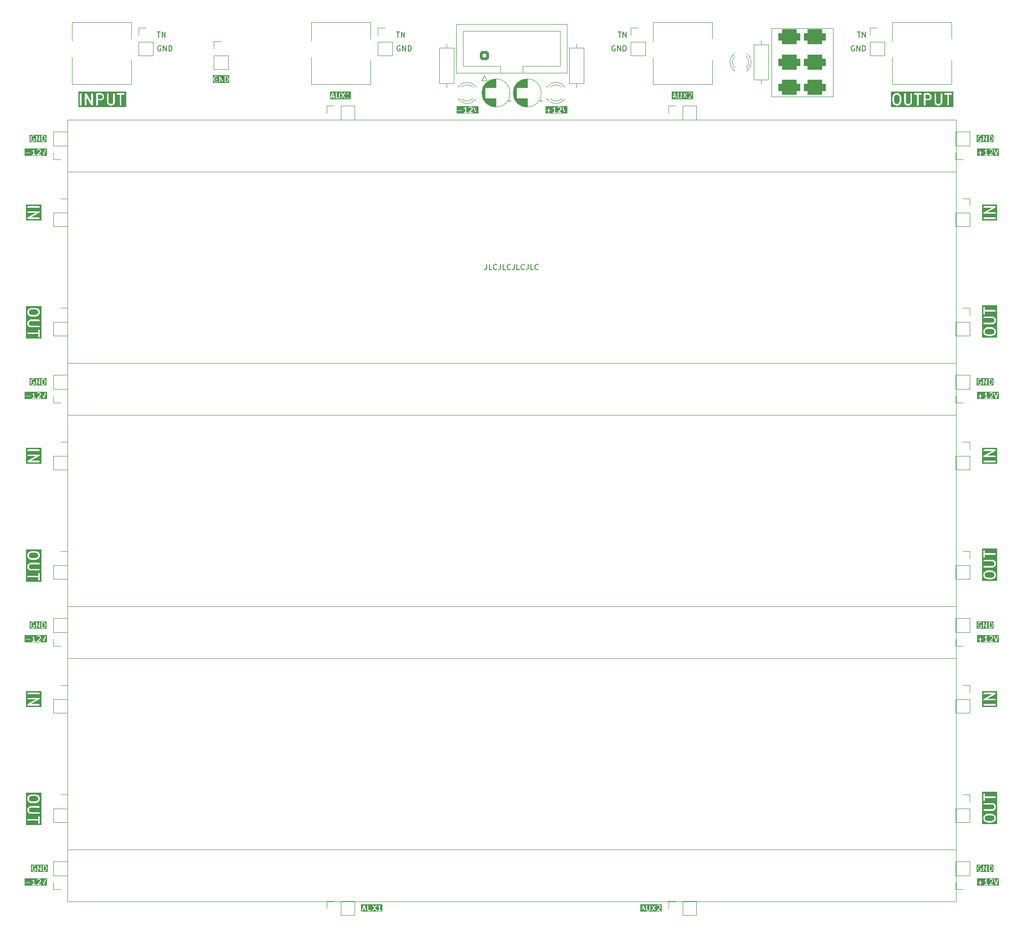
<source format=gbr>
%TF.GenerationSoftware,KiCad,Pcbnew,7.0.10-7.0.10~ubuntu22.04.1*%
%TF.CreationDate,2024-01-14T18:59:58-05:00*%
%TF.ProjectId,euro_3x,6575726f-5f33-4782-9e6b-696361645f70,rev?*%
%TF.SameCoordinates,Original*%
%TF.FileFunction,Legend,Top*%
%TF.FilePolarity,Positive*%
%FSLAX46Y46*%
G04 Gerber Fmt 4.6, Leading zero omitted, Abs format (unit mm)*
G04 Created by KiCad (PCBNEW 7.0.10-7.0.10~ubuntu22.04.1) date 2024-01-14 18:59:58*
%MOMM*%
%LPD*%
G01*
G04 APERTURE LIST*
G04 Aperture macros list*
%AMRoundRect*
0 Rectangle with rounded corners*
0 $1 Rounding radius*
0 $2 $3 $4 $5 $6 $7 $8 $9 X,Y pos of 4 corners*
0 Add a 4 corners polygon primitive as box body*
4,1,4,$2,$3,$4,$5,$6,$7,$8,$9,$2,$3,0*
0 Add four circle primitives for the rounded corners*
1,1,$1+$1,$2,$3*
1,1,$1+$1,$4,$5*
1,1,$1+$1,$6,$7*
1,1,$1+$1,$8,$9*
0 Add four rect primitives between the rounded corners*
20,1,$1+$1,$2,$3,$4,$5,0*
20,1,$1+$1,$4,$5,$6,$7,0*
20,1,$1+$1,$6,$7,$8,$9,0*
20,1,$1+$1,$8,$9,$2,$3,0*%
G04 Aperture macros list end*
%ADD10C,0.150000*%
%ADD11C,0.300000*%
%ADD12C,0.120000*%
%ADD13C,0.100000*%
%ADD14R,1.700000X1.700000*%
%ADD15O,1.700000X1.700000*%
%ADD16R,1.600000X1.600000*%
%ADD17C,1.600000*%
%ADD18R,1.800000X1.800000*%
%ADD19C,1.800000*%
%ADD20O,2.000000X3.500000*%
%ADD21O,2.000000X2.500000*%
%ADD22O,3.500000X1.500000*%
%ADD23RoundRect,0.250000X0.600000X-0.600000X0.600000X0.600000X-0.600000X0.600000X-0.600000X-0.600000X0*%
%ADD24C,1.700000*%
%ADD25RoundRect,0.698500X-1.333500X-0.698500X1.333500X-0.698500X1.333500X0.698500X-1.333500X0.698500X0*%
%ADD26O,1.600000X1.600000*%
G04 APERTURE END LIST*
D10*
X147780951Y-75654819D02*
X147780951Y-76369104D01*
X147780951Y-76369104D02*
X147733332Y-76511961D01*
X147733332Y-76511961D02*
X147638094Y-76607200D01*
X147638094Y-76607200D02*
X147495237Y-76654819D01*
X147495237Y-76654819D02*
X147399999Y-76654819D01*
X148733332Y-76654819D02*
X148257142Y-76654819D01*
X148257142Y-76654819D02*
X148257142Y-75654819D01*
X149638094Y-76559580D02*
X149590475Y-76607200D01*
X149590475Y-76607200D02*
X149447618Y-76654819D01*
X149447618Y-76654819D02*
X149352380Y-76654819D01*
X149352380Y-76654819D02*
X149209523Y-76607200D01*
X149209523Y-76607200D02*
X149114285Y-76511961D01*
X149114285Y-76511961D02*
X149066666Y-76416723D01*
X149066666Y-76416723D02*
X149019047Y-76226247D01*
X149019047Y-76226247D02*
X149019047Y-76083390D01*
X149019047Y-76083390D02*
X149066666Y-75892914D01*
X149066666Y-75892914D02*
X149114285Y-75797676D01*
X149114285Y-75797676D02*
X149209523Y-75702438D01*
X149209523Y-75702438D02*
X149352380Y-75654819D01*
X149352380Y-75654819D02*
X149447618Y-75654819D01*
X149447618Y-75654819D02*
X149590475Y-75702438D01*
X149590475Y-75702438D02*
X149638094Y-75750057D01*
X150352380Y-75654819D02*
X150352380Y-76369104D01*
X150352380Y-76369104D02*
X150304761Y-76511961D01*
X150304761Y-76511961D02*
X150209523Y-76607200D01*
X150209523Y-76607200D02*
X150066666Y-76654819D01*
X150066666Y-76654819D02*
X149971428Y-76654819D01*
X151304761Y-76654819D02*
X150828571Y-76654819D01*
X150828571Y-76654819D02*
X150828571Y-75654819D01*
X152209523Y-76559580D02*
X152161904Y-76607200D01*
X152161904Y-76607200D02*
X152019047Y-76654819D01*
X152019047Y-76654819D02*
X151923809Y-76654819D01*
X151923809Y-76654819D02*
X151780952Y-76607200D01*
X151780952Y-76607200D02*
X151685714Y-76511961D01*
X151685714Y-76511961D02*
X151638095Y-76416723D01*
X151638095Y-76416723D02*
X151590476Y-76226247D01*
X151590476Y-76226247D02*
X151590476Y-76083390D01*
X151590476Y-76083390D02*
X151638095Y-75892914D01*
X151638095Y-75892914D02*
X151685714Y-75797676D01*
X151685714Y-75797676D02*
X151780952Y-75702438D01*
X151780952Y-75702438D02*
X151923809Y-75654819D01*
X151923809Y-75654819D02*
X152019047Y-75654819D01*
X152019047Y-75654819D02*
X152161904Y-75702438D01*
X152161904Y-75702438D02*
X152209523Y-75750057D01*
X152923809Y-75654819D02*
X152923809Y-76369104D01*
X152923809Y-76369104D02*
X152876190Y-76511961D01*
X152876190Y-76511961D02*
X152780952Y-76607200D01*
X152780952Y-76607200D02*
X152638095Y-76654819D01*
X152638095Y-76654819D02*
X152542857Y-76654819D01*
X153876190Y-76654819D02*
X153400000Y-76654819D01*
X153400000Y-76654819D02*
X153400000Y-75654819D01*
X154780952Y-76559580D02*
X154733333Y-76607200D01*
X154733333Y-76607200D02*
X154590476Y-76654819D01*
X154590476Y-76654819D02*
X154495238Y-76654819D01*
X154495238Y-76654819D02*
X154352381Y-76607200D01*
X154352381Y-76607200D02*
X154257143Y-76511961D01*
X154257143Y-76511961D02*
X154209524Y-76416723D01*
X154209524Y-76416723D02*
X154161905Y-76226247D01*
X154161905Y-76226247D02*
X154161905Y-76083390D01*
X154161905Y-76083390D02*
X154209524Y-75892914D01*
X154209524Y-75892914D02*
X154257143Y-75797676D01*
X154257143Y-75797676D02*
X154352381Y-75702438D01*
X154352381Y-75702438D02*
X154495238Y-75654819D01*
X154495238Y-75654819D02*
X154590476Y-75654819D01*
X154590476Y-75654819D02*
X154733333Y-75702438D01*
X154733333Y-75702438D02*
X154780952Y-75750057D01*
X155495238Y-75654819D02*
X155495238Y-76369104D01*
X155495238Y-76369104D02*
X155447619Y-76511961D01*
X155447619Y-76511961D02*
X155352381Y-76607200D01*
X155352381Y-76607200D02*
X155209524Y-76654819D01*
X155209524Y-76654819D02*
X155114286Y-76654819D01*
X156447619Y-76654819D02*
X155971429Y-76654819D01*
X155971429Y-76654819D02*
X155971429Y-75654819D01*
X157352381Y-76559580D02*
X157304762Y-76607200D01*
X157304762Y-76607200D02*
X157161905Y-76654819D01*
X157161905Y-76654819D02*
X157066667Y-76654819D01*
X157066667Y-76654819D02*
X156923810Y-76607200D01*
X156923810Y-76607200D02*
X156828572Y-76511961D01*
X156828572Y-76511961D02*
X156780953Y-76416723D01*
X156780953Y-76416723D02*
X156733334Y-76226247D01*
X156733334Y-76226247D02*
X156733334Y-76083390D01*
X156733334Y-76083390D02*
X156780953Y-75892914D01*
X156780953Y-75892914D02*
X156828572Y-75797676D01*
X156828572Y-75797676D02*
X156923810Y-75702438D01*
X156923810Y-75702438D02*
X157066667Y-75654819D01*
X157066667Y-75654819D02*
X157161905Y-75654819D01*
X157161905Y-75654819D02*
X157304762Y-75702438D01*
X157304762Y-75702438D02*
X157352381Y-75750057D01*
G36*
X65773849Y-187527990D02*
G01*
X65847962Y-187602103D01*
X65886455Y-187679090D01*
X65929839Y-187852624D01*
X65929839Y-187977013D01*
X65886455Y-188150547D01*
X65847961Y-188227534D01*
X65773849Y-188301647D01*
X65659336Y-188339819D01*
X65508411Y-188339819D01*
X65508411Y-187489819D01*
X65659336Y-187489819D01*
X65773849Y-187527990D01*
G37*
G36*
X66222696Y-188632676D02*
G01*
X63120316Y-188632676D01*
X63120316Y-187986247D01*
X63263173Y-187986247D01*
X63264358Y-187989504D01*
X63265412Y-188004437D01*
X63313031Y-188194913D01*
X63315019Y-188197857D01*
X63318710Y-188210264D01*
X63366329Y-188305502D01*
X63367515Y-188306625D01*
X63380378Y-188324994D01*
X63475616Y-188420233D01*
X63479680Y-188422128D01*
X63482027Y-188425948D01*
X63504932Y-188438351D01*
X63647788Y-188485970D01*
X63649423Y-188485925D01*
X63671506Y-188489819D01*
X63766744Y-188489819D01*
X63768282Y-188489258D01*
X63790461Y-188485970D01*
X63933318Y-188438351D01*
X63936829Y-188435563D01*
X63941298Y-188435173D01*
X63962635Y-188420232D01*
X63968048Y-188414819D01*
X64310792Y-188414819D01*
X64328339Y-188463028D01*
X64372768Y-188488680D01*
X64423292Y-188479771D01*
X64456269Y-188440471D01*
X64460792Y-188414819D01*
X64460792Y-187697235D01*
X64892102Y-188452030D01*
X64897395Y-188456511D01*
X64899767Y-188463028D01*
X64916504Y-188472691D01*
X64931255Y-188485181D01*
X64938189Y-188485211D01*
X64944196Y-188488680D01*
X64963229Y-188485323D01*
X64982557Y-188485410D01*
X64987890Y-188480975D01*
X64994720Y-188479771D01*
X65007144Y-188464964D01*
X65022004Y-188452608D01*
X65023238Y-188445784D01*
X65027697Y-188440471D01*
X65032220Y-188414819D01*
X65358411Y-188414819D01*
X65365074Y-188433127D01*
X65368459Y-188452319D01*
X65373643Y-188456669D01*
X65375958Y-188463028D01*
X65392831Y-188472770D01*
X65407759Y-188485296D01*
X65417501Y-188487013D01*
X65420387Y-188488680D01*
X65423669Y-188488101D01*
X65433411Y-188489819D01*
X65671506Y-188489819D01*
X65673044Y-188489258D01*
X65695223Y-188485970D01*
X65838080Y-188438351D01*
X65841592Y-188435563D01*
X65846059Y-188435173D01*
X65867396Y-188420233D01*
X65962635Y-188324993D01*
X65963326Y-188323510D01*
X65976683Y-188305502D01*
X66024302Y-188210264D01*
X66024708Y-188206735D01*
X66029981Y-188194913D01*
X66077600Y-188004437D01*
X66077239Y-188000988D01*
X66079839Y-187986247D01*
X66079839Y-187843390D01*
X66078653Y-187840132D01*
X66077600Y-187825200D01*
X66029981Y-187634724D01*
X66027992Y-187631779D01*
X66024302Y-187619373D01*
X65976683Y-187524135D01*
X65975496Y-187523011D01*
X65962634Y-187504643D01*
X65867396Y-187409405D01*
X65863332Y-187407510D01*
X65860985Y-187403689D01*
X65838080Y-187391287D01*
X65695223Y-187343668D01*
X65693588Y-187343712D01*
X65671506Y-187339819D01*
X65433411Y-187339819D01*
X65415102Y-187346482D01*
X65395911Y-187349867D01*
X65391560Y-187355051D01*
X65385202Y-187357366D01*
X65375459Y-187374239D01*
X65362934Y-187389167D01*
X65361216Y-187398909D01*
X65359550Y-187401795D01*
X65360128Y-187405077D01*
X65358411Y-187414819D01*
X65358411Y-188414819D01*
X65032220Y-188414819D01*
X65032220Y-187414819D01*
X65014673Y-187366610D01*
X64970244Y-187340958D01*
X64919720Y-187349867D01*
X64886743Y-187389167D01*
X64882220Y-187414819D01*
X64882220Y-188132402D01*
X64450910Y-187377609D01*
X64445617Y-187373127D01*
X64443245Y-187366610D01*
X64426505Y-187356945D01*
X64411757Y-187344457D01*
X64404822Y-187344426D01*
X64398816Y-187340958D01*
X64379782Y-187344314D01*
X64360455Y-187344228D01*
X64355121Y-187348662D01*
X64348292Y-187349867D01*
X64335867Y-187364673D01*
X64321008Y-187377030D01*
X64319773Y-187383853D01*
X64315315Y-187389167D01*
X64310792Y-187414819D01*
X64310792Y-188414819D01*
X63968048Y-188414819D01*
X64010253Y-188372613D01*
X64017171Y-188357775D01*
X64027697Y-188345232D01*
X64030540Y-188329104D01*
X64031934Y-188326116D01*
X64031411Y-188324165D01*
X64032220Y-188319580D01*
X64032220Y-187986247D01*
X64025556Y-187967938D01*
X64022172Y-187948747D01*
X64016987Y-187944396D01*
X64014673Y-187938038D01*
X63997799Y-187928295D01*
X63982872Y-187915770D01*
X63973129Y-187914052D01*
X63970244Y-187912386D01*
X63966961Y-187912964D01*
X63957220Y-187911247D01*
X63766744Y-187911247D01*
X63718535Y-187928794D01*
X63692883Y-187973223D01*
X63701792Y-188023747D01*
X63741092Y-188056724D01*
X63766744Y-188061247D01*
X63882220Y-188061247D01*
X63882220Y-188288514D01*
X63869087Y-188301647D01*
X63754574Y-188339819D01*
X63683676Y-188339819D01*
X63569163Y-188301648D01*
X63495050Y-188227534D01*
X63456556Y-188150547D01*
X63413173Y-187977013D01*
X63413173Y-187852624D01*
X63456556Y-187679090D01*
X63495050Y-187602103D01*
X63569163Y-187527990D01*
X63683676Y-187489819D01*
X63796658Y-187489819D01*
X63876060Y-187529520D01*
X63927026Y-187535385D01*
X63969839Y-187507119D01*
X63984466Y-187457944D01*
X63964063Y-187410873D01*
X63943142Y-187395356D01*
X63847904Y-187347737D01*
X63843450Y-187347224D01*
X63840015Y-187344342D01*
X63814363Y-187339819D01*
X63671506Y-187339819D01*
X63669968Y-187340378D01*
X63647788Y-187343668D01*
X63504932Y-187391287D01*
X63501421Y-187394073D01*
X63496953Y-187394464D01*
X63475616Y-187409405D01*
X63380378Y-187504643D01*
X63379687Y-187506124D01*
X63366329Y-187524135D01*
X63318710Y-187619373D01*
X63318303Y-187622901D01*
X63313031Y-187634724D01*
X63265412Y-187825200D01*
X63265772Y-187828648D01*
X63263173Y-187843390D01*
X63263173Y-187986247D01*
X63120316Y-187986247D01*
X63120316Y-187196962D01*
X66222696Y-187196962D01*
X66222696Y-188632676D01*
G37*
G36*
X65519849Y-142315990D02*
G01*
X65593962Y-142390103D01*
X65632455Y-142467090D01*
X65675839Y-142640624D01*
X65675839Y-142765013D01*
X65632455Y-142938547D01*
X65593961Y-143015534D01*
X65519849Y-143089647D01*
X65405336Y-143127819D01*
X65254411Y-143127819D01*
X65254411Y-142277819D01*
X65405336Y-142277819D01*
X65519849Y-142315990D01*
G37*
G36*
X65968696Y-143420676D02*
G01*
X62866316Y-143420676D01*
X62866316Y-142774247D01*
X63009173Y-142774247D01*
X63010358Y-142777504D01*
X63011412Y-142792437D01*
X63059031Y-142982913D01*
X63061019Y-142985857D01*
X63064710Y-142998264D01*
X63112329Y-143093502D01*
X63113515Y-143094625D01*
X63126378Y-143112994D01*
X63221616Y-143208233D01*
X63225680Y-143210128D01*
X63228027Y-143213948D01*
X63250932Y-143226351D01*
X63393788Y-143273970D01*
X63395423Y-143273925D01*
X63417506Y-143277819D01*
X63512744Y-143277819D01*
X63514282Y-143277258D01*
X63536461Y-143273970D01*
X63679318Y-143226351D01*
X63682829Y-143223563D01*
X63687298Y-143223173D01*
X63708635Y-143208232D01*
X63714048Y-143202819D01*
X64056792Y-143202819D01*
X64074339Y-143251028D01*
X64118768Y-143276680D01*
X64169292Y-143267771D01*
X64202269Y-143228471D01*
X64206792Y-143202819D01*
X64206792Y-142485235D01*
X64638102Y-143240030D01*
X64643395Y-143244511D01*
X64645767Y-143251028D01*
X64662504Y-143260691D01*
X64677255Y-143273181D01*
X64684189Y-143273211D01*
X64690196Y-143276680D01*
X64709229Y-143273323D01*
X64728557Y-143273410D01*
X64733890Y-143268975D01*
X64740720Y-143267771D01*
X64753144Y-143252964D01*
X64768004Y-143240608D01*
X64769238Y-143233784D01*
X64773697Y-143228471D01*
X64778220Y-143202819D01*
X65104411Y-143202819D01*
X65111074Y-143221127D01*
X65114459Y-143240319D01*
X65119643Y-143244669D01*
X65121958Y-143251028D01*
X65138831Y-143260770D01*
X65153759Y-143273296D01*
X65163501Y-143275013D01*
X65166387Y-143276680D01*
X65169669Y-143276101D01*
X65179411Y-143277819D01*
X65417506Y-143277819D01*
X65419044Y-143277258D01*
X65441223Y-143273970D01*
X65584080Y-143226351D01*
X65587592Y-143223563D01*
X65592059Y-143223173D01*
X65613396Y-143208233D01*
X65708635Y-143112993D01*
X65709326Y-143111510D01*
X65722683Y-143093502D01*
X65770302Y-142998264D01*
X65770708Y-142994735D01*
X65775981Y-142982913D01*
X65823600Y-142792437D01*
X65823239Y-142788988D01*
X65825839Y-142774247D01*
X65825839Y-142631390D01*
X65824653Y-142628132D01*
X65823600Y-142613200D01*
X65775981Y-142422724D01*
X65773992Y-142419779D01*
X65770302Y-142407373D01*
X65722683Y-142312135D01*
X65721496Y-142311011D01*
X65708634Y-142292643D01*
X65613396Y-142197405D01*
X65609332Y-142195510D01*
X65606985Y-142191689D01*
X65584080Y-142179287D01*
X65441223Y-142131668D01*
X65439588Y-142131712D01*
X65417506Y-142127819D01*
X65179411Y-142127819D01*
X65161102Y-142134482D01*
X65141911Y-142137867D01*
X65137560Y-142143051D01*
X65131202Y-142145366D01*
X65121459Y-142162239D01*
X65108934Y-142177167D01*
X65107216Y-142186909D01*
X65105550Y-142189795D01*
X65106128Y-142193077D01*
X65104411Y-142202819D01*
X65104411Y-143202819D01*
X64778220Y-143202819D01*
X64778220Y-142202819D01*
X64760673Y-142154610D01*
X64716244Y-142128958D01*
X64665720Y-142137867D01*
X64632743Y-142177167D01*
X64628220Y-142202819D01*
X64628220Y-142920402D01*
X64196910Y-142165609D01*
X64191617Y-142161127D01*
X64189245Y-142154610D01*
X64172505Y-142144945D01*
X64157757Y-142132457D01*
X64150822Y-142132426D01*
X64144816Y-142128958D01*
X64125782Y-142132314D01*
X64106455Y-142132228D01*
X64101121Y-142136662D01*
X64094292Y-142137867D01*
X64081867Y-142152673D01*
X64067008Y-142165030D01*
X64065773Y-142171853D01*
X64061315Y-142177167D01*
X64056792Y-142202819D01*
X64056792Y-143202819D01*
X63714048Y-143202819D01*
X63756253Y-143160613D01*
X63763171Y-143145775D01*
X63773697Y-143133232D01*
X63776540Y-143117104D01*
X63777934Y-143114116D01*
X63777411Y-143112165D01*
X63778220Y-143107580D01*
X63778220Y-142774247D01*
X63771556Y-142755938D01*
X63768172Y-142736747D01*
X63762987Y-142732396D01*
X63760673Y-142726038D01*
X63743799Y-142716295D01*
X63728872Y-142703770D01*
X63719129Y-142702052D01*
X63716244Y-142700386D01*
X63712961Y-142700964D01*
X63703220Y-142699247D01*
X63512744Y-142699247D01*
X63464535Y-142716794D01*
X63438883Y-142761223D01*
X63447792Y-142811747D01*
X63487092Y-142844724D01*
X63512744Y-142849247D01*
X63628220Y-142849247D01*
X63628220Y-143076514D01*
X63615087Y-143089647D01*
X63500574Y-143127819D01*
X63429676Y-143127819D01*
X63315163Y-143089648D01*
X63241050Y-143015534D01*
X63202556Y-142938547D01*
X63159173Y-142765013D01*
X63159173Y-142640624D01*
X63202556Y-142467090D01*
X63241050Y-142390103D01*
X63315163Y-142315990D01*
X63429676Y-142277819D01*
X63542658Y-142277819D01*
X63622060Y-142317520D01*
X63673026Y-142323385D01*
X63715839Y-142295119D01*
X63730466Y-142245944D01*
X63710063Y-142198873D01*
X63689142Y-142183356D01*
X63593904Y-142135737D01*
X63589450Y-142135224D01*
X63586015Y-142132342D01*
X63560363Y-142127819D01*
X63417506Y-142127819D01*
X63415968Y-142128378D01*
X63393788Y-142131668D01*
X63250932Y-142179287D01*
X63247421Y-142182073D01*
X63242953Y-142182464D01*
X63221616Y-142197405D01*
X63126378Y-142292643D01*
X63125687Y-142294124D01*
X63112329Y-142312135D01*
X63064710Y-142407373D01*
X63064303Y-142410901D01*
X63059031Y-142422724D01*
X63011412Y-142613200D01*
X63011772Y-142616648D01*
X63009173Y-142631390D01*
X63009173Y-142774247D01*
X62866316Y-142774247D01*
X62866316Y-141984962D01*
X65968696Y-141984962D01*
X65968696Y-143420676D01*
G37*
X87220588Y-35062438D02*
X87125350Y-35014819D01*
X87125350Y-35014819D02*
X86982493Y-35014819D01*
X86982493Y-35014819D02*
X86839636Y-35062438D01*
X86839636Y-35062438D02*
X86744398Y-35157676D01*
X86744398Y-35157676D02*
X86696779Y-35252914D01*
X86696779Y-35252914D02*
X86649160Y-35443390D01*
X86649160Y-35443390D02*
X86649160Y-35586247D01*
X86649160Y-35586247D02*
X86696779Y-35776723D01*
X86696779Y-35776723D02*
X86744398Y-35871961D01*
X86744398Y-35871961D02*
X86839636Y-35967200D01*
X86839636Y-35967200D02*
X86982493Y-36014819D01*
X86982493Y-36014819D02*
X87077731Y-36014819D01*
X87077731Y-36014819D02*
X87220588Y-35967200D01*
X87220588Y-35967200D02*
X87268207Y-35919580D01*
X87268207Y-35919580D02*
X87268207Y-35586247D01*
X87268207Y-35586247D02*
X87077731Y-35586247D01*
X87696779Y-36014819D02*
X87696779Y-35014819D01*
X87696779Y-35014819D02*
X88268207Y-36014819D01*
X88268207Y-36014819D02*
X88268207Y-35014819D01*
X88744398Y-36014819D02*
X88744398Y-35014819D01*
X88744398Y-35014819D02*
X88982493Y-35014819D01*
X88982493Y-35014819D02*
X89125350Y-35062438D01*
X89125350Y-35062438D02*
X89220588Y-35157676D01*
X89220588Y-35157676D02*
X89268207Y-35252914D01*
X89268207Y-35252914D02*
X89315826Y-35443390D01*
X89315826Y-35443390D02*
X89315826Y-35586247D01*
X89315826Y-35586247D02*
X89268207Y-35776723D01*
X89268207Y-35776723D02*
X89220588Y-35871961D01*
X89220588Y-35871961D02*
X89125350Y-35967200D01*
X89125350Y-35967200D02*
X88982493Y-36014819D01*
X88982493Y-36014819D02*
X88744398Y-36014819D01*
X172177030Y-32474819D02*
X172748458Y-32474819D01*
X172462744Y-33474819D02*
X172462744Y-32474819D01*
X173081792Y-33474819D02*
X173081792Y-32474819D01*
X173081792Y-32474819D02*
X173653220Y-33474819D01*
X173653220Y-33474819D02*
X173653220Y-32474819D01*
X131670588Y-35062438D02*
X131575350Y-35014819D01*
X131575350Y-35014819D02*
X131432493Y-35014819D01*
X131432493Y-35014819D02*
X131289636Y-35062438D01*
X131289636Y-35062438D02*
X131194398Y-35157676D01*
X131194398Y-35157676D02*
X131146779Y-35252914D01*
X131146779Y-35252914D02*
X131099160Y-35443390D01*
X131099160Y-35443390D02*
X131099160Y-35586247D01*
X131099160Y-35586247D02*
X131146779Y-35776723D01*
X131146779Y-35776723D02*
X131194398Y-35871961D01*
X131194398Y-35871961D02*
X131289636Y-35967200D01*
X131289636Y-35967200D02*
X131432493Y-36014819D01*
X131432493Y-36014819D02*
X131527731Y-36014819D01*
X131527731Y-36014819D02*
X131670588Y-35967200D01*
X131670588Y-35967200D02*
X131718207Y-35919580D01*
X131718207Y-35919580D02*
X131718207Y-35586247D01*
X131718207Y-35586247D02*
X131527731Y-35586247D01*
X132146779Y-36014819D02*
X132146779Y-35014819D01*
X132146779Y-35014819D02*
X132718207Y-36014819D01*
X132718207Y-36014819D02*
X132718207Y-35014819D01*
X133194398Y-36014819D02*
X133194398Y-35014819D01*
X133194398Y-35014819D02*
X133432493Y-35014819D01*
X133432493Y-35014819D02*
X133575350Y-35062438D01*
X133575350Y-35062438D02*
X133670588Y-35157676D01*
X133670588Y-35157676D02*
X133718207Y-35252914D01*
X133718207Y-35252914D02*
X133765826Y-35443390D01*
X133765826Y-35443390D02*
X133765826Y-35586247D01*
X133765826Y-35586247D02*
X133718207Y-35776723D01*
X133718207Y-35776723D02*
X133670588Y-35871961D01*
X133670588Y-35871961D02*
X133575350Y-35967200D01*
X133575350Y-35967200D02*
X133432493Y-36014819D01*
X133432493Y-36014819D02*
X133194398Y-36014819D01*
X216055601Y-35062438D02*
X215960363Y-35014819D01*
X215960363Y-35014819D02*
X215817506Y-35014819D01*
X215817506Y-35014819D02*
X215674649Y-35062438D01*
X215674649Y-35062438D02*
X215579411Y-35157676D01*
X215579411Y-35157676D02*
X215531792Y-35252914D01*
X215531792Y-35252914D02*
X215484173Y-35443390D01*
X215484173Y-35443390D02*
X215484173Y-35586247D01*
X215484173Y-35586247D02*
X215531792Y-35776723D01*
X215531792Y-35776723D02*
X215579411Y-35871961D01*
X215579411Y-35871961D02*
X215674649Y-35967200D01*
X215674649Y-35967200D02*
X215817506Y-36014819D01*
X215817506Y-36014819D02*
X215912744Y-36014819D01*
X215912744Y-36014819D02*
X216055601Y-35967200D01*
X216055601Y-35967200D02*
X216103220Y-35919580D01*
X216103220Y-35919580D02*
X216103220Y-35586247D01*
X216103220Y-35586247D02*
X215912744Y-35586247D01*
X216531792Y-36014819D02*
X216531792Y-35014819D01*
X216531792Y-35014819D02*
X217103220Y-36014819D01*
X217103220Y-36014819D02*
X217103220Y-35014819D01*
X217579411Y-36014819D02*
X217579411Y-35014819D01*
X217579411Y-35014819D02*
X217817506Y-35014819D01*
X217817506Y-35014819D02*
X217960363Y-35062438D01*
X217960363Y-35062438D02*
X218055601Y-35157676D01*
X218055601Y-35157676D02*
X218103220Y-35252914D01*
X218103220Y-35252914D02*
X218150839Y-35443390D01*
X218150839Y-35443390D02*
X218150839Y-35586247D01*
X218150839Y-35586247D02*
X218103220Y-35776723D01*
X218103220Y-35776723D02*
X218055601Y-35871961D01*
X218055601Y-35871961D02*
X217960363Y-35967200D01*
X217960363Y-35967200D02*
X217817506Y-36014819D01*
X217817506Y-36014819D02*
X217579411Y-36014819D01*
G36*
X65519849Y-51891990D02*
G01*
X65593962Y-51966103D01*
X65632455Y-52043090D01*
X65675839Y-52216624D01*
X65675839Y-52341013D01*
X65632455Y-52514547D01*
X65593961Y-52591534D01*
X65519849Y-52665647D01*
X65405336Y-52703819D01*
X65254411Y-52703819D01*
X65254411Y-51853819D01*
X65405336Y-51853819D01*
X65519849Y-51891990D01*
G37*
G36*
X65968696Y-52996676D02*
G01*
X62866316Y-52996676D01*
X62866316Y-52350247D01*
X63009173Y-52350247D01*
X63010358Y-52353504D01*
X63011412Y-52368437D01*
X63059031Y-52558913D01*
X63061019Y-52561857D01*
X63064710Y-52574264D01*
X63112329Y-52669502D01*
X63113515Y-52670625D01*
X63126378Y-52688994D01*
X63221616Y-52784233D01*
X63225680Y-52786128D01*
X63228027Y-52789948D01*
X63250932Y-52802351D01*
X63393788Y-52849970D01*
X63395423Y-52849925D01*
X63417506Y-52853819D01*
X63512744Y-52853819D01*
X63514282Y-52853258D01*
X63536461Y-52849970D01*
X63679318Y-52802351D01*
X63682829Y-52799563D01*
X63687298Y-52799173D01*
X63708635Y-52784232D01*
X63714048Y-52778819D01*
X64056792Y-52778819D01*
X64074339Y-52827028D01*
X64118768Y-52852680D01*
X64169292Y-52843771D01*
X64202269Y-52804471D01*
X64206792Y-52778819D01*
X64206792Y-52061235D01*
X64638102Y-52816030D01*
X64643395Y-52820511D01*
X64645767Y-52827028D01*
X64662504Y-52836691D01*
X64677255Y-52849181D01*
X64684189Y-52849211D01*
X64690196Y-52852680D01*
X64709229Y-52849323D01*
X64728557Y-52849410D01*
X64733890Y-52844975D01*
X64740720Y-52843771D01*
X64753144Y-52828964D01*
X64768004Y-52816608D01*
X64769238Y-52809784D01*
X64773697Y-52804471D01*
X64778220Y-52778819D01*
X65104411Y-52778819D01*
X65111074Y-52797127D01*
X65114459Y-52816319D01*
X65119643Y-52820669D01*
X65121958Y-52827028D01*
X65138831Y-52836770D01*
X65153759Y-52849296D01*
X65163501Y-52851013D01*
X65166387Y-52852680D01*
X65169669Y-52852101D01*
X65179411Y-52853819D01*
X65417506Y-52853819D01*
X65419044Y-52853258D01*
X65441223Y-52849970D01*
X65584080Y-52802351D01*
X65587592Y-52799563D01*
X65592059Y-52799173D01*
X65613396Y-52784233D01*
X65708635Y-52688993D01*
X65709326Y-52687510D01*
X65722683Y-52669502D01*
X65770302Y-52574264D01*
X65770708Y-52570735D01*
X65775981Y-52558913D01*
X65823600Y-52368437D01*
X65823239Y-52364988D01*
X65825839Y-52350247D01*
X65825839Y-52207390D01*
X65824653Y-52204132D01*
X65823600Y-52189200D01*
X65775981Y-51998724D01*
X65773992Y-51995779D01*
X65770302Y-51983373D01*
X65722683Y-51888135D01*
X65721496Y-51887011D01*
X65708634Y-51868643D01*
X65613396Y-51773405D01*
X65609332Y-51771510D01*
X65606985Y-51767689D01*
X65584080Y-51755287D01*
X65441223Y-51707668D01*
X65439588Y-51707712D01*
X65417506Y-51703819D01*
X65179411Y-51703819D01*
X65161102Y-51710482D01*
X65141911Y-51713867D01*
X65137560Y-51719051D01*
X65131202Y-51721366D01*
X65121459Y-51738239D01*
X65108934Y-51753167D01*
X65107216Y-51762909D01*
X65105550Y-51765795D01*
X65106128Y-51769077D01*
X65104411Y-51778819D01*
X65104411Y-52778819D01*
X64778220Y-52778819D01*
X64778220Y-51778819D01*
X64760673Y-51730610D01*
X64716244Y-51704958D01*
X64665720Y-51713867D01*
X64632743Y-51753167D01*
X64628220Y-51778819D01*
X64628220Y-52496402D01*
X64196910Y-51741609D01*
X64191617Y-51737127D01*
X64189245Y-51730610D01*
X64172505Y-51720945D01*
X64157757Y-51708457D01*
X64150822Y-51708426D01*
X64144816Y-51704958D01*
X64125782Y-51708314D01*
X64106455Y-51708228D01*
X64101121Y-51712662D01*
X64094292Y-51713867D01*
X64081867Y-51728673D01*
X64067008Y-51741030D01*
X64065773Y-51747853D01*
X64061315Y-51753167D01*
X64056792Y-51778819D01*
X64056792Y-52778819D01*
X63714048Y-52778819D01*
X63756253Y-52736613D01*
X63763171Y-52721775D01*
X63773697Y-52709232D01*
X63776540Y-52693104D01*
X63777934Y-52690116D01*
X63777411Y-52688165D01*
X63778220Y-52683580D01*
X63778220Y-52350247D01*
X63771556Y-52331938D01*
X63768172Y-52312747D01*
X63762987Y-52308396D01*
X63760673Y-52302038D01*
X63743799Y-52292295D01*
X63728872Y-52279770D01*
X63719129Y-52278052D01*
X63716244Y-52276386D01*
X63712961Y-52276964D01*
X63703220Y-52275247D01*
X63512744Y-52275247D01*
X63464535Y-52292794D01*
X63438883Y-52337223D01*
X63447792Y-52387747D01*
X63487092Y-52420724D01*
X63512744Y-52425247D01*
X63628220Y-52425247D01*
X63628220Y-52652514D01*
X63615087Y-52665647D01*
X63500574Y-52703819D01*
X63429676Y-52703819D01*
X63315163Y-52665648D01*
X63241050Y-52591534D01*
X63202556Y-52514547D01*
X63159173Y-52341013D01*
X63159173Y-52216624D01*
X63202556Y-52043090D01*
X63241050Y-51966103D01*
X63315163Y-51891990D01*
X63429676Y-51853819D01*
X63542658Y-51853819D01*
X63622060Y-51893520D01*
X63673026Y-51899385D01*
X63715839Y-51871119D01*
X63730466Y-51821944D01*
X63710063Y-51774873D01*
X63689142Y-51759356D01*
X63593904Y-51711737D01*
X63589450Y-51711224D01*
X63586015Y-51708342D01*
X63560363Y-51703819D01*
X63417506Y-51703819D01*
X63415968Y-51704378D01*
X63393788Y-51707668D01*
X63250932Y-51755287D01*
X63247421Y-51758073D01*
X63242953Y-51758464D01*
X63221616Y-51773405D01*
X63126378Y-51868643D01*
X63125687Y-51870124D01*
X63112329Y-51888135D01*
X63064710Y-51983373D01*
X63064303Y-51986901D01*
X63059031Y-51998724D01*
X63011412Y-52189200D01*
X63011772Y-52192648D01*
X63009173Y-52207390D01*
X63009173Y-52350247D01*
X62866316Y-52350247D01*
X62866316Y-51560962D01*
X65968696Y-51560962D01*
X65968696Y-52996676D01*
G37*
X216627030Y-32474819D02*
X217198458Y-32474819D01*
X216912744Y-33474819D02*
X216912744Y-32474819D01*
X217531792Y-33474819D02*
X217531792Y-32474819D01*
X217531792Y-32474819D02*
X218103220Y-33474819D01*
X218103220Y-33474819D02*
X218103220Y-32474819D01*
X171605601Y-35062438D02*
X171510363Y-35014819D01*
X171510363Y-35014819D02*
X171367506Y-35014819D01*
X171367506Y-35014819D02*
X171224649Y-35062438D01*
X171224649Y-35062438D02*
X171129411Y-35157676D01*
X171129411Y-35157676D02*
X171081792Y-35252914D01*
X171081792Y-35252914D02*
X171034173Y-35443390D01*
X171034173Y-35443390D02*
X171034173Y-35586247D01*
X171034173Y-35586247D02*
X171081792Y-35776723D01*
X171081792Y-35776723D02*
X171129411Y-35871961D01*
X171129411Y-35871961D02*
X171224649Y-35967200D01*
X171224649Y-35967200D02*
X171367506Y-36014819D01*
X171367506Y-36014819D02*
X171462744Y-36014819D01*
X171462744Y-36014819D02*
X171605601Y-35967200D01*
X171605601Y-35967200D02*
X171653220Y-35919580D01*
X171653220Y-35919580D02*
X171653220Y-35586247D01*
X171653220Y-35586247D02*
X171462744Y-35586247D01*
X172081792Y-36014819D02*
X172081792Y-35014819D01*
X172081792Y-35014819D02*
X172653220Y-36014819D01*
X172653220Y-36014819D02*
X172653220Y-35014819D01*
X173129411Y-36014819D02*
X173129411Y-35014819D01*
X173129411Y-35014819D02*
X173367506Y-35014819D01*
X173367506Y-35014819D02*
X173510363Y-35062438D01*
X173510363Y-35062438D02*
X173605601Y-35157676D01*
X173605601Y-35157676D02*
X173653220Y-35252914D01*
X173653220Y-35252914D02*
X173700839Y-35443390D01*
X173700839Y-35443390D02*
X173700839Y-35586247D01*
X173700839Y-35586247D02*
X173653220Y-35776723D01*
X173653220Y-35776723D02*
X173605601Y-35871961D01*
X173605601Y-35871961D02*
X173510363Y-35967200D01*
X173510363Y-35967200D02*
X173367506Y-36014819D01*
X173367506Y-36014819D02*
X173129411Y-36014819D01*
G36*
X241484836Y-51891990D02*
G01*
X241558949Y-51966103D01*
X241597442Y-52043090D01*
X241640826Y-52216624D01*
X241640826Y-52341013D01*
X241597442Y-52514547D01*
X241558948Y-52591534D01*
X241484836Y-52665647D01*
X241370323Y-52703819D01*
X241219398Y-52703819D01*
X241219398Y-51853819D01*
X241370323Y-51853819D01*
X241484836Y-51891990D01*
G37*
G36*
X241933683Y-52996676D02*
G01*
X238831303Y-52996676D01*
X238831303Y-52350247D01*
X238974160Y-52350247D01*
X238975345Y-52353504D01*
X238976399Y-52368437D01*
X239024018Y-52558913D01*
X239026006Y-52561857D01*
X239029697Y-52574264D01*
X239077316Y-52669502D01*
X239078502Y-52670625D01*
X239091365Y-52688994D01*
X239186603Y-52784233D01*
X239190667Y-52786128D01*
X239193014Y-52789948D01*
X239215919Y-52802351D01*
X239358775Y-52849970D01*
X239360410Y-52849925D01*
X239382493Y-52853819D01*
X239477731Y-52853819D01*
X239479269Y-52853258D01*
X239501448Y-52849970D01*
X239644305Y-52802351D01*
X239647816Y-52799563D01*
X239652285Y-52799173D01*
X239673622Y-52784232D01*
X239679035Y-52778819D01*
X240021779Y-52778819D01*
X240039326Y-52827028D01*
X240083755Y-52852680D01*
X240134279Y-52843771D01*
X240167256Y-52804471D01*
X240171779Y-52778819D01*
X240171779Y-52061235D01*
X240603089Y-52816030D01*
X240608382Y-52820511D01*
X240610754Y-52827028D01*
X240627491Y-52836691D01*
X240642242Y-52849181D01*
X240649176Y-52849211D01*
X240655183Y-52852680D01*
X240674216Y-52849323D01*
X240693544Y-52849410D01*
X240698877Y-52844975D01*
X240705707Y-52843771D01*
X240718131Y-52828964D01*
X240732991Y-52816608D01*
X240734225Y-52809784D01*
X240738684Y-52804471D01*
X240743207Y-52778819D01*
X241069398Y-52778819D01*
X241076061Y-52797127D01*
X241079446Y-52816319D01*
X241084630Y-52820669D01*
X241086945Y-52827028D01*
X241103818Y-52836770D01*
X241118746Y-52849296D01*
X241128488Y-52851013D01*
X241131374Y-52852680D01*
X241134656Y-52852101D01*
X241144398Y-52853819D01*
X241382493Y-52853819D01*
X241384031Y-52853258D01*
X241406210Y-52849970D01*
X241549067Y-52802351D01*
X241552579Y-52799563D01*
X241557046Y-52799173D01*
X241578383Y-52784233D01*
X241673622Y-52688993D01*
X241674313Y-52687510D01*
X241687670Y-52669502D01*
X241735289Y-52574264D01*
X241735695Y-52570735D01*
X241740968Y-52558913D01*
X241788587Y-52368437D01*
X241788226Y-52364988D01*
X241790826Y-52350247D01*
X241790826Y-52207390D01*
X241789640Y-52204132D01*
X241788587Y-52189200D01*
X241740968Y-51998724D01*
X241738979Y-51995779D01*
X241735289Y-51983373D01*
X241687670Y-51888135D01*
X241686483Y-51887011D01*
X241673621Y-51868643D01*
X241578383Y-51773405D01*
X241574319Y-51771510D01*
X241571972Y-51767689D01*
X241549067Y-51755287D01*
X241406210Y-51707668D01*
X241404575Y-51707712D01*
X241382493Y-51703819D01*
X241144398Y-51703819D01*
X241126089Y-51710482D01*
X241106898Y-51713867D01*
X241102547Y-51719051D01*
X241096189Y-51721366D01*
X241086446Y-51738239D01*
X241073921Y-51753167D01*
X241072203Y-51762909D01*
X241070537Y-51765795D01*
X241071115Y-51769077D01*
X241069398Y-51778819D01*
X241069398Y-52778819D01*
X240743207Y-52778819D01*
X240743207Y-51778819D01*
X240725660Y-51730610D01*
X240681231Y-51704958D01*
X240630707Y-51713867D01*
X240597730Y-51753167D01*
X240593207Y-51778819D01*
X240593207Y-52496402D01*
X240161897Y-51741609D01*
X240156604Y-51737127D01*
X240154232Y-51730610D01*
X240137492Y-51720945D01*
X240122744Y-51708457D01*
X240115809Y-51708426D01*
X240109803Y-51704958D01*
X240090769Y-51708314D01*
X240071442Y-51708228D01*
X240066108Y-51712662D01*
X240059279Y-51713867D01*
X240046854Y-51728673D01*
X240031995Y-51741030D01*
X240030760Y-51747853D01*
X240026302Y-51753167D01*
X240021779Y-51778819D01*
X240021779Y-52778819D01*
X239679035Y-52778819D01*
X239721240Y-52736613D01*
X239728158Y-52721775D01*
X239738684Y-52709232D01*
X239741527Y-52693104D01*
X239742921Y-52690116D01*
X239742398Y-52688165D01*
X239743207Y-52683580D01*
X239743207Y-52350247D01*
X239736543Y-52331938D01*
X239733159Y-52312747D01*
X239727974Y-52308396D01*
X239725660Y-52302038D01*
X239708786Y-52292295D01*
X239693859Y-52279770D01*
X239684116Y-52278052D01*
X239681231Y-52276386D01*
X239677948Y-52276964D01*
X239668207Y-52275247D01*
X239477731Y-52275247D01*
X239429522Y-52292794D01*
X239403870Y-52337223D01*
X239412779Y-52387747D01*
X239452079Y-52420724D01*
X239477731Y-52425247D01*
X239593207Y-52425247D01*
X239593207Y-52652514D01*
X239580074Y-52665647D01*
X239465561Y-52703819D01*
X239394663Y-52703819D01*
X239280150Y-52665648D01*
X239206037Y-52591534D01*
X239167543Y-52514547D01*
X239124160Y-52341013D01*
X239124160Y-52216624D01*
X239167543Y-52043090D01*
X239206037Y-51966103D01*
X239280150Y-51891990D01*
X239394663Y-51853819D01*
X239507645Y-51853819D01*
X239587047Y-51893520D01*
X239638013Y-51899385D01*
X239680826Y-51871119D01*
X239695453Y-51821944D01*
X239675050Y-51774873D01*
X239654129Y-51759356D01*
X239558891Y-51711737D01*
X239554437Y-51711224D01*
X239551002Y-51708342D01*
X239525350Y-51703819D01*
X239382493Y-51703819D01*
X239380955Y-51704378D01*
X239358775Y-51707668D01*
X239215919Y-51755287D01*
X239212408Y-51758073D01*
X239207940Y-51758464D01*
X239186603Y-51773405D01*
X239091365Y-51868643D01*
X239090674Y-51870124D01*
X239077316Y-51888135D01*
X239029697Y-51983373D01*
X239029290Y-51986901D01*
X239024018Y-51998724D01*
X238976399Y-52189200D01*
X238976759Y-52192648D01*
X238974160Y-52207390D01*
X238974160Y-52350247D01*
X238831303Y-52350247D01*
X238831303Y-51560962D01*
X241933683Y-51560962D01*
X241933683Y-52996676D01*
G37*
X86553922Y-32474819D02*
X87125350Y-32474819D01*
X86839636Y-33474819D02*
X86839636Y-32474819D01*
X87458684Y-33474819D02*
X87458684Y-32474819D01*
X87458684Y-32474819D02*
X88030112Y-33474819D01*
X88030112Y-33474819D02*
X88030112Y-32474819D01*
G36*
X241484836Y-97103990D02*
G01*
X241558949Y-97178103D01*
X241597442Y-97255090D01*
X241640826Y-97428624D01*
X241640826Y-97553013D01*
X241597442Y-97726547D01*
X241558948Y-97803534D01*
X241484836Y-97877647D01*
X241370323Y-97915819D01*
X241219398Y-97915819D01*
X241219398Y-97065819D01*
X241370323Y-97065819D01*
X241484836Y-97103990D01*
G37*
G36*
X241933683Y-98208676D02*
G01*
X238831303Y-98208676D01*
X238831303Y-97562247D01*
X238974160Y-97562247D01*
X238975345Y-97565504D01*
X238976399Y-97580437D01*
X239024018Y-97770913D01*
X239026006Y-97773857D01*
X239029697Y-97786264D01*
X239077316Y-97881502D01*
X239078502Y-97882625D01*
X239091365Y-97900994D01*
X239186603Y-97996233D01*
X239190667Y-97998128D01*
X239193014Y-98001948D01*
X239215919Y-98014351D01*
X239358775Y-98061970D01*
X239360410Y-98061925D01*
X239382493Y-98065819D01*
X239477731Y-98065819D01*
X239479269Y-98065258D01*
X239501448Y-98061970D01*
X239644305Y-98014351D01*
X239647816Y-98011563D01*
X239652285Y-98011173D01*
X239673622Y-97996232D01*
X239679035Y-97990819D01*
X240021779Y-97990819D01*
X240039326Y-98039028D01*
X240083755Y-98064680D01*
X240134279Y-98055771D01*
X240167256Y-98016471D01*
X240171779Y-97990819D01*
X240171779Y-97273235D01*
X240603089Y-98028030D01*
X240608382Y-98032511D01*
X240610754Y-98039028D01*
X240627491Y-98048691D01*
X240642242Y-98061181D01*
X240649176Y-98061211D01*
X240655183Y-98064680D01*
X240674216Y-98061323D01*
X240693544Y-98061410D01*
X240698877Y-98056975D01*
X240705707Y-98055771D01*
X240718131Y-98040964D01*
X240732991Y-98028608D01*
X240734225Y-98021784D01*
X240738684Y-98016471D01*
X240743207Y-97990819D01*
X241069398Y-97990819D01*
X241076061Y-98009127D01*
X241079446Y-98028319D01*
X241084630Y-98032669D01*
X241086945Y-98039028D01*
X241103818Y-98048770D01*
X241118746Y-98061296D01*
X241128488Y-98063013D01*
X241131374Y-98064680D01*
X241134656Y-98064101D01*
X241144398Y-98065819D01*
X241382493Y-98065819D01*
X241384031Y-98065258D01*
X241406210Y-98061970D01*
X241549067Y-98014351D01*
X241552579Y-98011563D01*
X241557046Y-98011173D01*
X241578383Y-97996233D01*
X241673622Y-97900993D01*
X241674313Y-97899510D01*
X241687670Y-97881502D01*
X241735289Y-97786264D01*
X241735695Y-97782735D01*
X241740968Y-97770913D01*
X241788587Y-97580437D01*
X241788226Y-97576988D01*
X241790826Y-97562247D01*
X241790826Y-97419390D01*
X241789640Y-97416132D01*
X241788587Y-97401200D01*
X241740968Y-97210724D01*
X241738979Y-97207779D01*
X241735289Y-97195373D01*
X241687670Y-97100135D01*
X241686483Y-97099011D01*
X241673621Y-97080643D01*
X241578383Y-96985405D01*
X241574319Y-96983510D01*
X241571972Y-96979689D01*
X241549067Y-96967287D01*
X241406210Y-96919668D01*
X241404575Y-96919712D01*
X241382493Y-96915819D01*
X241144398Y-96915819D01*
X241126089Y-96922482D01*
X241106898Y-96925867D01*
X241102547Y-96931051D01*
X241096189Y-96933366D01*
X241086446Y-96950239D01*
X241073921Y-96965167D01*
X241072203Y-96974909D01*
X241070537Y-96977795D01*
X241071115Y-96981077D01*
X241069398Y-96990819D01*
X241069398Y-97990819D01*
X240743207Y-97990819D01*
X240743207Y-96990819D01*
X240725660Y-96942610D01*
X240681231Y-96916958D01*
X240630707Y-96925867D01*
X240597730Y-96965167D01*
X240593207Y-96990819D01*
X240593207Y-97708402D01*
X240161897Y-96953609D01*
X240156604Y-96949127D01*
X240154232Y-96942610D01*
X240137492Y-96932945D01*
X240122744Y-96920457D01*
X240115809Y-96920426D01*
X240109803Y-96916958D01*
X240090769Y-96920314D01*
X240071442Y-96920228D01*
X240066108Y-96924662D01*
X240059279Y-96925867D01*
X240046854Y-96940673D01*
X240031995Y-96953030D01*
X240030760Y-96959853D01*
X240026302Y-96965167D01*
X240021779Y-96990819D01*
X240021779Y-97990819D01*
X239679035Y-97990819D01*
X239721240Y-97948613D01*
X239728158Y-97933775D01*
X239738684Y-97921232D01*
X239741527Y-97905104D01*
X239742921Y-97902116D01*
X239742398Y-97900165D01*
X239743207Y-97895580D01*
X239743207Y-97562247D01*
X239736543Y-97543938D01*
X239733159Y-97524747D01*
X239727974Y-97520396D01*
X239725660Y-97514038D01*
X239708786Y-97504295D01*
X239693859Y-97491770D01*
X239684116Y-97490052D01*
X239681231Y-97488386D01*
X239677948Y-97488964D01*
X239668207Y-97487247D01*
X239477731Y-97487247D01*
X239429522Y-97504794D01*
X239403870Y-97549223D01*
X239412779Y-97599747D01*
X239452079Y-97632724D01*
X239477731Y-97637247D01*
X239593207Y-97637247D01*
X239593207Y-97864514D01*
X239580074Y-97877647D01*
X239465561Y-97915819D01*
X239394663Y-97915819D01*
X239280150Y-97877648D01*
X239206037Y-97803534D01*
X239167543Y-97726547D01*
X239124160Y-97553013D01*
X239124160Y-97428624D01*
X239167543Y-97255090D01*
X239206037Y-97178103D01*
X239280150Y-97103990D01*
X239394663Y-97065819D01*
X239507645Y-97065819D01*
X239587047Y-97105520D01*
X239638013Y-97111385D01*
X239680826Y-97083119D01*
X239695453Y-97033944D01*
X239675050Y-96986873D01*
X239654129Y-96971356D01*
X239558891Y-96923737D01*
X239554437Y-96923224D01*
X239551002Y-96920342D01*
X239525350Y-96915819D01*
X239382493Y-96915819D01*
X239380955Y-96916378D01*
X239358775Y-96919668D01*
X239215919Y-96967287D01*
X239212408Y-96970073D01*
X239207940Y-96970464D01*
X239186603Y-96985405D01*
X239091365Y-97080643D01*
X239090674Y-97082124D01*
X239077316Y-97100135D01*
X239029697Y-97195373D01*
X239029290Y-97198901D01*
X239024018Y-97210724D01*
X238976399Y-97401200D01*
X238976759Y-97404648D01*
X238974160Y-97419390D01*
X238974160Y-97562247D01*
X238831303Y-97562247D01*
X238831303Y-96772962D01*
X241933683Y-96772962D01*
X241933683Y-98208676D01*
G37*
G36*
X241484836Y-187527990D02*
G01*
X241558949Y-187602103D01*
X241597442Y-187679090D01*
X241640826Y-187852624D01*
X241640826Y-187977013D01*
X241597442Y-188150547D01*
X241558948Y-188227534D01*
X241484836Y-188301647D01*
X241370323Y-188339819D01*
X241219398Y-188339819D01*
X241219398Y-187489819D01*
X241370323Y-187489819D01*
X241484836Y-187527990D01*
G37*
G36*
X241933683Y-188632676D02*
G01*
X238831303Y-188632676D01*
X238831303Y-187986247D01*
X238974160Y-187986247D01*
X238975345Y-187989504D01*
X238976399Y-188004437D01*
X239024018Y-188194913D01*
X239026006Y-188197857D01*
X239029697Y-188210264D01*
X239077316Y-188305502D01*
X239078502Y-188306625D01*
X239091365Y-188324994D01*
X239186603Y-188420233D01*
X239190667Y-188422128D01*
X239193014Y-188425948D01*
X239215919Y-188438351D01*
X239358775Y-188485970D01*
X239360410Y-188485925D01*
X239382493Y-188489819D01*
X239477731Y-188489819D01*
X239479269Y-188489258D01*
X239501448Y-188485970D01*
X239644305Y-188438351D01*
X239647816Y-188435563D01*
X239652285Y-188435173D01*
X239673622Y-188420232D01*
X239679035Y-188414819D01*
X240021779Y-188414819D01*
X240039326Y-188463028D01*
X240083755Y-188488680D01*
X240134279Y-188479771D01*
X240167256Y-188440471D01*
X240171779Y-188414819D01*
X240171779Y-187697235D01*
X240603089Y-188452030D01*
X240608382Y-188456511D01*
X240610754Y-188463028D01*
X240627491Y-188472691D01*
X240642242Y-188485181D01*
X240649176Y-188485211D01*
X240655183Y-188488680D01*
X240674216Y-188485323D01*
X240693544Y-188485410D01*
X240698877Y-188480975D01*
X240705707Y-188479771D01*
X240718131Y-188464964D01*
X240732991Y-188452608D01*
X240734225Y-188445784D01*
X240738684Y-188440471D01*
X240743207Y-188414819D01*
X241069398Y-188414819D01*
X241076061Y-188433127D01*
X241079446Y-188452319D01*
X241084630Y-188456669D01*
X241086945Y-188463028D01*
X241103818Y-188472770D01*
X241118746Y-188485296D01*
X241128488Y-188487013D01*
X241131374Y-188488680D01*
X241134656Y-188488101D01*
X241144398Y-188489819D01*
X241382493Y-188489819D01*
X241384031Y-188489258D01*
X241406210Y-188485970D01*
X241549067Y-188438351D01*
X241552579Y-188435563D01*
X241557046Y-188435173D01*
X241578383Y-188420233D01*
X241673622Y-188324993D01*
X241674313Y-188323510D01*
X241687670Y-188305502D01*
X241735289Y-188210264D01*
X241735695Y-188206735D01*
X241740968Y-188194913D01*
X241788587Y-188004437D01*
X241788226Y-188000988D01*
X241790826Y-187986247D01*
X241790826Y-187843390D01*
X241789640Y-187840132D01*
X241788587Y-187825200D01*
X241740968Y-187634724D01*
X241738979Y-187631779D01*
X241735289Y-187619373D01*
X241687670Y-187524135D01*
X241686483Y-187523011D01*
X241673621Y-187504643D01*
X241578383Y-187409405D01*
X241574319Y-187407510D01*
X241571972Y-187403689D01*
X241549067Y-187391287D01*
X241406210Y-187343668D01*
X241404575Y-187343712D01*
X241382493Y-187339819D01*
X241144398Y-187339819D01*
X241126089Y-187346482D01*
X241106898Y-187349867D01*
X241102547Y-187355051D01*
X241096189Y-187357366D01*
X241086446Y-187374239D01*
X241073921Y-187389167D01*
X241072203Y-187398909D01*
X241070537Y-187401795D01*
X241071115Y-187405077D01*
X241069398Y-187414819D01*
X241069398Y-188414819D01*
X240743207Y-188414819D01*
X240743207Y-187414819D01*
X240725660Y-187366610D01*
X240681231Y-187340958D01*
X240630707Y-187349867D01*
X240597730Y-187389167D01*
X240593207Y-187414819D01*
X240593207Y-188132402D01*
X240161897Y-187377609D01*
X240156604Y-187373127D01*
X240154232Y-187366610D01*
X240137492Y-187356945D01*
X240122744Y-187344457D01*
X240115809Y-187344426D01*
X240109803Y-187340958D01*
X240090769Y-187344314D01*
X240071442Y-187344228D01*
X240066108Y-187348662D01*
X240059279Y-187349867D01*
X240046854Y-187364673D01*
X240031995Y-187377030D01*
X240030760Y-187383853D01*
X240026302Y-187389167D01*
X240021779Y-187414819D01*
X240021779Y-188414819D01*
X239679035Y-188414819D01*
X239721240Y-188372613D01*
X239728158Y-188357775D01*
X239738684Y-188345232D01*
X239741527Y-188329104D01*
X239742921Y-188326116D01*
X239742398Y-188324165D01*
X239743207Y-188319580D01*
X239743207Y-187986247D01*
X239736543Y-187967938D01*
X239733159Y-187948747D01*
X239727974Y-187944396D01*
X239725660Y-187938038D01*
X239708786Y-187928295D01*
X239693859Y-187915770D01*
X239684116Y-187914052D01*
X239681231Y-187912386D01*
X239677948Y-187912964D01*
X239668207Y-187911247D01*
X239477731Y-187911247D01*
X239429522Y-187928794D01*
X239403870Y-187973223D01*
X239412779Y-188023747D01*
X239452079Y-188056724D01*
X239477731Y-188061247D01*
X239593207Y-188061247D01*
X239593207Y-188288514D01*
X239580074Y-188301647D01*
X239465561Y-188339819D01*
X239394663Y-188339819D01*
X239280150Y-188301648D01*
X239206037Y-188227534D01*
X239167543Y-188150547D01*
X239124160Y-187977013D01*
X239124160Y-187852624D01*
X239167543Y-187679090D01*
X239206037Y-187602103D01*
X239280150Y-187527990D01*
X239394663Y-187489819D01*
X239507645Y-187489819D01*
X239587047Y-187529520D01*
X239638013Y-187535385D01*
X239680826Y-187507119D01*
X239695453Y-187457944D01*
X239675050Y-187410873D01*
X239654129Y-187395356D01*
X239558891Y-187347737D01*
X239554437Y-187347224D01*
X239551002Y-187344342D01*
X239525350Y-187339819D01*
X239382493Y-187339819D01*
X239380955Y-187340378D01*
X239358775Y-187343668D01*
X239215919Y-187391287D01*
X239212408Y-187394073D01*
X239207940Y-187394464D01*
X239186603Y-187409405D01*
X239091365Y-187504643D01*
X239090674Y-187506124D01*
X239077316Y-187524135D01*
X239029697Y-187619373D01*
X239029290Y-187622901D01*
X239024018Y-187634724D01*
X238976399Y-187825200D01*
X238976759Y-187828648D01*
X238974160Y-187843390D01*
X238974160Y-187986247D01*
X238831303Y-187986247D01*
X238831303Y-187196962D01*
X241933683Y-187196962D01*
X241933683Y-188632676D01*
G37*
G36*
X241484836Y-142315990D02*
G01*
X241558949Y-142390103D01*
X241597442Y-142467090D01*
X241640826Y-142640624D01*
X241640826Y-142765013D01*
X241597442Y-142938547D01*
X241558948Y-143015534D01*
X241484836Y-143089647D01*
X241370323Y-143127819D01*
X241219398Y-143127819D01*
X241219398Y-142277819D01*
X241370323Y-142277819D01*
X241484836Y-142315990D01*
G37*
G36*
X241933683Y-143420676D02*
G01*
X238831303Y-143420676D01*
X238831303Y-142774247D01*
X238974160Y-142774247D01*
X238975345Y-142777504D01*
X238976399Y-142792437D01*
X239024018Y-142982913D01*
X239026006Y-142985857D01*
X239029697Y-142998264D01*
X239077316Y-143093502D01*
X239078502Y-143094625D01*
X239091365Y-143112994D01*
X239186603Y-143208233D01*
X239190667Y-143210128D01*
X239193014Y-143213948D01*
X239215919Y-143226351D01*
X239358775Y-143273970D01*
X239360410Y-143273925D01*
X239382493Y-143277819D01*
X239477731Y-143277819D01*
X239479269Y-143277258D01*
X239501448Y-143273970D01*
X239644305Y-143226351D01*
X239647816Y-143223563D01*
X239652285Y-143223173D01*
X239673622Y-143208232D01*
X239679035Y-143202819D01*
X240021779Y-143202819D01*
X240039326Y-143251028D01*
X240083755Y-143276680D01*
X240134279Y-143267771D01*
X240167256Y-143228471D01*
X240171779Y-143202819D01*
X240171779Y-142485235D01*
X240603089Y-143240030D01*
X240608382Y-143244511D01*
X240610754Y-143251028D01*
X240627491Y-143260691D01*
X240642242Y-143273181D01*
X240649176Y-143273211D01*
X240655183Y-143276680D01*
X240674216Y-143273323D01*
X240693544Y-143273410D01*
X240698877Y-143268975D01*
X240705707Y-143267771D01*
X240718131Y-143252964D01*
X240732991Y-143240608D01*
X240734225Y-143233784D01*
X240738684Y-143228471D01*
X240743207Y-143202819D01*
X241069398Y-143202819D01*
X241076061Y-143221127D01*
X241079446Y-143240319D01*
X241084630Y-143244669D01*
X241086945Y-143251028D01*
X241103818Y-143260770D01*
X241118746Y-143273296D01*
X241128488Y-143275013D01*
X241131374Y-143276680D01*
X241134656Y-143276101D01*
X241144398Y-143277819D01*
X241382493Y-143277819D01*
X241384031Y-143277258D01*
X241406210Y-143273970D01*
X241549067Y-143226351D01*
X241552579Y-143223563D01*
X241557046Y-143223173D01*
X241578383Y-143208233D01*
X241673622Y-143112993D01*
X241674313Y-143111510D01*
X241687670Y-143093502D01*
X241735289Y-142998264D01*
X241735695Y-142994735D01*
X241740968Y-142982913D01*
X241788587Y-142792437D01*
X241788226Y-142788988D01*
X241790826Y-142774247D01*
X241790826Y-142631390D01*
X241789640Y-142628132D01*
X241788587Y-142613200D01*
X241740968Y-142422724D01*
X241738979Y-142419779D01*
X241735289Y-142407373D01*
X241687670Y-142312135D01*
X241686483Y-142311011D01*
X241673621Y-142292643D01*
X241578383Y-142197405D01*
X241574319Y-142195510D01*
X241571972Y-142191689D01*
X241549067Y-142179287D01*
X241406210Y-142131668D01*
X241404575Y-142131712D01*
X241382493Y-142127819D01*
X241144398Y-142127819D01*
X241126089Y-142134482D01*
X241106898Y-142137867D01*
X241102547Y-142143051D01*
X241096189Y-142145366D01*
X241086446Y-142162239D01*
X241073921Y-142177167D01*
X241072203Y-142186909D01*
X241070537Y-142189795D01*
X241071115Y-142193077D01*
X241069398Y-142202819D01*
X241069398Y-143202819D01*
X240743207Y-143202819D01*
X240743207Y-142202819D01*
X240725660Y-142154610D01*
X240681231Y-142128958D01*
X240630707Y-142137867D01*
X240597730Y-142177167D01*
X240593207Y-142202819D01*
X240593207Y-142920402D01*
X240161897Y-142165609D01*
X240156604Y-142161127D01*
X240154232Y-142154610D01*
X240137492Y-142144945D01*
X240122744Y-142132457D01*
X240115809Y-142132426D01*
X240109803Y-142128958D01*
X240090769Y-142132314D01*
X240071442Y-142132228D01*
X240066108Y-142136662D01*
X240059279Y-142137867D01*
X240046854Y-142152673D01*
X240031995Y-142165030D01*
X240030760Y-142171853D01*
X240026302Y-142177167D01*
X240021779Y-142202819D01*
X240021779Y-143202819D01*
X239679035Y-143202819D01*
X239721240Y-143160613D01*
X239728158Y-143145775D01*
X239738684Y-143133232D01*
X239741527Y-143117104D01*
X239742921Y-143114116D01*
X239742398Y-143112165D01*
X239743207Y-143107580D01*
X239743207Y-142774247D01*
X239736543Y-142755938D01*
X239733159Y-142736747D01*
X239727974Y-142732396D01*
X239725660Y-142726038D01*
X239708786Y-142716295D01*
X239693859Y-142703770D01*
X239684116Y-142702052D01*
X239681231Y-142700386D01*
X239677948Y-142700964D01*
X239668207Y-142699247D01*
X239477731Y-142699247D01*
X239429522Y-142716794D01*
X239403870Y-142761223D01*
X239412779Y-142811747D01*
X239452079Y-142844724D01*
X239477731Y-142849247D01*
X239593207Y-142849247D01*
X239593207Y-143076514D01*
X239580074Y-143089647D01*
X239465561Y-143127819D01*
X239394663Y-143127819D01*
X239280150Y-143089648D01*
X239206037Y-143015534D01*
X239167543Y-142938547D01*
X239124160Y-142765013D01*
X239124160Y-142640624D01*
X239167543Y-142467090D01*
X239206037Y-142390103D01*
X239280150Y-142315990D01*
X239394663Y-142277819D01*
X239507645Y-142277819D01*
X239587047Y-142317520D01*
X239638013Y-142323385D01*
X239680826Y-142295119D01*
X239695453Y-142245944D01*
X239675050Y-142198873D01*
X239654129Y-142183356D01*
X239558891Y-142135737D01*
X239554437Y-142135224D01*
X239551002Y-142132342D01*
X239525350Y-142127819D01*
X239382493Y-142127819D01*
X239380955Y-142128378D01*
X239358775Y-142131668D01*
X239215919Y-142179287D01*
X239212408Y-142182073D01*
X239207940Y-142182464D01*
X239186603Y-142197405D01*
X239091365Y-142292643D01*
X239090674Y-142294124D01*
X239077316Y-142312135D01*
X239029697Y-142407373D01*
X239029290Y-142410901D01*
X239024018Y-142422724D01*
X238976399Y-142613200D01*
X238976759Y-142616648D01*
X238974160Y-142631390D01*
X238974160Y-142774247D01*
X238831303Y-142774247D01*
X238831303Y-141984962D01*
X241933683Y-141984962D01*
X241933683Y-143420676D01*
G37*
X131003922Y-32474819D02*
X131575350Y-32474819D01*
X131289636Y-33474819D02*
X131289636Y-32474819D01*
X131908684Y-33474819D02*
X131908684Y-32474819D01*
X131908684Y-32474819D02*
X132480112Y-33474819D01*
X132480112Y-33474819D02*
X132480112Y-32474819D01*
G36*
X65519849Y-97103990D02*
G01*
X65593962Y-97178103D01*
X65632455Y-97255090D01*
X65675839Y-97428624D01*
X65675839Y-97553013D01*
X65632455Y-97726547D01*
X65593961Y-97803534D01*
X65519849Y-97877647D01*
X65405336Y-97915819D01*
X65254411Y-97915819D01*
X65254411Y-97065819D01*
X65405336Y-97065819D01*
X65519849Y-97103990D01*
G37*
G36*
X65968696Y-98208676D02*
G01*
X62866316Y-98208676D01*
X62866316Y-97562247D01*
X63009173Y-97562247D01*
X63010358Y-97565504D01*
X63011412Y-97580437D01*
X63059031Y-97770913D01*
X63061019Y-97773857D01*
X63064710Y-97786264D01*
X63112329Y-97881502D01*
X63113515Y-97882625D01*
X63126378Y-97900994D01*
X63221616Y-97996233D01*
X63225680Y-97998128D01*
X63228027Y-98001948D01*
X63250932Y-98014351D01*
X63393788Y-98061970D01*
X63395423Y-98061925D01*
X63417506Y-98065819D01*
X63512744Y-98065819D01*
X63514282Y-98065258D01*
X63536461Y-98061970D01*
X63679318Y-98014351D01*
X63682829Y-98011563D01*
X63687298Y-98011173D01*
X63708635Y-97996232D01*
X63714048Y-97990819D01*
X64056792Y-97990819D01*
X64074339Y-98039028D01*
X64118768Y-98064680D01*
X64169292Y-98055771D01*
X64202269Y-98016471D01*
X64206792Y-97990819D01*
X64206792Y-97273235D01*
X64638102Y-98028030D01*
X64643395Y-98032511D01*
X64645767Y-98039028D01*
X64662504Y-98048691D01*
X64677255Y-98061181D01*
X64684189Y-98061211D01*
X64690196Y-98064680D01*
X64709229Y-98061323D01*
X64728557Y-98061410D01*
X64733890Y-98056975D01*
X64740720Y-98055771D01*
X64753144Y-98040964D01*
X64768004Y-98028608D01*
X64769238Y-98021784D01*
X64773697Y-98016471D01*
X64778220Y-97990819D01*
X65104411Y-97990819D01*
X65111074Y-98009127D01*
X65114459Y-98028319D01*
X65119643Y-98032669D01*
X65121958Y-98039028D01*
X65138831Y-98048770D01*
X65153759Y-98061296D01*
X65163501Y-98063013D01*
X65166387Y-98064680D01*
X65169669Y-98064101D01*
X65179411Y-98065819D01*
X65417506Y-98065819D01*
X65419044Y-98065258D01*
X65441223Y-98061970D01*
X65584080Y-98014351D01*
X65587592Y-98011563D01*
X65592059Y-98011173D01*
X65613396Y-97996233D01*
X65708635Y-97900993D01*
X65709326Y-97899510D01*
X65722683Y-97881502D01*
X65770302Y-97786264D01*
X65770708Y-97782735D01*
X65775981Y-97770913D01*
X65823600Y-97580437D01*
X65823239Y-97576988D01*
X65825839Y-97562247D01*
X65825839Y-97419390D01*
X65824653Y-97416132D01*
X65823600Y-97401200D01*
X65775981Y-97210724D01*
X65773992Y-97207779D01*
X65770302Y-97195373D01*
X65722683Y-97100135D01*
X65721496Y-97099011D01*
X65708634Y-97080643D01*
X65613396Y-96985405D01*
X65609332Y-96983510D01*
X65606985Y-96979689D01*
X65584080Y-96967287D01*
X65441223Y-96919668D01*
X65439588Y-96919712D01*
X65417506Y-96915819D01*
X65179411Y-96915819D01*
X65161102Y-96922482D01*
X65141911Y-96925867D01*
X65137560Y-96931051D01*
X65131202Y-96933366D01*
X65121459Y-96950239D01*
X65108934Y-96965167D01*
X65107216Y-96974909D01*
X65105550Y-96977795D01*
X65106128Y-96981077D01*
X65104411Y-96990819D01*
X65104411Y-97990819D01*
X64778220Y-97990819D01*
X64778220Y-96990819D01*
X64760673Y-96942610D01*
X64716244Y-96916958D01*
X64665720Y-96925867D01*
X64632743Y-96965167D01*
X64628220Y-96990819D01*
X64628220Y-97708402D01*
X64196910Y-96953609D01*
X64191617Y-96949127D01*
X64189245Y-96942610D01*
X64172505Y-96932945D01*
X64157757Y-96920457D01*
X64150822Y-96920426D01*
X64144816Y-96916958D01*
X64125782Y-96920314D01*
X64106455Y-96920228D01*
X64101121Y-96924662D01*
X64094292Y-96925867D01*
X64081867Y-96940673D01*
X64067008Y-96953030D01*
X64065773Y-96959853D01*
X64061315Y-96965167D01*
X64056792Y-96990819D01*
X64056792Y-97990819D01*
X63714048Y-97990819D01*
X63756253Y-97948613D01*
X63763171Y-97933775D01*
X63773697Y-97921232D01*
X63776540Y-97905104D01*
X63777934Y-97902116D01*
X63777411Y-97900165D01*
X63778220Y-97895580D01*
X63778220Y-97562247D01*
X63771556Y-97543938D01*
X63768172Y-97524747D01*
X63762987Y-97520396D01*
X63760673Y-97514038D01*
X63743799Y-97504295D01*
X63728872Y-97491770D01*
X63719129Y-97490052D01*
X63716244Y-97488386D01*
X63712961Y-97488964D01*
X63703220Y-97487247D01*
X63512744Y-97487247D01*
X63464535Y-97504794D01*
X63438883Y-97549223D01*
X63447792Y-97599747D01*
X63487092Y-97632724D01*
X63512744Y-97637247D01*
X63628220Y-97637247D01*
X63628220Y-97864514D01*
X63615087Y-97877647D01*
X63500574Y-97915819D01*
X63429676Y-97915819D01*
X63315163Y-97877648D01*
X63241050Y-97803534D01*
X63202556Y-97726547D01*
X63159173Y-97553013D01*
X63159173Y-97428624D01*
X63202556Y-97255090D01*
X63241050Y-97178103D01*
X63315163Y-97103990D01*
X63429676Y-97065819D01*
X63542658Y-97065819D01*
X63622060Y-97105520D01*
X63673026Y-97111385D01*
X63715839Y-97083119D01*
X63730466Y-97033944D01*
X63710063Y-96986873D01*
X63689142Y-96971356D01*
X63593904Y-96923737D01*
X63589450Y-96923224D01*
X63586015Y-96920342D01*
X63560363Y-96915819D01*
X63417506Y-96915819D01*
X63415968Y-96916378D01*
X63393788Y-96919668D01*
X63250932Y-96967287D01*
X63247421Y-96970073D01*
X63242953Y-96970464D01*
X63221616Y-96985405D01*
X63126378Y-97080643D01*
X63125687Y-97082124D01*
X63112329Y-97100135D01*
X63064710Y-97195373D01*
X63064303Y-97198901D01*
X63059031Y-97210724D01*
X63011412Y-97401200D01*
X63011772Y-97404648D01*
X63009173Y-97419390D01*
X63009173Y-97562247D01*
X62866316Y-97562247D01*
X62866316Y-96772962D01*
X65968696Y-96772962D01*
X65968696Y-98208676D01*
G37*
G36*
X66060085Y-100748676D02*
G01*
X61962693Y-100748676D01*
X61962693Y-100517795D01*
X63296026Y-100517795D01*
X63304935Y-100568319D01*
X63344235Y-100601296D01*
X63369887Y-100605819D01*
X63941315Y-100605819D01*
X63989524Y-100588272D01*
X64015176Y-100543843D01*
X64011727Y-100524283D01*
X64199935Y-100524283D01*
X64205776Y-100546085D01*
X64209697Y-100568319D01*
X64212324Y-100570523D01*
X64213212Y-100573837D01*
X64231703Y-100586785D01*
X64248997Y-100601296D01*
X64253581Y-100602104D01*
X64255238Y-100603264D01*
X64258526Y-100602976D01*
X64274649Y-100605819D01*
X64893696Y-100605819D01*
X64941905Y-100588272D01*
X64967557Y-100543843D01*
X64958648Y-100493319D01*
X64919348Y-100460342D01*
X64893696Y-100455819D01*
X64455715Y-100455819D01*
X64899110Y-100012423D01*
X64901005Y-100008358D01*
X64904825Y-100006012D01*
X64917228Y-99983107D01*
X64964847Y-99840251D01*
X64964802Y-99838615D01*
X64968696Y-99816533D01*
X64968696Y-99721295D01*
X64967162Y-99717081D01*
X64968204Y-99712720D01*
X64960778Y-99687754D01*
X64913159Y-99592516D01*
X64911969Y-99591390D01*
X64899110Y-99573024D01*
X64854856Y-99528770D01*
X65104439Y-99528770D01*
X65108260Y-99554536D01*
X65441593Y-100554536D01*
X65442935Y-100556227D01*
X65442994Y-100558386D01*
X65458743Y-100576147D01*
X65473484Y-100594722D01*
X65475597Y-100595154D01*
X65477031Y-100596771D01*
X65500501Y-100600251D01*
X65523745Y-100605008D01*
X65525644Y-100603979D01*
X65527780Y-100604296D01*
X65547993Y-100591877D01*
X65568859Y-100580579D01*
X65569652Y-100578571D01*
X65571492Y-100577441D01*
X65583895Y-100554536D01*
X65917228Y-99554536D01*
X65915827Y-99503253D01*
X65881789Y-99464867D01*
X65831041Y-99457342D01*
X65787328Y-99484197D01*
X65774926Y-99507102D01*
X65512744Y-100293648D01*
X65250562Y-99507102D01*
X65218671Y-99466916D01*
X65168410Y-99456630D01*
X65123296Y-99481059D01*
X65104439Y-99528770D01*
X64854856Y-99528770D01*
X64851491Y-99525405D01*
X64850009Y-99524714D01*
X64831999Y-99511356D01*
X64736761Y-99463737D01*
X64732307Y-99463224D01*
X64728872Y-99460342D01*
X64703220Y-99455819D01*
X64465125Y-99455819D01*
X64460911Y-99457352D01*
X64456550Y-99456311D01*
X64431584Y-99463737D01*
X64336346Y-99511356D01*
X64335220Y-99512545D01*
X64316854Y-99525405D01*
X64269235Y-99573024D01*
X64247554Y-99619521D01*
X64260831Y-99669075D01*
X64302857Y-99698502D01*
X64353964Y-99694030D01*
X64375301Y-99679090D01*
X64414314Y-99640077D01*
X64482830Y-99605819D01*
X64685515Y-99605819D01*
X64754031Y-99640077D01*
X64784438Y-99670484D01*
X64818696Y-99739000D01*
X64818696Y-99804363D01*
X64780524Y-99918876D01*
X64221616Y-100477786D01*
X64212078Y-100498239D01*
X64200788Y-100517795D01*
X64201384Y-100521175D01*
X64199935Y-100524283D01*
X64011727Y-100524283D01*
X64006267Y-100493319D01*
X63966967Y-100460342D01*
X63941315Y-100455819D01*
X63730601Y-100455819D01*
X63730601Y-99530819D01*
X63729125Y-99526765D01*
X63730146Y-99522576D01*
X63720498Y-99503063D01*
X63713054Y-99482610D01*
X63709319Y-99480454D01*
X63707408Y-99476587D01*
X63687473Y-99467840D01*
X63668625Y-99456958D01*
X63664377Y-99457706D01*
X63660428Y-99455974D01*
X63639533Y-99462087D01*
X63618101Y-99465867D01*
X63615329Y-99469169D01*
X63611190Y-99470381D01*
X63593197Y-99489216D01*
X63502077Y-99625896D01*
X63420698Y-99707275D01*
X63336346Y-99749451D01*
X63301074Y-99786705D01*
X63297999Y-99837916D01*
X63328563Y-99879121D01*
X63378461Y-99891041D01*
X63403428Y-99883615D01*
X63498666Y-99835996D01*
X63499791Y-99834806D01*
X63518158Y-99821947D01*
X63580601Y-99759504D01*
X63580601Y-100455819D01*
X63369887Y-100455819D01*
X63321678Y-100473366D01*
X63296026Y-100517795D01*
X61962693Y-100517795D01*
X61962693Y-100136842D01*
X62105550Y-100136842D01*
X62114459Y-100187366D01*
X62153759Y-100220343D01*
X62179411Y-100224866D01*
X62941316Y-100224866D01*
X62989525Y-100207319D01*
X63015177Y-100162890D01*
X63006268Y-100112366D01*
X62966968Y-100079389D01*
X62941316Y-100074866D01*
X62179411Y-100074866D01*
X62131202Y-100092413D01*
X62105550Y-100136842D01*
X61962693Y-100136842D01*
X61962693Y-99312962D01*
X66060085Y-99312962D01*
X66060085Y-100748676D01*
G37*
G36*
X125121293Y-195420104D02*
G01*
X124853217Y-195420104D01*
X124987255Y-195017989D01*
X125121293Y-195420104D01*
G37*
G36*
X128394449Y-195998676D02*
G01*
X124439914Y-195998676D01*
X124439914Y-195757102D01*
X124582771Y-195757102D01*
X124584172Y-195808386D01*
X124618209Y-195846771D01*
X124668958Y-195854296D01*
X124712670Y-195827441D01*
X124725073Y-195804536D01*
X124803217Y-195570104D01*
X125171293Y-195570104D01*
X125249437Y-195804536D01*
X125281328Y-195844722D01*
X125331589Y-195855008D01*
X125376703Y-195830579D01*
X125395560Y-195782867D01*
X125391739Y-195757102D01*
X125336152Y-195590342D01*
X125578922Y-195590342D01*
X125580455Y-195594555D01*
X125579414Y-195598916D01*
X125586840Y-195623883D01*
X125634459Y-195719121D01*
X125635647Y-195720246D01*
X125648507Y-195738612D01*
X125696126Y-195786232D01*
X125697607Y-195786922D01*
X125715619Y-195800282D01*
X125810857Y-195847901D01*
X125815310Y-195848413D01*
X125818746Y-195851296D01*
X125844398Y-195855819D01*
X126034874Y-195855819D01*
X126039087Y-195854285D01*
X126043448Y-195855327D01*
X126068415Y-195847901D01*
X126163653Y-195800282D01*
X126164777Y-195799094D01*
X126179104Y-195789062D01*
X126531758Y-195789062D01*
X126554496Y-195835051D01*
X126601476Y-195855664D01*
X126650714Y-195841256D01*
X126668707Y-195822421D01*
X126939636Y-195416027D01*
X127210565Y-195822421D01*
X127251907Y-195852800D01*
X127303103Y-195849499D01*
X127340200Y-195814061D01*
X127345316Y-195767795D01*
X127532442Y-195767795D01*
X127541351Y-195818319D01*
X127580651Y-195851296D01*
X127606303Y-195855819D01*
X128177731Y-195855819D01*
X128225940Y-195838272D01*
X128251592Y-195793843D01*
X128242683Y-195743319D01*
X128203383Y-195710342D01*
X128177731Y-195705819D01*
X127967017Y-195705819D01*
X127967017Y-194780819D01*
X127965541Y-194776765D01*
X127966562Y-194772576D01*
X127956914Y-194753063D01*
X127949470Y-194732610D01*
X127945735Y-194730454D01*
X127943824Y-194726587D01*
X127923889Y-194717840D01*
X127905041Y-194706958D01*
X127900793Y-194707706D01*
X127896844Y-194705974D01*
X127875949Y-194712087D01*
X127854517Y-194715867D01*
X127851745Y-194719169D01*
X127847606Y-194720381D01*
X127829613Y-194739216D01*
X127738493Y-194875896D01*
X127657114Y-194957275D01*
X127572762Y-194999451D01*
X127537490Y-195036705D01*
X127534415Y-195087916D01*
X127564979Y-195129121D01*
X127614877Y-195141041D01*
X127639844Y-195133615D01*
X127735082Y-195085996D01*
X127736207Y-195084806D01*
X127754574Y-195071947D01*
X127817017Y-195009504D01*
X127817017Y-195705819D01*
X127606303Y-195705819D01*
X127558094Y-195723366D01*
X127532442Y-195767795D01*
X127345316Y-195767795D01*
X127345839Y-195763069D01*
X127335373Y-195739216D01*
X127029775Y-195280819D01*
X127335373Y-194822422D01*
X127347514Y-194772576D01*
X127324776Y-194726587D01*
X127277796Y-194705974D01*
X127228558Y-194720382D01*
X127210565Y-194739217D01*
X126939636Y-195145610D01*
X126668707Y-194739217D01*
X126627365Y-194708838D01*
X126576169Y-194712139D01*
X126539072Y-194747577D01*
X126533433Y-194798569D01*
X126543899Y-194822421D01*
X126849497Y-195280819D01*
X126543899Y-195739217D01*
X126531758Y-195789062D01*
X126179104Y-195789062D01*
X126183146Y-195786232D01*
X126230764Y-195738613D01*
X126231454Y-195737131D01*
X126244813Y-195719121D01*
X126292432Y-195623883D01*
X126292944Y-195619429D01*
X126295827Y-195615994D01*
X126300350Y-195590342D01*
X126300350Y-194780819D01*
X126282803Y-194732610D01*
X126238374Y-194706958D01*
X126187850Y-194715867D01*
X126154873Y-194755167D01*
X126150350Y-194780819D01*
X126150350Y-195572637D01*
X126116091Y-195641153D01*
X126085684Y-195671561D01*
X126017169Y-195705819D01*
X125862103Y-195705819D01*
X125793587Y-195671561D01*
X125763180Y-195641153D01*
X125728922Y-195572637D01*
X125728922Y-194780819D01*
X125711375Y-194732610D01*
X125666946Y-194706958D01*
X125616422Y-194715867D01*
X125583445Y-194755167D01*
X125578922Y-194780819D01*
X125578922Y-195590342D01*
X125336152Y-195590342D01*
X125058406Y-194757102D01*
X125057063Y-194755410D01*
X125057005Y-194753253D01*
X125041263Y-194735500D01*
X125026515Y-194716916D01*
X125024400Y-194716483D01*
X125022967Y-194714867D01*
X124999498Y-194711387D01*
X124976254Y-194706630D01*
X124974354Y-194707658D01*
X124972219Y-194707342D01*
X124952001Y-194719762D01*
X124931140Y-194731059D01*
X124930346Y-194733066D01*
X124928506Y-194734197D01*
X124916104Y-194757102D01*
X124582771Y-195757102D01*
X124439914Y-195757102D01*
X124439914Y-194563117D01*
X128394449Y-194563117D01*
X128394449Y-195998676D01*
G37*
D11*
G36*
X241847235Y-87733539D02*
G01*
X241991122Y-87877425D01*
X242059638Y-88014457D01*
X242059638Y-88324590D01*
X241991122Y-88461621D01*
X241847235Y-88605507D01*
X241524507Y-88686190D01*
X240894768Y-88686190D01*
X240572040Y-88605508D01*
X240428154Y-88461622D01*
X240359638Y-88324590D01*
X240359638Y-88014457D01*
X240428154Y-87877425D01*
X240572040Y-87733539D01*
X240894768Y-87652857D01*
X241524507Y-87652857D01*
X241847235Y-87733539D01*
G37*
G36*
X242645352Y-89271904D02*
G01*
X239773924Y-89271904D01*
X239773924Y-88360000D01*
X240059638Y-88360000D01*
X240068561Y-88393301D01*
X240075474Y-88427082D01*
X240170712Y-88617558D01*
X240186734Y-88635626D01*
X240198810Y-88656542D01*
X240389286Y-88847018D01*
X240390414Y-88847669D01*
X240391085Y-88848787D01*
X240423945Y-88867028D01*
X240456529Y-88885841D01*
X240457834Y-88885841D01*
X240458972Y-88886473D01*
X240839923Y-88981711D01*
X240858426Y-88981399D01*
X240876304Y-88986190D01*
X241542971Y-88986190D01*
X241560847Y-88981399D01*
X241579351Y-88981711D01*
X241960303Y-88886473D01*
X241961441Y-88885841D01*
X241962746Y-88885841D01*
X241995329Y-88867028D01*
X242028190Y-88848787D01*
X242028860Y-88847669D01*
X242029989Y-88847018D01*
X242220465Y-88656543D01*
X242232540Y-88635627D01*
X242248564Y-88617558D01*
X242343802Y-88427082D01*
X242350714Y-88393303D01*
X242359638Y-88360000D01*
X242359638Y-87979047D01*
X242350714Y-87945743D01*
X242343802Y-87911965D01*
X242248564Y-87721489D01*
X242232540Y-87703419D01*
X242220465Y-87682504D01*
X242029989Y-87492029D01*
X242028860Y-87491377D01*
X242028190Y-87490260D01*
X241995329Y-87472018D01*
X241962746Y-87453206D01*
X241961441Y-87453206D01*
X241960303Y-87452574D01*
X241579351Y-87357336D01*
X241560847Y-87357647D01*
X241542971Y-87352857D01*
X240876304Y-87352857D01*
X240858426Y-87357647D01*
X240839923Y-87357336D01*
X240458972Y-87452574D01*
X240457834Y-87453206D01*
X240456529Y-87453206D01*
X240423945Y-87472018D01*
X240391085Y-87490260D01*
X240390414Y-87491377D01*
X240389286Y-87492029D01*
X240198810Y-87682505D01*
X240186734Y-87703420D01*
X240170712Y-87721489D01*
X240075474Y-87911965D01*
X240068561Y-87945745D01*
X240059638Y-87979047D01*
X240059638Y-88360000D01*
X239773924Y-88360000D01*
X239773924Y-86645714D01*
X240059638Y-86645714D01*
X240079734Y-86720714D01*
X240134638Y-86775618D01*
X240209638Y-86795714D01*
X241828685Y-86795714D01*
X241861986Y-86786790D01*
X241895767Y-86779878D01*
X242086243Y-86684640D01*
X242104311Y-86668617D01*
X242125226Y-86656543D01*
X242220466Y-86561304D01*
X242232540Y-86540389D01*
X242248564Y-86522320D01*
X242343802Y-86331844D01*
X242350714Y-86298065D01*
X242359638Y-86264762D01*
X242359638Y-85883809D01*
X242350714Y-85850505D01*
X242343802Y-85816727D01*
X242248564Y-85626251D01*
X242232540Y-85608181D01*
X242220466Y-85587267D01*
X242125226Y-85492028D01*
X242104311Y-85479953D01*
X242086243Y-85463931D01*
X241895767Y-85368693D01*
X241861986Y-85361780D01*
X241828685Y-85352857D01*
X240209638Y-85352857D01*
X240134638Y-85372953D01*
X240079734Y-85427857D01*
X240059638Y-85502857D01*
X240079734Y-85577857D01*
X240134638Y-85632761D01*
X240209638Y-85652857D01*
X241793275Y-85652857D01*
X241930307Y-85721373D01*
X241991122Y-85782187D01*
X242059638Y-85919219D01*
X242059638Y-86229352D01*
X241991122Y-86366383D01*
X241930307Y-86427197D01*
X241793275Y-86495714D01*
X240209638Y-86495714D01*
X240134638Y-86515810D01*
X240079734Y-86570714D01*
X240059638Y-86645714D01*
X239773924Y-86645714D01*
X239773924Y-84836190D01*
X240059638Y-84836190D01*
X240079734Y-84911190D01*
X240134638Y-84966094D01*
X240209638Y-84986190D01*
X240284638Y-84966094D01*
X240339542Y-84911190D01*
X240359638Y-84836190D01*
X240359638Y-84414762D01*
X242209638Y-84414762D01*
X242284638Y-84394666D01*
X242339542Y-84339762D01*
X242359638Y-84264762D01*
X242339542Y-84189762D01*
X242284638Y-84134858D01*
X242209638Y-84114762D01*
X240359638Y-84114762D01*
X240359638Y-83693333D01*
X240339542Y-83618333D01*
X240284638Y-83563429D01*
X240209638Y-83543333D01*
X240134638Y-83563429D01*
X240079734Y-83618333D01*
X240059638Y-83693333D01*
X240059638Y-84836190D01*
X239773924Y-84836190D01*
X239773924Y-83257619D01*
X242645352Y-83257619D01*
X242645352Y-89271904D01*
G37*
D10*
G36*
X242977453Y-100748676D02*
G01*
X238880061Y-100748676D01*
X238880061Y-100136842D01*
X239022918Y-100136842D01*
X239031827Y-100187366D01*
X239071127Y-100220343D01*
X239096779Y-100224866D01*
X239402731Y-100224866D01*
X239402731Y-100530819D01*
X239420278Y-100579028D01*
X239464707Y-100604680D01*
X239515231Y-100595771D01*
X239548208Y-100556471D01*
X239552731Y-100530819D01*
X239552731Y-100517795D01*
X240213394Y-100517795D01*
X240222303Y-100568319D01*
X240261603Y-100601296D01*
X240287255Y-100605819D01*
X240858683Y-100605819D01*
X240906892Y-100588272D01*
X240932544Y-100543843D01*
X240929095Y-100524283D01*
X241117303Y-100524283D01*
X241123144Y-100546085D01*
X241127065Y-100568319D01*
X241129692Y-100570523D01*
X241130580Y-100573837D01*
X241149071Y-100586785D01*
X241166365Y-100601296D01*
X241170949Y-100602104D01*
X241172606Y-100603264D01*
X241175894Y-100602976D01*
X241192017Y-100605819D01*
X241811064Y-100605819D01*
X241859273Y-100588272D01*
X241884925Y-100543843D01*
X241876016Y-100493319D01*
X241836716Y-100460342D01*
X241811064Y-100455819D01*
X241373083Y-100455819D01*
X241816478Y-100012423D01*
X241818373Y-100008358D01*
X241822193Y-100006012D01*
X241834596Y-99983107D01*
X241882215Y-99840251D01*
X241882170Y-99838615D01*
X241886064Y-99816533D01*
X241886064Y-99721295D01*
X241884530Y-99717081D01*
X241885572Y-99712720D01*
X241878146Y-99687754D01*
X241830527Y-99592516D01*
X241829337Y-99591390D01*
X241816478Y-99573024D01*
X241772224Y-99528770D01*
X242021807Y-99528770D01*
X242025628Y-99554536D01*
X242358961Y-100554536D01*
X242360303Y-100556227D01*
X242360362Y-100558386D01*
X242376111Y-100576147D01*
X242390852Y-100594722D01*
X242392965Y-100595154D01*
X242394399Y-100596771D01*
X242417869Y-100600251D01*
X242441113Y-100605008D01*
X242443012Y-100603979D01*
X242445148Y-100604296D01*
X242465361Y-100591877D01*
X242486227Y-100580579D01*
X242487020Y-100578571D01*
X242488860Y-100577441D01*
X242501263Y-100554536D01*
X242834596Y-99554536D01*
X242833195Y-99503253D01*
X242799157Y-99464867D01*
X242748409Y-99457342D01*
X242704696Y-99484197D01*
X242692294Y-99507102D01*
X242430112Y-100293648D01*
X242167930Y-99507102D01*
X242136039Y-99466916D01*
X242085778Y-99456630D01*
X242040664Y-99481059D01*
X242021807Y-99528770D01*
X241772224Y-99528770D01*
X241768859Y-99525405D01*
X241767377Y-99524714D01*
X241749367Y-99511356D01*
X241654129Y-99463737D01*
X241649675Y-99463224D01*
X241646240Y-99460342D01*
X241620588Y-99455819D01*
X241382493Y-99455819D01*
X241378279Y-99457352D01*
X241373918Y-99456311D01*
X241348952Y-99463737D01*
X241253714Y-99511356D01*
X241252588Y-99512545D01*
X241234222Y-99525405D01*
X241186603Y-99573024D01*
X241164922Y-99619521D01*
X241178199Y-99669075D01*
X241220225Y-99698502D01*
X241271332Y-99694030D01*
X241292669Y-99679090D01*
X241331682Y-99640077D01*
X241400198Y-99605819D01*
X241602883Y-99605819D01*
X241671399Y-99640077D01*
X241701806Y-99670484D01*
X241736064Y-99739000D01*
X241736064Y-99804363D01*
X241697892Y-99918876D01*
X241138984Y-100477786D01*
X241129446Y-100498239D01*
X241118156Y-100517795D01*
X241118752Y-100521175D01*
X241117303Y-100524283D01*
X240929095Y-100524283D01*
X240923635Y-100493319D01*
X240884335Y-100460342D01*
X240858683Y-100455819D01*
X240647969Y-100455819D01*
X240647969Y-99530819D01*
X240646493Y-99526765D01*
X240647514Y-99522576D01*
X240637866Y-99503063D01*
X240630422Y-99482610D01*
X240626687Y-99480454D01*
X240624776Y-99476587D01*
X240604841Y-99467840D01*
X240585993Y-99456958D01*
X240581745Y-99457706D01*
X240577796Y-99455974D01*
X240556901Y-99462087D01*
X240535469Y-99465867D01*
X240532697Y-99469169D01*
X240528558Y-99470381D01*
X240510565Y-99489216D01*
X240419445Y-99625896D01*
X240338066Y-99707275D01*
X240253714Y-99749451D01*
X240218442Y-99786705D01*
X240215367Y-99837916D01*
X240245931Y-99879121D01*
X240295829Y-99891041D01*
X240320796Y-99883615D01*
X240416034Y-99835996D01*
X240417159Y-99834806D01*
X240435526Y-99821947D01*
X240497969Y-99759504D01*
X240497969Y-100455819D01*
X240287255Y-100455819D01*
X240239046Y-100473366D01*
X240213394Y-100517795D01*
X239552731Y-100517795D01*
X239552731Y-100224866D01*
X239858684Y-100224866D01*
X239906893Y-100207319D01*
X239932545Y-100162890D01*
X239923636Y-100112366D01*
X239884336Y-100079389D01*
X239858684Y-100074866D01*
X239552731Y-100074866D01*
X239552731Y-99768914D01*
X239535184Y-99720705D01*
X239490755Y-99695053D01*
X239440231Y-99703962D01*
X239407254Y-99743262D01*
X239402731Y-99768914D01*
X239402731Y-100074866D01*
X239096779Y-100074866D01*
X239048570Y-100092413D01*
X239022918Y-100136842D01*
X238880061Y-100136842D01*
X238880061Y-99312962D01*
X242977453Y-99312962D01*
X242977453Y-100748676D01*
G37*
G36*
X242977453Y-191172676D02*
G01*
X238880061Y-191172676D01*
X238880061Y-190560842D01*
X239022918Y-190560842D01*
X239031827Y-190611366D01*
X239071127Y-190644343D01*
X239096779Y-190648866D01*
X239402731Y-190648866D01*
X239402731Y-190954819D01*
X239420278Y-191003028D01*
X239464707Y-191028680D01*
X239515231Y-191019771D01*
X239548208Y-190980471D01*
X239552731Y-190954819D01*
X239552731Y-190941795D01*
X240213394Y-190941795D01*
X240222303Y-190992319D01*
X240261603Y-191025296D01*
X240287255Y-191029819D01*
X240858683Y-191029819D01*
X240906892Y-191012272D01*
X240932544Y-190967843D01*
X240929095Y-190948283D01*
X241117303Y-190948283D01*
X241123144Y-190970085D01*
X241127065Y-190992319D01*
X241129692Y-190994523D01*
X241130580Y-190997837D01*
X241149071Y-191010785D01*
X241166365Y-191025296D01*
X241170949Y-191026104D01*
X241172606Y-191027264D01*
X241175894Y-191026976D01*
X241192017Y-191029819D01*
X241811064Y-191029819D01*
X241859273Y-191012272D01*
X241884925Y-190967843D01*
X241876016Y-190917319D01*
X241836716Y-190884342D01*
X241811064Y-190879819D01*
X241373083Y-190879819D01*
X241816478Y-190436423D01*
X241818373Y-190432358D01*
X241822193Y-190430012D01*
X241834596Y-190407107D01*
X241882215Y-190264251D01*
X241882170Y-190262615D01*
X241886064Y-190240533D01*
X241886064Y-190145295D01*
X241884530Y-190141081D01*
X241885572Y-190136720D01*
X241878146Y-190111754D01*
X241830527Y-190016516D01*
X241829337Y-190015390D01*
X241816478Y-189997024D01*
X241772224Y-189952770D01*
X242021807Y-189952770D01*
X242025628Y-189978536D01*
X242358961Y-190978536D01*
X242360303Y-190980227D01*
X242360362Y-190982386D01*
X242376111Y-191000147D01*
X242390852Y-191018722D01*
X242392965Y-191019154D01*
X242394399Y-191020771D01*
X242417869Y-191024251D01*
X242441113Y-191029008D01*
X242443012Y-191027979D01*
X242445148Y-191028296D01*
X242465361Y-191015877D01*
X242486227Y-191004579D01*
X242487020Y-191002571D01*
X242488860Y-191001441D01*
X242501263Y-190978536D01*
X242834596Y-189978536D01*
X242833195Y-189927253D01*
X242799157Y-189888867D01*
X242748409Y-189881342D01*
X242704696Y-189908197D01*
X242692294Y-189931102D01*
X242430112Y-190717648D01*
X242167930Y-189931102D01*
X242136039Y-189890916D01*
X242085778Y-189880630D01*
X242040664Y-189905059D01*
X242021807Y-189952770D01*
X241772224Y-189952770D01*
X241768859Y-189949405D01*
X241767377Y-189948714D01*
X241749367Y-189935356D01*
X241654129Y-189887737D01*
X241649675Y-189887224D01*
X241646240Y-189884342D01*
X241620588Y-189879819D01*
X241382493Y-189879819D01*
X241378279Y-189881352D01*
X241373918Y-189880311D01*
X241348952Y-189887737D01*
X241253714Y-189935356D01*
X241252588Y-189936545D01*
X241234222Y-189949405D01*
X241186603Y-189997024D01*
X241164922Y-190043521D01*
X241178199Y-190093075D01*
X241220225Y-190122502D01*
X241271332Y-190118030D01*
X241292669Y-190103090D01*
X241331682Y-190064077D01*
X241400198Y-190029819D01*
X241602883Y-190029819D01*
X241671399Y-190064077D01*
X241701806Y-190094484D01*
X241736064Y-190163000D01*
X241736064Y-190228363D01*
X241697892Y-190342876D01*
X241138984Y-190901786D01*
X241129446Y-190922239D01*
X241118156Y-190941795D01*
X241118752Y-190945175D01*
X241117303Y-190948283D01*
X240929095Y-190948283D01*
X240923635Y-190917319D01*
X240884335Y-190884342D01*
X240858683Y-190879819D01*
X240647969Y-190879819D01*
X240647969Y-189954819D01*
X240646493Y-189950765D01*
X240647514Y-189946576D01*
X240637866Y-189927063D01*
X240630422Y-189906610D01*
X240626687Y-189904454D01*
X240624776Y-189900587D01*
X240604841Y-189891840D01*
X240585993Y-189880958D01*
X240581745Y-189881706D01*
X240577796Y-189879974D01*
X240556901Y-189886087D01*
X240535469Y-189889867D01*
X240532697Y-189893169D01*
X240528558Y-189894381D01*
X240510565Y-189913216D01*
X240419445Y-190049896D01*
X240338066Y-190131275D01*
X240253714Y-190173451D01*
X240218442Y-190210705D01*
X240215367Y-190261916D01*
X240245931Y-190303121D01*
X240295829Y-190315041D01*
X240320796Y-190307615D01*
X240416034Y-190259996D01*
X240417159Y-190258806D01*
X240435526Y-190245947D01*
X240497969Y-190183504D01*
X240497969Y-190879819D01*
X240287255Y-190879819D01*
X240239046Y-190897366D01*
X240213394Y-190941795D01*
X239552731Y-190941795D01*
X239552731Y-190648866D01*
X239858684Y-190648866D01*
X239906893Y-190631319D01*
X239932545Y-190586890D01*
X239923636Y-190536366D01*
X239884336Y-190503389D01*
X239858684Y-190498866D01*
X239552731Y-190498866D01*
X239552731Y-190192914D01*
X239535184Y-190144705D01*
X239490755Y-190119053D01*
X239440231Y-190127962D01*
X239407254Y-190167262D01*
X239402731Y-190192914D01*
X239402731Y-190498866D01*
X239096779Y-190498866D01*
X239048570Y-190516413D01*
X239022918Y-190560842D01*
X238880061Y-190560842D01*
X238880061Y-189736962D01*
X242977453Y-189736962D01*
X242977453Y-191172676D01*
G37*
G36*
X119307847Y-44417104D02*
G01*
X119039771Y-44417104D01*
X119173809Y-44014989D01*
X119307847Y-44417104D01*
G37*
G36*
X122581003Y-44995676D02*
G01*
X118626468Y-44995676D01*
X118626468Y-44754102D01*
X118769325Y-44754102D01*
X118770726Y-44805386D01*
X118804763Y-44843771D01*
X118855512Y-44851296D01*
X118899224Y-44824441D01*
X118911627Y-44801536D01*
X118989771Y-44567104D01*
X119357847Y-44567104D01*
X119435991Y-44801536D01*
X119467882Y-44841722D01*
X119518143Y-44852008D01*
X119563257Y-44827579D01*
X119582114Y-44779867D01*
X119578293Y-44754102D01*
X119522706Y-44587342D01*
X119765476Y-44587342D01*
X119767009Y-44591555D01*
X119765968Y-44595916D01*
X119773394Y-44620883D01*
X119821013Y-44716121D01*
X119822201Y-44717246D01*
X119835061Y-44735612D01*
X119882680Y-44783232D01*
X119884161Y-44783922D01*
X119902173Y-44797282D01*
X119997411Y-44844901D01*
X120001864Y-44845413D01*
X120005300Y-44848296D01*
X120030952Y-44852819D01*
X120221428Y-44852819D01*
X120225641Y-44851285D01*
X120230002Y-44852327D01*
X120254969Y-44844901D01*
X120350207Y-44797282D01*
X120351331Y-44796094D01*
X120365658Y-44786062D01*
X120718312Y-44786062D01*
X120741050Y-44832051D01*
X120788030Y-44852664D01*
X120837268Y-44838256D01*
X120855261Y-44819421D01*
X121126190Y-44413027D01*
X121397119Y-44819421D01*
X121438461Y-44849800D01*
X121489657Y-44846499D01*
X121526754Y-44811061D01*
X121531870Y-44764795D01*
X121718996Y-44764795D01*
X121727905Y-44815319D01*
X121767205Y-44848296D01*
X121792857Y-44852819D01*
X122364285Y-44852819D01*
X122412494Y-44835272D01*
X122438146Y-44790843D01*
X122429237Y-44740319D01*
X122389937Y-44707342D01*
X122364285Y-44702819D01*
X122153571Y-44702819D01*
X122153571Y-43777819D01*
X122152095Y-43773765D01*
X122153116Y-43769576D01*
X122143468Y-43750063D01*
X122136024Y-43729610D01*
X122132289Y-43727454D01*
X122130378Y-43723587D01*
X122110443Y-43714840D01*
X122091595Y-43703958D01*
X122087347Y-43704706D01*
X122083398Y-43702974D01*
X122062503Y-43709087D01*
X122041071Y-43712867D01*
X122038299Y-43716169D01*
X122034160Y-43717381D01*
X122016167Y-43736216D01*
X121925047Y-43872896D01*
X121843668Y-43954275D01*
X121759316Y-43996451D01*
X121724044Y-44033705D01*
X121720969Y-44084916D01*
X121751533Y-44126121D01*
X121801431Y-44138041D01*
X121826398Y-44130615D01*
X121921636Y-44082996D01*
X121922761Y-44081806D01*
X121941128Y-44068947D01*
X122003571Y-44006504D01*
X122003571Y-44702819D01*
X121792857Y-44702819D01*
X121744648Y-44720366D01*
X121718996Y-44764795D01*
X121531870Y-44764795D01*
X121532393Y-44760069D01*
X121521927Y-44736216D01*
X121216329Y-44277819D01*
X121521927Y-43819422D01*
X121534068Y-43769576D01*
X121511330Y-43723587D01*
X121464350Y-43702974D01*
X121415112Y-43717382D01*
X121397119Y-43736217D01*
X121126190Y-44142610D01*
X120855261Y-43736217D01*
X120813919Y-43705838D01*
X120762723Y-43709139D01*
X120725626Y-43744577D01*
X120719987Y-43795569D01*
X120730453Y-43819421D01*
X121036051Y-44277819D01*
X120730453Y-44736217D01*
X120718312Y-44786062D01*
X120365658Y-44786062D01*
X120369700Y-44783232D01*
X120417318Y-44735613D01*
X120418008Y-44734131D01*
X120431367Y-44716121D01*
X120478986Y-44620883D01*
X120479498Y-44616429D01*
X120482381Y-44612994D01*
X120486904Y-44587342D01*
X120486904Y-43777819D01*
X120469357Y-43729610D01*
X120424928Y-43703958D01*
X120374404Y-43712867D01*
X120341427Y-43752167D01*
X120336904Y-43777819D01*
X120336904Y-44569637D01*
X120302645Y-44638153D01*
X120272238Y-44668561D01*
X120203723Y-44702819D01*
X120048657Y-44702819D01*
X119980141Y-44668561D01*
X119949734Y-44638153D01*
X119915476Y-44569637D01*
X119915476Y-43777819D01*
X119897929Y-43729610D01*
X119853500Y-43703958D01*
X119802976Y-43712867D01*
X119769999Y-43752167D01*
X119765476Y-43777819D01*
X119765476Y-44587342D01*
X119522706Y-44587342D01*
X119244960Y-43754102D01*
X119243617Y-43752410D01*
X119243559Y-43750253D01*
X119227817Y-43732500D01*
X119213069Y-43713916D01*
X119210954Y-43713483D01*
X119209521Y-43711867D01*
X119186052Y-43708387D01*
X119162808Y-43703630D01*
X119160908Y-43704658D01*
X119158773Y-43704342D01*
X119138555Y-43716762D01*
X119117694Y-43728059D01*
X119116900Y-43730066D01*
X119115060Y-43731197D01*
X119102658Y-43754102D01*
X118769325Y-44754102D01*
X118626468Y-44754102D01*
X118626468Y-43560117D01*
X122581003Y-43560117D01*
X122581003Y-44995676D01*
G37*
G36*
X66060085Y-191172676D02*
G01*
X61962693Y-191172676D01*
X61962693Y-190941795D01*
X63296026Y-190941795D01*
X63304935Y-190992319D01*
X63344235Y-191025296D01*
X63369887Y-191029819D01*
X63941315Y-191029819D01*
X63989524Y-191012272D01*
X64015176Y-190967843D01*
X64011727Y-190948283D01*
X64199935Y-190948283D01*
X64205776Y-190970085D01*
X64209697Y-190992319D01*
X64212324Y-190994523D01*
X64213212Y-190997837D01*
X64231703Y-191010785D01*
X64248997Y-191025296D01*
X64253581Y-191026104D01*
X64255238Y-191027264D01*
X64258526Y-191026976D01*
X64274649Y-191029819D01*
X64893696Y-191029819D01*
X64941905Y-191012272D01*
X64967557Y-190967843D01*
X64958648Y-190917319D01*
X64919348Y-190884342D01*
X64893696Y-190879819D01*
X64455715Y-190879819D01*
X64899110Y-190436423D01*
X64901005Y-190432358D01*
X64904825Y-190430012D01*
X64917228Y-190407107D01*
X64964847Y-190264251D01*
X64964802Y-190262615D01*
X64968696Y-190240533D01*
X64968696Y-190145295D01*
X64967162Y-190141081D01*
X64968204Y-190136720D01*
X64960778Y-190111754D01*
X64913159Y-190016516D01*
X64911969Y-190015390D01*
X64899110Y-189997024D01*
X64854856Y-189952770D01*
X65104439Y-189952770D01*
X65108260Y-189978536D01*
X65441593Y-190978536D01*
X65442935Y-190980227D01*
X65442994Y-190982386D01*
X65458743Y-191000147D01*
X65473484Y-191018722D01*
X65475597Y-191019154D01*
X65477031Y-191020771D01*
X65500501Y-191024251D01*
X65523745Y-191029008D01*
X65525644Y-191027979D01*
X65527780Y-191028296D01*
X65547993Y-191015877D01*
X65568859Y-191004579D01*
X65569652Y-191002571D01*
X65571492Y-191001441D01*
X65583895Y-190978536D01*
X65917228Y-189978536D01*
X65915827Y-189927253D01*
X65881789Y-189888867D01*
X65831041Y-189881342D01*
X65787328Y-189908197D01*
X65774926Y-189931102D01*
X65512744Y-190717648D01*
X65250562Y-189931102D01*
X65218671Y-189890916D01*
X65168410Y-189880630D01*
X65123296Y-189905059D01*
X65104439Y-189952770D01*
X64854856Y-189952770D01*
X64851491Y-189949405D01*
X64850009Y-189948714D01*
X64831999Y-189935356D01*
X64736761Y-189887737D01*
X64732307Y-189887224D01*
X64728872Y-189884342D01*
X64703220Y-189879819D01*
X64465125Y-189879819D01*
X64460911Y-189881352D01*
X64456550Y-189880311D01*
X64431584Y-189887737D01*
X64336346Y-189935356D01*
X64335220Y-189936545D01*
X64316854Y-189949405D01*
X64269235Y-189997024D01*
X64247554Y-190043521D01*
X64260831Y-190093075D01*
X64302857Y-190122502D01*
X64353964Y-190118030D01*
X64375301Y-190103090D01*
X64414314Y-190064077D01*
X64482830Y-190029819D01*
X64685515Y-190029819D01*
X64754031Y-190064077D01*
X64784438Y-190094484D01*
X64818696Y-190163000D01*
X64818696Y-190228363D01*
X64780524Y-190342876D01*
X64221616Y-190901786D01*
X64212078Y-190922239D01*
X64200788Y-190941795D01*
X64201384Y-190945175D01*
X64199935Y-190948283D01*
X64011727Y-190948283D01*
X64006267Y-190917319D01*
X63966967Y-190884342D01*
X63941315Y-190879819D01*
X63730601Y-190879819D01*
X63730601Y-189954819D01*
X63729125Y-189950765D01*
X63730146Y-189946576D01*
X63720498Y-189927063D01*
X63713054Y-189906610D01*
X63709319Y-189904454D01*
X63707408Y-189900587D01*
X63687473Y-189891840D01*
X63668625Y-189880958D01*
X63664377Y-189881706D01*
X63660428Y-189879974D01*
X63639533Y-189886087D01*
X63618101Y-189889867D01*
X63615329Y-189893169D01*
X63611190Y-189894381D01*
X63593197Y-189913216D01*
X63502077Y-190049896D01*
X63420698Y-190131275D01*
X63336346Y-190173451D01*
X63301074Y-190210705D01*
X63297999Y-190261916D01*
X63328563Y-190303121D01*
X63378461Y-190315041D01*
X63403428Y-190307615D01*
X63498666Y-190259996D01*
X63499791Y-190258806D01*
X63518158Y-190245947D01*
X63580601Y-190183504D01*
X63580601Y-190879819D01*
X63369887Y-190879819D01*
X63321678Y-190897366D01*
X63296026Y-190941795D01*
X61962693Y-190941795D01*
X61962693Y-190560842D01*
X62105550Y-190560842D01*
X62114459Y-190611366D01*
X62153759Y-190644343D01*
X62179411Y-190648866D01*
X62941316Y-190648866D01*
X62989525Y-190631319D01*
X63015177Y-190586890D01*
X63006268Y-190536366D01*
X62966968Y-190503389D01*
X62941316Y-190498866D01*
X62179411Y-190498866D01*
X62131202Y-190516413D01*
X62105550Y-190560842D01*
X61962693Y-190560842D01*
X61962693Y-189736962D01*
X66060085Y-189736962D01*
X66060085Y-191172676D01*
G37*
G36*
X176994401Y-195420104D02*
G01*
X176726325Y-195420104D01*
X176860363Y-195017989D01*
X176994401Y-195420104D01*
G37*
G36*
X180268696Y-195998676D02*
G01*
X176313022Y-195998676D01*
X176313022Y-195757102D01*
X176455879Y-195757102D01*
X176457280Y-195808386D01*
X176491317Y-195846771D01*
X176542066Y-195854296D01*
X176585778Y-195827441D01*
X176598181Y-195804536D01*
X176676325Y-195570104D01*
X177044401Y-195570104D01*
X177122545Y-195804536D01*
X177154436Y-195844722D01*
X177204697Y-195855008D01*
X177249811Y-195830579D01*
X177268668Y-195782867D01*
X177264847Y-195757102D01*
X177209260Y-195590342D01*
X177452030Y-195590342D01*
X177453563Y-195594555D01*
X177452522Y-195598916D01*
X177459948Y-195623883D01*
X177507567Y-195719121D01*
X177508755Y-195720246D01*
X177521615Y-195738612D01*
X177569234Y-195786232D01*
X177570715Y-195786922D01*
X177588727Y-195800282D01*
X177683965Y-195847901D01*
X177688418Y-195848413D01*
X177691854Y-195851296D01*
X177717506Y-195855819D01*
X177907982Y-195855819D01*
X177912195Y-195854285D01*
X177916556Y-195855327D01*
X177941523Y-195847901D01*
X178036761Y-195800282D01*
X178037885Y-195799094D01*
X178052212Y-195789062D01*
X178404866Y-195789062D01*
X178427604Y-195835051D01*
X178474584Y-195855664D01*
X178523822Y-195841256D01*
X178541815Y-195822421D01*
X178812744Y-195416027D01*
X179083673Y-195822421D01*
X179125015Y-195852800D01*
X179176211Y-195849499D01*
X179213308Y-195814061D01*
X179217707Y-195774283D01*
X179357078Y-195774283D01*
X179362919Y-195796085D01*
X179366840Y-195818319D01*
X179369467Y-195820523D01*
X179370355Y-195823837D01*
X179388846Y-195836785D01*
X179406140Y-195851296D01*
X179410724Y-195852104D01*
X179412381Y-195853264D01*
X179415669Y-195852976D01*
X179431792Y-195855819D01*
X180050839Y-195855819D01*
X180099048Y-195838272D01*
X180124700Y-195793843D01*
X180115791Y-195743319D01*
X180076491Y-195710342D01*
X180050839Y-195705819D01*
X179612858Y-195705819D01*
X180056253Y-195262423D01*
X180058148Y-195258358D01*
X180061968Y-195256012D01*
X180074371Y-195233107D01*
X180121990Y-195090251D01*
X180121945Y-195088615D01*
X180125839Y-195066533D01*
X180125839Y-194971295D01*
X180124305Y-194967081D01*
X180125347Y-194962720D01*
X180117921Y-194937754D01*
X180070302Y-194842516D01*
X180069112Y-194841390D01*
X180056253Y-194823024D01*
X180008634Y-194775405D01*
X180007152Y-194774714D01*
X179989142Y-194761356D01*
X179893904Y-194713737D01*
X179889450Y-194713224D01*
X179886015Y-194710342D01*
X179860363Y-194705819D01*
X179622268Y-194705819D01*
X179618054Y-194707352D01*
X179613693Y-194706311D01*
X179588727Y-194713737D01*
X179493489Y-194761356D01*
X179492363Y-194762545D01*
X179473997Y-194775405D01*
X179426378Y-194823024D01*
X179404697Y-194869521D01*
X179417974Y-194919075D01*
X179460000Y-194948502D01*
X179511107Y-194944030D01*
X179532444Y-194929090D01*
X179571457Y-194890077D01*
X179639973Y-194855819D01*
X179842658Y-194855819D01*
X179911174Y-194890077D01*
X179941581Y-194920484D01*
X179975839Y-194989000D01*
X179975839Y-195054363D01*
X179937667Y-195168876D01*
X179378759Y-195727786D01*
X179369221Y-195748239D01*
X179357931Y-195767795D01*
X179358527Y-195771175D01*
X179357078Y-195774283D01*
X179217707Y-195774283D01*
X179218947Y-195763069D01*
X179208481Y-195739216D01*
X178902883Y-195280819D01*
X179208481Y-194822422D01*
X179220622Y-194772576D01*
X179197884Y-194726587D01*
X179150904Y-194705974D01*
X179101666Y-194720382D01*
X179083673Y-194739217D01*
X178812744Y-195145610D01*
X178541815Y-194739217D01*
X178500473Y-194708838D01*
X178449277Y-194712139D01*
X178412180Y-194747577D01*
X178406541Y-194798569D01*
X178417007Y-194822421D01*
X178722605Y-195280819D01*
X178417007Y-195739217D01*
X178404866Y-195789062D01*
X178052212Y-195789062D01*
X178056254Y-195786232D01*
X178103872Y-195738613D01*
X178104562Y-195737131D01*
X178117921Y-195719121D01*
X178165540Y-195623883D01*
X178166052Y-195619429D01*
X178168935Y-195615994D01*
X178173458Y-195590342D01*
X178173458Y-194780819D01*
X178155911Y-194732610D01*
X178111482Y-194706958D01*
X178060958Y-194715867D01*
X178027981Y-194755167D01*
X178023458Y-194780819D01*
X178023458Y-195572637D01*
X177989199Y-195641153D01*
X177958792Y-195671561D01*
X177890277Y-195705819D01*
X177735211Y-195705819D01*
X177666695Y-195671561D01*
X177636288Y-195641153D01*
X177602030Y-195572637D01*
X177602030Y-194780819D01*
X177584483Y-194732610D01*
X177540054Y-194706958D01*
X177489530Y-194715867D01*
X177456553Y-194755167D01*
X177452030Y-194780819D01*
X177452030Y-195590342D01*
X177209260Y-195590342D01*
X176931514Y-194757102D01*
X176930171Y-194755410D01*
X176930113Y-194753253D01*
X176914371Y-194735500D01*
X176899623Y-194716916D01*
X176897508Y-194716483D01*
X176896075Y-194714867D01*
X176872606Y-194711387D01*
X176849362Y-194706630D01*
X176847462Y-194707658D01*
X176845327Y-194707342D01*
X176825109Y-194719762D01*
X176804248Y-194731059D01*
X176803454Y-194733066D01*
X176801614Y-194734197D01*
X176789212Y-194757102D01*
X176455879Y-195757102D01*
X176313022Y-195757102D01*
X176313022Y-194562962D01*
X180268696Y-194562962D01*
X180268696Y-195998676D01*
G37*
D11*
G36*
X65026075Y-112735333D02*
G01*
X62154647Y-112735333D01*
X62154647Y-112299619D01*
X62440361Y-112299619D01*
X62450330Y-112336824D01*
X62460125Y-112374040D01*
X62460367Y-112374284D01*
X62460457Y-112374619D01*
X62487677Y-112401839D01*
X62514783Y-112429188D01*
X62515117Y-112429279D01*
X62515361Y-112429523D01*
X62552461Y-112439463D01*
X62589693Y-112449618D01*
X62590028Y-112449529D01*
X62590361Y-112449619D01*
X64590361Y-112449619D01*
X64665361Y-112429523D01*
X64720265Y-112374619D01*
X64740361Y-112299619D01*
X64720265Y-112224619D01*
X64665361Y-112169715D01*
X64590361Y-112149619D01*
X63155195Y-112149619D01*
X64664782Y-111286999D01*
X64665027Y-111286755D01*
X64665361Y-111286666D01*
X64692525Y-111259501D01*
X64719930Y-111232340D01*
X64720021Y-111232005D01*
X64720265Y-111231762D01*
X64730205Y-111194661D01*
X64740360Y-111157430D01*
X64740271Y-111157094D01*
X64740361Y-111156762D01*
X64730391Y-111119556D01*
X64720597Y-111082341D01*
X64720354Y-111082096D01*
X64720265Y-111081762D01*
X64693044Y-111054541D01*
X64665939Y-111027193D01*
X64665604Y-111027101D01*
X64665361Y-111026858D01*
X64628260Y-111016917D01*
X64591029Y-111006763D01*
X64590693Y-111006851D01*
X64590361Y-111006762D01*
X62590361Y-111006762D01*
X62515361Y-111026858D01*
X62460457Y-111081762D01*
X62440361Y-111156762D01*
X62460457Y-111231762D01*
X62515361Y-111286666D01*
X62590361Y-111306762D01*
X64025527Y-111306762D01*
X62515940Y-112169383D01*
X62515695Y-112169625D01*
X62515361Y-112169715D01*
X62488140Y-112196935D01*
X62460792Y-112224041D01*
X62460700Y-112224375D01*
X62460457Y-112224619D01*
X62450516Y-112261719D01*
X62440362Y-112298951D01*
X62440450Y-112299286D01*
X62440361Y-112299619D01*
X62154647Y-112299619D01*
X62154647Y-110204381D01*
X62440361Y-110204381D01*
X62460457Y-110279381D01*
X62515361Y-110334285D01*
X62590361Y-110354381D01*
X64590361Y-110354381D01*
X64665361Y-110334285D01*
X64720265Y-110279381D01*
X64740361Y-110204381D01*
X64720265Y-110129381D01*
X64665361Y-110074477D01*
X64590361Y-110054381D01*
X62590361Y-110054381D01*
X62515361Y-110074477D01*
X62460457Y-110129381D01*
X62440361Y-110204381D01*
X62154647Y-110204381D01*
X62154647Y-109768667D01*
X65026075Y-109768667D01*
X65026075Y-112735333D01*
G37*
G36*
X64227959Y-129326491D02*
G01*
X64371845Y-129470377D01*
X64440361Y-129607409D01*
X64440361Y-129917542D01*
X64371845Y-130054574D01*
X64227959Y-130198459D01*
X63905231Y-130279142D01*
X63275492Y-130279142D01*
X62952764Y-130198460D01*
X62808878Y-130054574D01*
X62740361Y-129917540D01*
X62740361Y-129607410D01*
X62808878Y-129470376D01*
X62952764Y-129326491D01*
X63275492Y-129245809D01*
X63905231Y-129245809D01*
X64227959Y-129326491D01*
G37*
G36*
X65026075Y-134674380D02*
G01*
X62154647Y-134674380D01*
X62154647Y-133667237D01*
X62440361Y-133667237D01*
X62460457Y-133742237D01*
X62515361Y-133797141D01*
X62590361Y-133817237D01*
X64440361Y-133817237D01*
X64440361Y-134238666D01*
X64460457Y-134313666D01*
X64515361Y-134368570D01*
X64590361Y-134388666D01*
X64665361Y-134368570D01*
X64720265Y-134313666D01*
X64740361Y-134238666D01*
X64740361Y-133095809D01*
X64720265Y-133020809D01*
X64665361Y-132965905D01*
X64590361Y-132945809D01*
X64515361Y-132965905D01*
X64460457Y-133020809D01*
X64440361Y-133095809D01*
X64440361Y-133517237D01*
X62590361Y-133517237D01*
X62515361Y-133537333D01*
X62460457Y-133592237D01*
X62440361Y-133667237D01*
X62154647Y-133667237D01*
X62154647Y-132048190D01*
X62440361Y-132048190D01*
X62449283Y-132081490D01*
X62456197Y-132115273D01*
X62551436Y-132305749D01*
X62567459Y-132323818D01*
X62579534Y-132344732D01*
X62674772Y-132439970D01*
X62695686Y-132452044D01*
X62713756Y-132468068D01*
X62904232Y-132563306D01*
X62938010Y-132570218D01*
X62971314Y-132579142D01*
X64590361Y-132579142D01*
X64665361Y-132559046D01*
X64720265Y-132504142D01*
X64740361Y-132429142D01*
X64720265Y-132354142D01*
X64665361Y-132299238D01*
X64590361Y-132279142D01*
X63006724Y-132279142D01*
X62869692Y-132210626D01*
X62808878Y-132149812D01*
X62740361Y-132012778D01*
X62740361Y-131702648D01*
X62808878Y-131565614D01*
X62869692Y-131504801D01*
X63006724Y-131436285D01*
X64590361Y-131436285D01*
X64665361Y-131416189D01*
X64720265Y-131361285D01*
X64740361Y-131286285D01*
X64720265Y-131211285D01*
X64665361Y-131156381D01*
X64590361Y-131136285D01*
X62971314Y-131136285D01*
X62938010Y-131145208D01*
X62904232Y-131152121D01*
X62713756Y-131247359D01*
X62695686Y-131263382D01*
X62674772Y-131275457D01*
X62579534Y-131370695D01*
X62567459Y-131391608D01*
X62551436Y-131409678D01*
X62456197Y-131600154D01*
X62449283Y-131633936D01*
X62440361Y-131667237D01*
X62440361Y-132048190D01*
X62154647Y-132048190D01*
X62154647Y-129952952D01*
X62440361Y-129952952D01*
X62449283Y-129986252D01*
X62456197Y-130020035D01*
X62551436Y-130210511D01*
X62567459Y-130228580D01*
X62579534Y-130249494D01*
X62770010Y-130439970D01*
X62771138Y-130440621D01*
X62771809Y-130441739D01*
X62804669Y-130459980D01*
X62837253Y-130478793D01*
X62838558Y-130478793D01*
X62839696Y-130479425D01*
X63220647Y-130574663D01*
X63239150Y-130574351D01*
X63257028Y-130579142D01*
X63923695Y-130579142D01*
X63941571Y-130574351D01*
X63960075Y-130574663D01*
X64341027Y-130479425D01*
X64342165Y-130478793D01*
X64343470Y-130478793D01*
X64376053Y-130459980D01*
X64408914Y-130441739D01*
X64409584Y-130440621D01*
X64410713Y-130439970D01*
X64601189Y-130249494D01*
X64613263Y-130228579D01*
X64629287Y-130210510D01*
X64724525Y-130020034D01*
X64731437Y-129986255D01*
X64740361Y-129952952D01*
X64740361Y-129571999D01*
X64731437Y-129538695D01*
X64724525Y-129504917D01*
X64629287Y-129314441D01*
X64613263Y-129296371D01*
X64601189Y-129275457D01*
X64410713Y-129084981D01*
X64409584Y-129084329D01*
X64408914Y-129083212D01*
X64376053Y-129064970D01*
X64343470Y-129046158D01*
X64342165Y-129046158D01*
X64341027Y-129045526D01*
X63960075Y-128950288D01*
X63941571Y-128950599D01*
X63923695Y-128945809D01*
X63257028Y-128945809D01*
X63239150Y-128950599D01*
X63220647Y-128950288D01*
X62839696Y-129045526D01*
X62838558Y-129046158D01*
X62837253Y-129046158D01*
X62804669Y-129064970D01*
X62771809Y-129083212D01*
X62771138Y-129084329D01*
X62770010Y-129084981D01*
X62579534Y-129275457D01*
X62567459Y-129296370D01*
X62551436Y-129314440D01*
X62456197Y-129504916D01*
X62449283Y-129538698D01*
X62440361Y-129571999D01*
X62440361Y-129952952D01*
X62154647Y-129952952D01*
X62154647Y-128660095D01*
X65026075Y-128660095D01*
X65026075Y-134674380D01*
G37*
G36*
X224273050Y-44213154D02*
G01*
X224416936Y-44357040D01*
X224497618Y-44679768D01*
X224497618Y-45309507D01*
X224416935Y-45632235D01*
X224273049Y-45776122D01*
X224136018Y-45844638D01*
X223825885Y-45844638D01*
X223688853Y-45776122D01*
X223544967Y-45632235D01*
X223464285Y-45309506D01*
X223464285Y-44679768D01*
X223544967Y-44357039D01*
X223688853Y-44213154D01*
X223825885Y-44144638D01*
X224136018Y-44144638D01*
X224273050Y-44213154D01*
G37*
G36*
X229987336Y-44213154D02*
G01*
X230048150Y-44273968D01*
X230116666Y-44411000D01*
X230116666Y-44625894D01*
X230048149Y-44762926D01*
X229987335Y-44823741D01*
X229850304Y-44892257D01*
X229273809Y-44892257D01*
X229273809Y-44144638D01*
X229850304Y-44144638D01*
X229987336Y-44213154D01*
G37*
G36*
X234511904Y-46430352D02*
G01*
X222878571Y-46430352D01*
X222878571Y-45327971D01*
X223164285Y-45327971D01*
X223169075Y-45345847D01*
X223168764Y-45364351D01*
X223264002Y-45745303D01*
X223264634Y-45746441D01*
X223264634Y-45747746D01*
X223283446Y-45780329D01*
X223301688Y-45813190D01*
X223302805Y-45813860D01*
X223303457Y-45814989D01*
X223493932Y-46005465D01*
X223514847Y-46017540D01*
X223532917Y-46033564D01*
X223723393Y-46128802D01*
X223757171Y-46135714D01*
X223790475Y-46144638D01*
X224171428Y-46144638D01*
X224204729Y-46135714D01*
X224238510Y-46128802D01*
X224428986Y-46033564D01*
X224447054Y-46017541D01*
X224467970Y-46005466D01*
X224658446Y-45814989D01*
X224659097Y-45813860D01*
X224660215Y-45813190D01*
X224678456Y-45780329D01*
X224697269Y-45747746D01*
X224697269Y-45746441D01*
X224697901Y-45745303D01*
X224730806Y-45613685D01*
X225354761Y-45613685D01*
X225363684Y-45646986D01*
X225370597Y-45680767D01*
X225465835Y-45871243D01*
X225481857Y-45889311D01*
X225493932Y-45910226D01*
X225589171Y-46005466D01*
X225610085Y-46017540D01*
X225628155Y-46033564D01*
X225818631Y-46128802D01*
X225852409Y-46135714D01*
X225885713Y-46144638D01*
X226266666Y-46144638D01*
X226299967Y-46135714D01*
X226333748Y-46128802D01*
X226524224Y-46033564D01*
X226542292Y-46017541D01*
X226563209Y-46005465D01*
X226658447Y-45910226D01*
X226670522Y-45889311D01*
X226686544Y-45871243D01*
X226781782Y-45680767D01*
X226788694Y-45646988D01*
X226797618Y-45613685D01*
X226797618Y-43994638D01*
X227164285Y-43994638D01*
X227184381Y-44069638D01*
X227239285Y-44124542D01*
X227314285Y-44144638D01*
X227735713Y-44144638D01*
X227735713Y-45994638D01*
X227755809Y-46069638D01*
X227810713Y-46124542D01*
X227885713Y-46144638D01*
X227960713Y-46124542D01*
X228015617Y-46069638D01*
X228035713Y-45994638D01*
X228973809Y-45994638D01*
X228993905Y-46069638D01*
X229048809Y-46124542D01*
X229123809Y-46144638D01*
X229198809Y-46124542D01*
X229253713Y-46069638D01*
X229273809Y-45994638D01*
X229273809Y-45613685D01*
X230973809Y-45613685D01*
X230982732Y-45646986D01*
X230989645Y-45680767D01*
X231084883Y-45871243D01*
X231100905Y-45889311D01*
X231112980Y-45910226D01*
X231208219Y-46005466D01*
X231229133Y-46017540D01*
X231247203Y-46033564D01*
X231437679Y-46128802D01*
X231471457Y-46135714D01*
X231504761Y-46144638D01*
X231885714Y-46144638D01*
X231919015Y-46135714D01*
X231952796Y-46128802D01*
X232143272Y-46033564D01*
X232161340Y-46017541D01*
X232182257Y-46005465D01*
X232277495Y-45910226D01*
X232289570Y-45889311D01*
X232305592Y-45871243D01*
X232400830Y-45680767D01*
X232407742Y-45646988D01*
X232416666Y-45613685D01*
X232416666Y-43994638D01*
X232783333Y-43994638D01*
X232803429Y-44069638D01*
X232858333Y-44124542D01*
X232933333Y-44144638D01*
X233354761Y-44144638D01*
X233354761Y-45994638D01*
X233374857Y-46069638D01*
X233429761Y-46124542D01*
X233504761Y-46144638D01*
X233579761Y-46124542D01*
X233634665Y-46069638D01*
X233654761Y-45994638D01*
X233654761Y-44144638D01*
X234076190Y-44144638D01*
X234151190Y-44124542D01*
X234206094Y-44069638D01*
X234226190Y-43994638D01*
X234206094Y-43919638D01*
X234151190Y-43864734D01*
X234076190Y-43844638D01*
X232933333Y-43844638D01*
X232858333Y-43864734D01*
X232803429Y-43919638D01*
X232783333Y-43994638D01*
X232416666Y-43994638D01*
X232396570Y-43919638D01*
X232341666Y-43864734D01*
X232266666Y-43844638D01*
X232191666Y-43864734D01*
X232136762Y-43919638D01*
X232116666Y-43994638D01*
X232116666Y-45578275D01*
X232048149Y-45715307D01*
X231987335Y-45776122D01*
X231850304Y-45844638D01*
X231540171Y-45844638D01*
X231403139Y-45776122D01*
X231342325Y-45715307D01*
X231273809Y-45578275D01*
X231273809Y-43994638D01*
X231253713Y-43919638D01*
X231198809Y-43864734D01*
X231123809Y-43844638D01*
X231048809Y-43864734D01*
X230993905Y-43919638D01*
X230973809Y-43994638D01*
X230973809Y-45613685D01*
X229273809Y-45613685D01*
X229273809Y-45192257D01*
X229885714Y-45192257D01*
X229919015Y-45183333D01*
X229952796Y-45176421D01*
X230143272Y-45081183D01*
X230161340Y-45065160D01*
X230182257Y-45053084D01*
X230277495Y-44957845D01*
X230289570Y-44936930D01*
X230305592Y-44918862D01*
X230400830Y-44728386D01*
X230407742Y-44694607D01*
X230416666Y-44661304D01*
X230416666Y-44375590D01*
X230407742Y-44342286D01*
X230400830Y-44308508D01*
X230305592Y-44118032D01*
X230289568Y-44099962D01*
X230277494Y-44079048D01*
X230182256Y-43983810D01*
X230161340Y-43971734D01*
X230143272Y-43955712D01*
X229952796Y-43860474D01*
X229919015Y-43853561D01*
X229885714Y-43844638D01*
X229123809Y-43844638D01*
X229048809Y-43864734D01*
X228993905Y-43919638D01*
X228973809Y-43994638D01*
X228973809Y-45994638D01*
X228035713Y-45994638D01*
X228035713Y-44144638D01*
X228457142Y-44144638D01*
X228532142Y-44124542D01*
X228587046Y-44069638D01*
X228607142Y-43994638D01*
X228587046Y-43919638D01*
X228532142Y-43864734D01*
X228457142Y-43844638D01*
X227314285Y-43844638D01*
X227239285Y-43864734D01*
X227184381Y-43919638D01*
X227164285Y-43994638D01*
X226797618Y-43994638D01*
X226777522Y-43919638D01*
X226722618Y-43864734D01*
X226647618Y-43844638D01*
X226572618Y-43864734D01*
X226517714Y-43919638D01*
X226497618Y-43994638D01*
X226497618Y-45578275D01*
X226429101Y-45715307D01*
X226368287Y-45776122D01*
X226231256Y-45844638D01*
X225921123Y-45844638D01*
X225784091Y-45776122D01*
X225723277Y-45715307D01*
X225654761Y-45578275D01*
X225654761Y-43994638D01*
X225634665Y-43919638D01*
X225579761Y-43864734D01*
X225504761Y-43844638D01*
X225429761Y-43864734D01*
X225374857Y-43919638D01*
X225354761Y-43994638D01*
X225354761Y-45613685D01*
X224730806Y-45613685D01*
X224793139Y-45364352D01*
X224792827Y-45345848D01*
X224797618Y-45327971D01*
X224797618Y-44661304D01*
X224792827Y-44643426D01*
X224793139Y-44624923D01*
X224697901Y-44243972D01*
X224697269Y-44242833D01*
X224697269Y-44241529D01*
X224678456Y-44208945D01*
X224660215Y-44176085D01*
X224659097Y-44175414D01*
X224658446Y-44174286D01*
X224467970Y-43983810D01*
X224447054Y-43971734D01*
X224428986Y-43955712D01*
X224238510Y-43860474D01*
X224204729Y-43853561D01*
X224171428Y-43844638D01*
X223790475Y-43844638D01*
X223757171Y-43853561D01*
X223723393Y-43860474D01*
X223532917Y-43955712D01*
X223514847Y-43971735D01*
X223493933Y-43983810D01*
X223303457Y-44174286D01*
X223302805Y-44175414D01*
X223301688Y-44176085D01*
X223283446Y-44208945D01*
X223264634Y-44241529D01*
X223264634Y-44242833D01*
X223264002Y-44243972D01*
X223168764Y-44624924D01*
X223169075Y-44643427D01*
X223164285Y-44661304D01*
X223164285Y-45327971D01*
X222878571Y-45327971D01*
X222878571Y-43558924D01*
X234511904Y-43558924D01*
X234511904Y-46430352D01*
G37*
D10*
G36*
X66060085Y-55536676D02*
G01*
X61962693Y-55536676D01*
X61962693Y-55305795D01*
X63296026Y-55305795D01*
X63304935Y-55356319D01*
X63344235Y-55389296D01*
X63369887Y-55393819D01*
X63941315Y-55393819D01*
X63989524Y-55376272D01*
X64015176Y-55331843D01*
X64011727Y-55312283D01*
X64199935Y-55312283D01*
X64205776Y-55334085D01*
X64209697Y-55356319D01*
X64212324Y-55358523D01*
X64213212Y-55361837D01*
X64231703Y-55374785D01*
X64248997Y-55389296D01*
X64253581Y-55390104D01*
X64255238Y-55391264D01*
X64258526Y-55390976D01*
X64274649Y-55393819D01*
X64893696Y-55393819D01*
X64941905Y-55376272D01*
X64967557Y-55331843D01*
X64958648Y-55281319D01*
X64919348Y-55248342D01*
X64893696Y-55243819D01*
X64455715Y-55243819D01*
X64899110Y-54800423D01*
X64901005Y-54796358D01*
X64904825Y-54794012D01*
X64917228Y-54771107D01*
X64964847Y-54628251D01*
X64964802Y-54626615D01*
X64968696Y-54604533D01*
X64968696Y-54509295D01*
X64967162Y-54505081D01*
X64968204Y-54500720D01*
X64960778Y-54475754D01*
X64913159Y-54380516D01*
X64911969Y-54379390D01*
X64899110Y-54361024D01*
X64854856Y-54316770D01*
X65104439Y-54316770D01*
X65108260Y-54342536D01*
X65441593Y-55342536D01*
X65442935Y-55344227D01*
X65442994Y-55346386D01*
X65458743Y-55364147D01*
X65473484Y-55382722D01*
X65475597Y-55383154D01*
X65477031Y-55384771D01*
X65500501Y-55388251D01*
X65523745Y-55393008D01*
X65525644Y-55391979D01*
X65527780Y-55392296D01*
X65547993Y-55379877D01*
X65568859Y-55368579D01*
X65569652Y-55366571D01*
X65571492Y-55365441D01*
X65583895Y-55342536D01*
X65917228Y-54342536D01*
X65915827Y-54291253D01*
X65881789Y-54252867D01*
X65831041Y-54245342D01*
X65787328Y-54272197D01*
X65774926Y-54295102D01*
X65512744Y-55081648D01*
X65250562Y-54295102D01*
X65218671Y-54254916D01*
X65168410Y-54244630D01*
X65123296Y-54269059D01*
X65104439Y-54316770D01*
X64854856Y-54316770D01*
X64851491Y-54313405D01*
X64850009Y-54312714D01*
X64831999Y-54299356D01*
X64736761Y-54251737D01*
X64732307Y-54251224D01*
X64728872Y-54248342D01*
X64703220Y-54243819D01*
X64465125Y-54243819D01*
X64460911Y-54245352D01*
X64456550Y-54244311D01*
X64431584Y-54251737D01*
X64336346Y-54299356D01*
X64335220Y-54300545D01*
X64316854Y-54313405D01*
X64269235Y-54361024D01*
X64247554Y-54407521D01*
X64260831Y-54457075D01*
X64302857Y-54486502D01*
X64353964Y-54482030D01*
X64375301Y-54467090D01*
X64414314Y-54428077D01*
X64482830Y-54393819D01*
X64685515Y-54393819D01*
X64754031Y-54428077D01*
X64784438Y-54458484D01*
X64818696Y-54527000D01*
X64818696Y-54592363D01*
X64780524Y-54706876D01*
X64221616Y-55265786D01*
X64212078Y-55286239D01*
X64200788Y-55305795D01*
X64201384Y-55309175D01*
X64199935Y-55312283D01*
X64011727Y-55312283D01*
X64006267Y-55281319D01*
X63966967Y-55248342D01*
X63941315Y-55243819D01*
X63730601Y-55243819D01*
X63730601Y-54318819D01*
X63729125Y-54314765D01*
X63730146Y-54310576D01*
X63720498Y-54291063D01*
X63713054Y-54270610D01*
X63709319Y-54268454D01*
X63707408Y-54264587D01*
X63687473Y-54255840D01*
X63668625Y-54244958D01*
X63664377Y-54245706D01*
X63660428Y-54243974D01*
X63639533Y-54250087D01*
X63618101Y-54253867D01*
X63615329Y-54257169D01*
X63611190Y-54258381D01*
X63593197Y-54277216D01*
X63502077Y-54413896D01*
X63420698Y-54495275D01*
X63336346Y-54537451D01*
X63301074Y-54574705D01*
X63297999Y-54625916D01*
X63328563Y-54667121D01*
X63378461Y-54679041D01*
X63403428Y-54671615D01*
X63498666Y-54623996D01*
X63499791Y-54622806D01*
X63518158Y-54609947D01*
X63580601Y-54547504D01*
X63580601Y-55243819D01*
X63369887Y-55243819D01*
X63321678Y-55261366D01*
X63296026Y-55305795D01*
X61962693Y-55305795D01*
X61962693Y-54924842D01*
X62105550Y-54924842D01*
X62114459Y-54975366D01*
X62153759Y-55008343D01*
X62179411Y-55012866D01*
X62941316Y-55012866D01*
X62989525Y-54995319D01*
X63015177Y-54950890D01*
X63006268Y-54900366D01*
X62966968Y-54867389D01*
X62941316Y-54862866D01*
X62179411Y-54862866D01*
X62131202Y-54880413D01*
X62105550Y-54924842D01*
X61962693Y-54924842D01*
X61962693Y-54100962D01*
X66060085Y-54100962D01*
X66060085Y-55536676D01*
G37*
G36*
X146263769Y-47662676D02*
G01*
X142166377Y-47662676D01*
X142166377Y-47431795D01*
X143499710Y-47431795D01*
X143508619Y-47482319D01*
X143547919Y-47515296D01*
X143573571Y-47519819D01*
X144144999Y-47519819D01*
X144193208Y-47502272D01*
X144218860Y-47457843D01*
X144215411Y-47438283D01*
X144403619Y-47438283D01*
X144409460Y-47460085D01*
X144413381Y-47482319D01*
X144416008Y-47484523D01*
X144416896Y-47487837D01*
X144435387Y-47500785D01*
X144452681Y-47515296D01*
X144457265Y-47516104D01*
X144458922Y-47517264D01*
X144462210Y-47516976D01*
X144478333Y-47519819D01*
X145097380Y-47519819D01*
X145145589Y-47502272D01*
X145171241Y-47457843D01*
X145162332Y-47407319D01*
X145123032Y-47374342D01*
X145097380Y-47369819D01*
X144659399Y-47369819D01*
X145102794Y-46926423D01*
X145104689Y-46922358D01*
X145108509Y-46920012D01*
X145120912Y-46897107D01*
X145168531Y-46754251D01*
X145168486Y-46752615D01*
X145172380Y-46730533D01*
X145172380Y-46635295D01*
X145170846Y-46631081D01*
X145171888Y-46626720D01*
X145164462Y-46601754D01*
X145116843Y-46506516D01*
X145115653Y-46505390D01*
X145102794Y-46487024D01*
X145058540Y-46442770D01*
X145308123Y-46442770D01*
X145311944Y-46468536D01*
X145645277Y-47468536D01*
X145646619Y-47470227D01*
X145646678Y-47472386D01*
X145662427Y-47490147D01*
X145677168Y-47508722D01*
X145679281Y-47509154D01*
X145680715Y-47510771D01*
X145704185Y-47514251D01*
X145727429Y-47519008D01*
X145729328Y-47517979D01*
X145731464Y-47518296D01*
X145751677Y-47505877D01*
X145772543Y-47494579D01*
X145773336Y-47492571D01*
X145775176Y-47491441D01*
X145787579Y-47468536D01*
X146120912Y-46468536D01*
X146119511Y-46417253D01*
X146085473Y-46378867D01*
X146034725Y-46371342D01*
X145991012Y-46398197D01*
X145978610Y-46421102D01*
X145716428Y-47207648D01*
X145454246Y-46421102D01*
X145422355Y-46380916D01*
X145372094Y-46370630D01*
X145326980Y-46395059D01*
X145308123Y-46442770D01*
X145058540Y-46442770D01*
X145055175Y-46439405D01*
X145053693Y-46438714D01*
X145035683Y-46425356D01*
X144940445Y-46377737D01*
X144935991Y-46377224D01*
X144932556Y-46374342D01*
X144906904Y-46369819D01*
X144668809Y-46369819D01*
X144664595Y-46371352D01*
X144660234Y-46370311D01*
X144635268Y-46377737D01*
X144540030Y-46425356D01*
X144538904Y-46426545D01*
X144520538Y-46439405D01*
X144472919Y-46487024D01*
X144451238Y-46533521D01*
X144464515Y-46583075D01*
X144506541Y-46612502D01*
X144557648Y-46608030D01*
X144578985Y-46593090D01*
X144617998Y-46554077D01*
X144686514Y-46519819D01*
X144889199Y-46519819D01*
X144957715Y-46554077D01*
X144988122Y-46584484D01*
X145022380Y-46653000D01*
X145022380Y-46718363D01*
X144984208Y-46832876D01*
X144425300Y-47391786D01*
X144415762Y-47412239D01*
X144404472Y-47431795D01*
X144405068Y-47435175D01*
X144403619Y-47438283D01*
X144215411Y-47438283D01*
X144209951Y-47407319D01*
X144170651Y-47374342D01*
X144144999Y-47369819D01*
X143934285Y-47369819D01*
X143934285Y-46444819D01*
X143932809Y-46440765D01*
X143933830Y-46436576D01*
X143924182Y-46417063D01*
X143916738Y-46396610D01*
X143913003Y-46394454D01*
X143911092Y-46390587D01*
X143891157Y-46381840D01*
X143872309Y-46370958D01*
X143868061Y-46371706D01*
X143864112Y-46369974D01*
X143843217Y-46376087D01*
X143821785Y-46379867D01*
X143819013Y-46383169D01*
X143814874Y-46384381D01*
X143796881Y-46403216D01*
X143705761Y-46539896D01*
X143624382Y-46621275D01*
X143540030Y-46663451D01*
X143504758Y-46700705D01*
X143501683Y-46751916D01*
X143532247Y-46793121D01*
X143582145Y-46805041D01*
X143607112Y-46797615D01*
X143702350Y-46749996D01*
X143703475Y-46748806D01*
X143721842Y-46735947D01*
X143784285Y-46673504D01*
X143784285Y-47369819D01*
X143573571Y-47369819D01*
X143525362Y-47387366D01*
X143499710Y-47431795D01*
X142166377Y-47431795D01*
X142166377Y-47050842D01*
X142309234Y-47050842D01*
X142318143Y-47101366D01*
X142357443Y-47134343D01*
X142383095Y-47138866D01*
X143145000Y-47138866D01*
X143193209Y-47121319D01*
X143218861Y-47076890D01*
X143209952Y-47026366D01*
X143170652Y-46993389D01*
X143145000Y-46988866D01*
X142383095Y-46988866D01*
X142334886Y-47006413D01*
X142309234Y-47050842D01*
X142166377Y-47050842D01*
X142166377Y-46226962D01*
X146263769Y-46226962D01*
X146263769Y-47662676D01*
G37*
D11*
G36*
X76254003Y-44213154D02*
G01*
X76314817Y-44273968D01*
X76383333Y-44411000D01*
X76383333Y-44625894D01*
X76314816Y-44762926D01*
X76254002Y-44823741D01*
X76116971Y-44892257D01*
X75540476Y-44892257D01*
X75540476Y-44144638D01*
X76116971Y-44144638D01*
X76254003Y-44213154D01*
G37*
G36*
X80778571Y-46430352D02*
G01*
X71907143Y-46430352D01*
X71907143Y-45994638D01*
X72192857Y-45994638D01*
X72212953Y-46069638D01*
X72267857Y-46124542D01*
X72342857Y-46144638D01*
X72417857Y-46124542D01*
X72472761Y-46069638D01*
X72492857Y-45994638D01*
X73145238Y-45994638D01*
X73165334Y-46069638D01*
X73220238Y-46124542D01*
X73295238Y-46144638D01*
X73370238Y-46124542D01*
X73425142Y-46069638D01*
X73445238Y-45994638D01*
X73445238Y-44559472D01*
X74307858Y-46069059D01*
X74308101Y-46069304D01*
X74308191Y-46069638D01*
X74335355Y-46096802D01*
X74362517Y-46124207D01*
X74362851Y-46124298D01*
X74363095Y-46124542D01*
X74400195Y-46134482D01*
X74437427Y-46144637D01*
X74437762Y-46144548D01*
X74438095Y-46144638D01*
X74475300Y-46134668D01*
X74512516Y-46124874D01*
X74512760Y-46124631D01*
X74513095Y-46124542D01*
X74540315Y-46097321D01*
X74567664Y-46070216D01*
X74567755Y-46069881D01*
X74567999Y-46069638D01*
X74577939Y-46032537D01*
X74588094Y-45995306D01*
X74588005Y-45994970D01*
X74588095Y-45994638D01*
X75240476Y-45994638D01*
X75260572Y-46069638D01*
X75315476Y-46124542D01*
X75390476Y-46144638D01*
X75465476Y-46124542D01*
X75520380Y-46069638D01*
X75540476Y-45994638D01*
X75540476Y-45613685D01*
X77240476Y-45613685D01*
X77249399Y-45646986D01*
X77256312Y-45680767D01*
X77351550Y-45871243D01*
X77367572Y-45889311D01*
X77379647Y-45910226D01*
X77474886Y-46005466D01*
X77495800Y-46017540D01*
X77513870Y-46033564D01*
X77704346Y-46128802D01*
X77738124Y-46135714D01*
X77771428Y-46144638D01*
X78152381Y-46144638D01*
X78185682Y-46135714D01*
X78219463Y-46128802D01*
X78409939Y-46033564D01*
X78428007Y-46017541D01*
X78448924Y-46005465D01*
X78544162Y-45910226D01*
X78556237Y-45889311D01*
X78572259Y-45871243D01*
X78667497Y-45680767D01*
X78674409Y-45646988D01*
X78683333Y-45613685D01*
X78683333Y-43994638D01*
X79050000Y-43994638D01*
X79070096Y-44069638D01*
X79125000Y-44124542D01*
X79200000Y-44144638D01*
X79621428Y-44144638D01*
X79621428Y-45994638D01*
X79641524Y-46069638D01*
X79696428Y-46124542D01*
X79771428Y-46144638D01*
X79846428Y-46124542D01*
X79901332Y-46069638D01*
X79921428Y-45994638D01*
X79921428Y-44144638D01*
X80342857Y-44144638D01*
X80417857Y-44124542D01*
X80472761Y-44069638D01*
X80492857Y-43994638D01*
X80472761Y-43919638D01*
X80417857Y-43864734D01*
X80342857Y-43844638D01*
X79200000Y-43844638D01*
X79125000Y-43864734D01*
X79070096Y-43919638D01*
X79050000Y-43994638D01*
X78683333Y-43994638D01*
X78663237Y-43919638D01*
X78608333Y-43864734D01*
X78533333Y-43844638D01*
X78458333Y-43864734D01*
X78403429Y-43919638D01*
X78383333Y-43994638D01*
X78383333Y-45578275D01*
X78314816Y-45715307D01*
X78254002Y-45776122D01*
X78116971Y-45844638D01*
X77806838Y-45844638D01*
X77669806Y-45776122D01*
X77608992Y-45715307D01*
X77540476Y-45578275D01*
X77540476Y-43994638D01*
X77520380Y-43919638D01*
X77465476Y-43864734D01*
X77390476Y-43844638D01*
X77315476Y-43864734D01*
X77260572Y-43919638D01*
X77240476Y-43994638D01*
X77240476Y-45613685D01*
X75540476Y-45613685D01*
X75540476Y-45192257D01*
X76152381Y-45192257D01*
X76185682Y-45183333D01*
X76219463Y-45176421D01*
X76409939Y-45081183D01*
X76428007Y-45065160D01*
X76448924Y-45053084D01*
X76544162Y-44957845D01*
X76556237Y-44936930D01*
X76572259Y-44918862D01*
X76667497Y-44728386D01*
X76674409Y-44694607D01*
X76683333Y-44661304D01*
X76683333Y-44375590D01*
X76674409Y-44342286D01*
X76667497Y-44308508D01*
X76572259Y-44118032D01*
X76556235Y-44099962D01*
X76544161Y-44079048D01*
X76448923Y-43983810D01*
X76428007Y-43971734D01*
X76409939Y-43955712D01*
X76219463Y-43860474D01*
X76185682Y-43853561D01*
X76152381Y-43844638D01*
X75390476Y-43844638D01*
X75315476Y-43864734D01*
X75260572Y-43919638D01*
X75240476Y-43994638D01*
X75240476Y-45994638D01*
X74588095Y-45994638D01*
X74588095Y-43994638D01*
X74567999Y-43919638D01*
X74513095Y-43864734D01*
X74438095Y-43844638D01*
X74363095Y-43864734D01*
X74308191Y-43919638D01*
X74288095Y-43994638D01*
X74288095Y-45429803D01*
X73425474Y-43920217D01*
X73425231Y-43919972D01*
X73425142Y-43919638D01*
X73397921Y-43892417D01*
X73370816Y-43865069D01*
X73370481Y-43864977D01*
X73370238Y-43864734D01*
X73333137Y-43854793D01*
X73295906Y-43844639D01*
X73295570Y-43844727D01*
X73295238Y-43844638D01*
X73258032Y-43854607D01*
X73220817Y-43864402D01*
X73220572Y-43864644D01*
X73220238Y-43864734D01*
X73193017Y-43891954D01*
X73165669Y-43919060D01*
X73165577Y-43919394D01*
X73165334Y-43919638D01*
X73155393Y-43956738D01*
X73145239Y-43993970D01*
X73145327Y-43994305D01*
X73145238Y-43994638D01*
X73145238Y-45994638D01*
X72492857Y-45994638D01*
X72492857Y-43994638D01*
X72472761Y-43919638D01*
X72417857Y-43864734D01*
X72342857Y-43844638D01*
X72267857Y-43864734D01*
X72212953Y-43919638D01*
X72192857Y-43994638D01*
X72192857Y-45994638D01*
X71907143Y-45994638D01*
X71907143Y-43558924D01*
X80778571Y-43558924D01*
X80778571Y-46430352D01*
G37*
G36*
X64227959Y-84114491D02*
G01*
X64371845Y-84258377D01*
X64440361Y-84395409D01*
X64440361Y-84705542D01*
X64371845Y-84842574D01*
X64227959Y-84986459D01*
X63905231Y-85067142D01*
X63275492Y-85067142D01*
X62952764Y-84986460D01*
X62808878Y-84842574D01*
X62740361Y-84705540D01*
X62740361Y-84395410D01*
X62808878Y-84258376D01*
X62952764Y-84114491D01*
X63275492Y-84033809D01*
X63905231Y-84033809D01*
X64227959Y-84114491D01*
G37*
G36*
X65026075Y-89462380D02*
G01*
X62154647Y-89462380D01*
X62154647Y-88455237D01*
X62440361Y-88455237D01*
X62460457Y-88530237D01*
X62515361Y-88585141D01*
X62590361Y-88605237D01*
X64440361Y-88605237D01*
X64440361Y-89026666D01*
X64460457Y-89101666D01*
X64515361Y-89156570D01*
X64590361Y-89176666D01*
X64665361Y-89156570D01*
X64720265Y-89101666D01*
X64740361Y-89026666D01*
X64740361Y-87883809D01*
X64720265Y-87808809D01*
X64665361Y-87753905D01*
X64590361Y-87733809D01*
X64515361Y-87753905D01*
X64460457Y-87808809D01*
X64440361Y-87883809D01*
X64440361Y-88305237D01*
X62590361Y-88305237D01*
X62515361Y-88325333D01*
X62460457Y-88380237D01*
X62440361Y-88455237D01*
X62154647Y-88455237D01*
X62154647Y-86836190D01*
X62440361Y-86836190D01*
X62449283Y-86869490D01*
X62456197Y-86903273D01*
X62551436Y-87093749D01*
X62567459Y-87111818D01*
X62579534Y-87132732D01*
X62674772Y-87227970D01*
X62695686Y-87240044D01*
X62713756Y-87256068D01*
X62904232Y-87351306D01*
X62938010Y-87358218D01*
X62971314Y-87367142D01*
X64590361Y-87367142D01*
X64665361Y-87347046D01*
X64720265Y-87292142D01*
X64740361Y-87217142D01*
X64720265Y-87142142D01*
X64665361Y-87087238D01*
X64590361Y-87067142D01*
X63006724Y-87067142D01*
X62869692Y-86998626D01*
X62808878Y-86937812D01*
X62740361Y-86800778D01*
X62740361Y-86490648D01*
X62808878Y-86353614D01*
X62869692Y-86292801D01*
X63006724Y-86224285D01*
X64590361Y-86224285D01*
X64665361Y-86204189D01*
X64720265Y-86149285D01*
X64740361Y-86074285D01*
X64720265Y-85999285D01*
X64665361Y-85944381D01*
X64590361Y-85924285D01*
X62971314Y-85924285D01*
X62938010Y-85933208D01*
X62904232Y-85940121D01*
X62713756Y-86035359D01*
X62695686Y-86051382D01*
X62674772Y-86063457D01*
X62579534Y-86158695D01*
X62567459Y-86179608D01*
X62551436Y-86197678D01*
X62456197Y-86388154D01*
X62449283Y-86421936D01*
X62440361Y-86455237D01*
X62440361Y-86836190D01*
X62154647Y-86836190D01*
X62154647Y-84740952D01*
X62440361Y-84740952D01*
X62449283Y-84774252D01*
X62456197Y-84808035D01*
X62551436Y-84998511D01*
X62567459Y-85016580D01*
X62579534Y-85037494D01*
X62770010Y-85227970D01*
X62771138Y-85228621D01*
X62771809Y-85229739D01*
X62804669Y-85247980D01*
X62837253Y-85266793D01*
X62838558Y-85266793D01*
X62839696Y-85267425D01*
X63220647Y-85362663D01*
X63239150Y-85362351D01*
X63257028Y-85367142D01*
X63923695Y-85367142D01*
X63941571Y-85362351D01*
X63960075Y-85362663D01*
X64341027Y-85267425D01*
X64342165Y-85266793D01*
X64343470Y-85266793D01*
X64376053Y-85247980D01*
X64408914Y-85229739D01*
X64409584Y-85228621D01*
X64410713Y-85227970D01*
X64601189Y-85037494D01*
X64613263Y-85016579D01*
X64629287Y-84998510D01*
X64724525Y-84808034D01*
X64731437Y-84774255D01*
X64740361Y-84740952D01*
X64740361Y-84359999D01*
X64731437Y-84326695D01*
X64724525Y-84292917D01*
X64629287Y-84102441D01*
X64613263Y-84084371D01*
X64601189Y-84063457D01*
X64410713Y-83872981D01*
X64409584Y-83872329D01*
X64408914Y-83871212D01*
X64376053Y-83852970D01*
X64343470Y-83834158D01*
X64342165Y-83834158D01*
X64341027Y-83833526D01*
X63960075Y-83738288D01*
X63941571Y-83738599D01*
X63923695Y-83733809D01*
X63257028Y-83733809D01*
X63239150Y-83738599D01*
X63220647Y-83738288D01*
X62839696Y-83833526D01*
X62838558Y-83834158D01*
X62837253Y-83834158D01*
X62804669Y-83852970D01*
X62771809Y-83871212D01*
X62771138Y-83872329D01*
X62770010Y-83872981D01*
X62579534Y-84063457D01*
X62567459Y-84084370D01*
X62551436Y-84102440D01*
X62456197Y-84292916D01*
X62449283Y-84326698D01*
X62440361Y-84359999D01*
X62440361Y-84740952D01*
X62154647Y-84740952D01*
X62154647Y-83448095D01*
X65026075Y-83448095D01*
X65026075Y-89462380D01*
G37*
D10*
G36*
X162773769Y-47662676D02*
G01*
X158676377Y-47662676D01*
X158676377Y-47050842D01*
X158819234Y-47050842D01*
X158828143Y-47101366D01*
X158867443Y-47134343D01*
X158893095Y-47138866D01*
X159199047Y-47138866D01*
X159199047Y-47444819D01*
X159216594Y-47493028D01*
X159261023Y-47518680D01*
X159311547Y-47509771D01*
X159344524Y-47470471D01*
X159349047Y-47444819D01*
X159349047Y-47431795D01*
X160009710Y-47431795D01*
X160018619Y-47482319D01*
X160057919Y-47515296D01*
X160083571Y-47519819D01*
X160654999Y-47519819D01*
X160703208Y-47502272D01*
X160728860Y-47457843D01*
X160725411Y-47438283D01*
X160913619Y-47438283D01*
X160919460Y-47460085D01*
X160923381Y-47482319D01*
X160926008Y-47484523D01*
X160926896Y-47487837D01*
X160945387Y-47500785D01*
X160962681Y-47515296D01*
X160967265Y-47516104D01*
X160968922Y-47517264D01*
X160972210Y-47516976D01*
X160988333Y-47519819D01*
X161607380Y-47519819D01*
X161655589Y-47502272D01*
X161681241Y-47457843D01*
X161672332Y-47407319D01*
X161633032Y-47374342D01*
X161607380Y-47369819D01*
X161169399Y-47369819D01*
X161612794Y-46926423D01*
X161614689Y-46922358D01*
X161618509Y-46920012D01*
X161630912Y-46897107D01*
X161678531Y-46754251D01*
X161678486Y-46752615D01*
X161682380Y-46730533D01*
X161682380Y-46635295D01*
X161680846Y-46631081D01*
X161681888Y-46626720D01*
X161674462Y-46601754D01*
X161626843Y-46506516D01*
X161625653Y-46505390D01*
X161612794Y-46487024D01*
X161568540Y-46442770D01*
X161818123Y-46442770D01*
X161821944Y-46468536D01*
X162155277Y-47468536D01*
X162156619Y-47470227D01*
X162156678Y-47472386D01*
X162172427Y-47490147D01*
X162187168Y-47508722D01*
X162189281Y-47509154D01*
X162190715Y-47510771D01*
X162214185Y-47514251D01*
X162237429Y-47519008D01*
X162239328Y-47517979D01*
X162241464Y-47518296D01*
X162261677Y-47505877D01*
X162282543Y-47494579D01*
X162283336Y-47492571D01*
X162285176Y-47491441D01*
X162297579Y-47468536D01*
X162630912Y-46468536D01*
X162629511Y-46417253D01*
X162595473Y-46378867D01*
X162544725Y-46371342D01*
X162501012Y-46398197D01*
X162488610Y-46421102D01*
X162226428Y-47207648D01*
X161964246Y-46421102D01*
X161932355Y-46380916D01*
X161882094Y-46370630D01*
X161836980Y-46395059D01*
X161818123Y-46442770D01*
X161568540Y-46442770D01*
X161565175Y-46439405D01*
X161563693Y-46438714D01*
X161545683Y-46425356D01*
X161450445Y-46377737D01*
X161445991Y-46377224D01*
X161442556Y-46374342D01*
X161416904Y-46369819D01*
X161178809Y-46369819D01*
X161174595Y-46371352D01*
X161170234Y-46370311D01*
X161145268Y-46377737D01*
X161050030Y-46425356D01*
X161048904Y-46426545D01*
X161030538Y-46439405D01*
X160982919Y-46487024D01*
X160961238Y-46533521D01*
X160974515Y-46583075D01*
X161016541Y-46612502D01*
X161067648Y-46608030D01*
X161088985Y-46593090D01*
X161127998Y-46554077D01*
X161196514Y-46519819D01*
X161399199Y-46519819D01*
X161467715Y-46554077D01*
X161498122Y-46584484D01*
X161532380Y-46653000D01*
X161532380Y-46718363D01*
X161494208Y-46832876D01*
X160935300Y-47391786D01*
X160925762Y-47412239D01*
X160914472Y-47431795D01*
X160915068Y-47435175D01*
X160913619Y-47438283D01*
X160725411Y-47438283D01*
X160719951Y-47407319D01*
X160680651Y-47374342D01*
X160654999Y-47369819D01*
X160444285Y-47369819D01*
X160444285Y-46444819D01*
X160442809Y-46440765D01*
X160443830Y-46436576D01*
X160434182Y-46417063D01*
X160426738Y-46396610D01*
X160423003Y-46394454D01*
X160421092Y-46390587D01*
X160401157Y-46381840D01*
X160382309Y-46370958D01*
X160378061Y-46371706D01*
X160374112Y-46369974D01*
X160353217Y-46376087D01*
X160331785Y-46379867D01*
X160329013Y-46383169D01*
X160324874Y-46384381D01*
X160306881Y-46403216D01*
X160215761Y-46539896D01*
X160134382Y-46621275D01*
X160050030Y-46663451D01*
X160014758Y-46700705D01*
X160011683Y-46751916D01*
X160042247Y-46793121D01*
X160092145Y-46805041D01*
X160117112Y-46797615D01*
X160212350Y-46749996D01*
X160213475Y-46748806D01*
X160231842Y-46735947D01*
X160294285Y-46673504D01*
X160294285Y-47369819D01*
X160083571Y-47369819D01*
X160035362Y-47387366D01*
X160009710Y-47431795D01*
X159349047Y-47431795D01*
X159349047Y-47138866D01*
X159655000Y-47138866D01*
X159703209Y-47121319D01*
X159728861Y-47076890D01*
X159719952Y-47026366D01*
X159680652Y-46993389D01*
X159655000Y-46988866D01*
X159349047Y-46988866D01*
X159349047Y-46682914D01*
X159331500Y-46634705D01*
X159287071Y-46609053D01*
X159236547Y-46617962D01*
X159203570Y-46657262D01*
X159199047Y-46682914D01*
X159199047Y-46988866D01*
X158893095Y-46988866D01*
X158844886Y-47006413D01*
X158819234Y-47050842D01*
X158676377Y-47050842D01*
X158676377Y-46226962D01*
X162773769Y-46226962D01*
X162773769Y-47662676D01*
G37*
D11*
G36*
X241847235Y-132945539D02*
G01*
X241991122Y-133089425D01*
X242059638Y-133226457D01*
X242059638Y-133536590D01*
X241991122Y-133673621D01*
X241847235Y-133817507D01*
X241524507Y-133898190D01*
X240894768Y-133898190D01*
X240572040Y-133817508D01*
X240428154Y-133673622D01*
X240359638Y-133536590D01*
X240359638Y-133226457D01*
X240428154Y-133089425D01*
X240572040Y-132945539D01*
X240894768Y-132864857D01*
X241524507Y-132864857D01*
X241847235Y-132945539D01*
G37*
G36*
X242645352Y-134483904D02*
G01*
X239773924Y-134483904D01*
X239773924Y-133572000D01*
X240059638Y-133572000D01*
X240068561Y-133605301D01*
X240075474Y-133639082D01*
X240170712Y-133829558D01*
X240186734Y-133847626D01*
X240198810Y-133868542D01*
X240389286Y-134059018D01*
X240390414Y-134059669D01*
X240391085Y-134060787D01*
X240423945Y-134079028D01*
X240456529Y-134097841D01*
X240457834Y-134097841D01*
X240458972Y-134098473D01*
X240839923Y-134193711D01*
X240858426Y-134193399D01*
X240876304Y-134198190D01*
X241542971Y-134198190D01*
X241560847Y-134193399D01*
X241579351Y-134193711D01*
X241960303Y-134098473D01*
X241961441Y-134097841D01*
X241962746Y-134097841D01*
X241995329Y-134079028D01*
X242028190Y-134060787D01*
X242028860Y-134059669D01*
X242029989Y-134059018D01*
X242220465Y-133868543D01*
X242232540Y-133847627D01*
X242248564Y-133829558D01*
X242343802Y-133639082D01*
X242350714Y-133605303D01*
X242359638Y-133572000D01*
X242359638Y-133191047D01*
X242350714Y-133157743D01*
X242343802Y-133123965D01*
X242248564Y-132933489D01*
X242232540Y-132915419D01*
X242220465Y-132894504D01*
X242029989Y-132704029D01*
X242028860Y-132703377D01*
X242028190Y-132702260D01*
X241995329Y-132684018D01*
X241962746Y-132665206D01*
X241961441Y-132665206D01*
X241960303Y-132664574D01*
X241579351Y-132569336D01*
X241560847Y-132569647D01*
X241542971Y-132564857D01*
X240876304Y-132564857D01*
X240858426Y-132569647D01*
X240839923Y-132569336D01*
X240458972Y-132664574D01*
X240457834Y-132665206D01*
X240456529Y-132665206D01*
X240423945Y-132684018D01*
X240391085Y-132702260D01*
X240390414Y-132703377D01*
X240389286Y-132704029D01*
X240198810Y-132894505D01*
X240186734Y-132915420D01*
X240170712Y-132933489D01*
X240075474Y-133123965D01*
X240068561Y-133157745D01*
X240059638Y-133191047D01*
X240059638Y-133572000D01*
X239773924Y-133572000D01*
X239773924Y-131857714D01*
X240059638Y-131857714D01*
X240079734Y-131932714D01*
X240134638Y-131987618D01*
X240209638Y-132007714D01*
X241828685Y-132007714D01*
X241861986Y-131998790D01*
X241895767Y-131991878D01*
X242086243Y-131896640D01*
X242104311Y-131880617D01*
X242125226Y-131868543D01*
X242220466Y-131773304D01*
X242232540Y-131752389D01*
X242248564Y-131734320D01*
X242343802Y-131543844D01*
X242350714Y-131510065D01*
X242359638Y-131476762D01*
X242359638Y-131095809D01*
X242350714Y-131062505D01*
X242343802Y-131028727D01*
X242248564Y-130838251D01*
X242232540Y-130820181D01*
X242220466Y-130799267D01*
X242125226Y-130704028D01*
X242104311Y-130691953D01*
X242086243Y-130675931D01*
X241895767Y-130580693D01*
X241861986Y-130573780D01*
X241828685Y-130564857D01*
X240209638Y-130564857D01*
X240134638Y-130584953D01*
X240079734Y-130639857D01*
X240059638Y-130714857D01*
X240079734Y-130789857D01*
X240134638Y-130844761D01*
X240209638Y-130864857D01*
X241793275Y-130864857D01*
X241930307Y-130933373D01*
X241991122Y-130994187D01*
X242059638Y-131131219D01*
X242059638Y-131441352D01*
X241991122Y-131578383D01*
X241930307Y-131639197D01*
X241793275Y-131707714D01*
X240209638Y-131707714D01*
X240134638Y-131727810D01*
X240079734Y-131782714D01*
X240059638Y-131857714D01*
X239773924Y-131857714D01*
X239773924Y-130048190D01*
X240059638Y-130048190D01*
X240079734Y-130123190D01*
X240134638Y-130178094D01*
X240209638Y-130198190D01*
X240284638Y-130178094D01*
X240339542Y-130123190D01*
X240359638Y-130048190D01*
X240359638Y-129626762D01*
X242209638Y-129626762D01*
X242284638Y-129606666D01*
X242339542Y-129551762D01*
X242359638Y-129476762D01*
X242339542Y-129401762D01*
X242284638Y-129346858D01*
X242209638Y-129326762D01*
X240359638Y-129326762D01*
X240359638Y-128905333D01*
X240339542Y-128830333D01*
X240284638Y-128775429D01*
X240209638Y-128755333D01*
X240134638Y-128775429D01*
X240079734Y-128830333D01*
X240059638Y-128905333D01*
X240059638Y-130048190D01*
X239773924Y-130048190D01*
X239773924Y-128469619D01*
X242645352Y-128469619D01*
X242645352Y-134483904D01*
G37*
D10*
G36*
X242977453Y-145960676D02*
G01*
X238880061Y-145960676D01*
X238880061Y-145348842D01*
X239022918Y-145348842D01*
X239031827Y-145399366D01*
X239071127Y-145432343D01*
X239096779Y-145436866D01*
X239402731Y-145436866D01*
X239402731Y-145742819D01*
X239420278Y-145791028D01*
X239464707Y-145816680D01*
X239515231Y-145807771D01*
X239548208Y-145768471D01*
X239552731Y-145742819D01*
X239552731Y-145729795D01*
X240213394Y-145729795D01*
X240222303Y-145780319D01*
X240261603Y-145813296D01*
X240287255Y-145817819D01*
X240858683Y-145817819D01*
X240906892Y-145800272D01*
X240932544Y-145755843D01*
X240929095Y-145736283D01*
X241117303Y-145736283D01*
X241123144Y-145758085D01*
X241127065Y-145780319D01*
X241129692Y-145782523D01*
X241130580Y-145785837D01*
X241149071Y-145798785D01*
X241166365Y-145813296D01*
X241170949Y-145814104D01*
X241172606Y-145815264D01*
X241175894Y-145814976D01*
X241192017Y-145817819D01*
X241811064Y-145817819D01*
X241859273Y-145800272D01*
X241884925Y-145755843D01*
X241876016Y-145705319D01*
X241836716Y-145672342D01*
X241811064Y-145667819D01*
X241373083Y-145667819D01*
X241816478Y-145224423D01*
X241818373Y-145220358D01*
X241822193Y-145218012D01*
X241834596Y-145195107D01*
X241882215Y-145052251D01*
X241882170Y-145050615D01*
X241886064Y-145028533D01*
X241886064Y-144933295D01*
X241884530Y-144929081D01*
X241885572Y-144924720D01*
X241878146Y-144899754D01*
X241830527Y-144804516D01*
X241829337Y-144803390D01*
X241816478Y-144785024D01*
X241772224Y-144740770D01*
X242021807Y-144740770D01*
X242025628Y-144766536D01*
X242358961Y-145766536D01*
X242360303Y-145768227D01*
X242360362Y-145770386D01*
X242376111Y-145788147D01*
X242390852Y-145806722D01*
X242392965Y-145807154D01*
X242394399Y-145808771D01*
X242417869Y-145812251D01*
X242441113Y-145817008D01*
X242443012Y-145815979D01*
X242445148Y-145816296D01*
X242465361Y-145803877D01*
X242486227Y-145792579D01*
X242487020Y-145790571D01*
X242488860Y-145789441D01*
X242501263Y-145766536D01*
X242834596Y-144766536D01*
X242833195Y-144715253D01*
X242799157Y-144676867D01*
X242748409Y-144669342D01*
X242704696Y-144696197D01*
X242692294Y-144719102D01*
X242430112Y-145505648D01*
X242167930Y-144719102D01*
X242136039Y-144678916D01*
X242085778Y-144668630D01*
X242040664Y-144693059D01*
X242021807Y-144740770D01*
X241772224Y-144740770D01*
X241768859Y-144737405D01*
X241767377Y-144736714D01*
X241749367Y-144723356D01*
X241654129Y-144675737D01*
X241649675Y-144675224D01*
X241646240Y-144672342D01*
X241620588Y-144667819D01*
X241382493Y-144667819D01*
X241378279Y-144669352D01*
X241373918Y-144668311D01*
X241348952Y-144675737D01*
X241253714Y-144723356D01*
X241252588Y-144724545D01*
X241234222Y-144737405D01*
X241186603Y-144785024D01*
X241164922Y-144831521D01*
X241178199Y-144881075D01*
X241220225Y-144910502D01*
X241271332Y-144906030D01*
X241292669Y-144891090D01*
X241331682Y-144852077D01*
X241400198Y-144817819D01*
X241602883Y-144817819D01*
X241671399Y-144852077D01*
X241701806Y-144882484D01*
X241736064Y-144951000D01*
X241736064Y-145016363D01*
X241697892Y-145130876D01*
X241138984Y-145689786D01*
X241129446Y-145710239D01*
X241118156Y-145729795D01*
X241118752Y-145733175D01*
X241117303Y-145736283D01*
X240929095Y-145736283D01*
X240923635Y-145705319D01*
X240884335Y-145672342D01*
X240858683Y-145667819D01*
X240647969Y-145667819D01*
X240647969Y-144742819D01*
X240646493Y-144738765D01*
X240647514Y-144734576D01*
X240637866Y-144715063D01*
X240630422Y-144694610D01*
X240626687Y-144692454D01*
X240624776Y-144688587D01*
X240604841Y-144679840D01*
X240585993Y-144668958D01*
X240581745Y-144669706D01*
X240577796Y-144667974D01*
X240556901Y-144674087D01*
X240535469Y-144677867D01*
X240532697Y-144681169D01*
X240528558Y-144682381D01*
X240510565Y-144701216D01*
X240419445Y-144837896D01*
X240338066Y-144919275D01*
X240253714Y-144961451D01*
X240218442Y-144998705D01*
X240215367Y-145049916D01*
X240245931Y-145091121D01*
X240295829Y-145103041D01*
X240320796Y-145095615D01*
X240416034Y-145047996D01*
X240417159Y-145046806D01*
X240435526Y-145033947D01*
X240497969Y-144971504D01*
X240497969Y-145667819D01*
X240287255Y-145667819D01*
X240239046Y-145685366D01*
X240213394Y-145729795D01*
X239552731Y-145729795D01*
X239552731Y-145436866D01*
X239858684Y-145436866D01*
X239906893Y-145419319D01*
X239932545Y-145374890D01*
X239923636Y-145324366D01*
X239884336Y-145291389D01*
X239858684Y-145286866D01*
X239552731Y-145286866D01*
X239552731Y-144980914D01*
X239535184Y-144932705D01*
X239490755Y-144907053D01*
X239440231Y-144915962D01*
X239407254Y-144955262D01*
X239402731Y-144980914D01*
X239402731Y-145286866D01*
X239096779Y-145286866D01*
X239048570Y-145304413D01*
X239022918Y-145348842D01*
X238880061Y-145348842D01*
X238880061Y-144524962D01*
X242977453Y-144524962D01*
X242977453Y-145960676D01*
G37*
D11*
G36*
X65026075Y-157947333D02*
G01*
X62154647Y-157947333D01*
X62154647Y-157511619D01*
X62440361Y-157511619D01*
X62450330Y-157548824D01*
X62460125Y-157586040D01*
X62460367Y-157586284D01*
X62460457Y-157586619D01*
X62487677Y-157613839D01*
X62514783Y-157641188D01*
X62515117Y-157641279D01*
X62515361Y-157641523D01*
X62552461Y-157651463D01*
X62589693Y-157661618D01*
X62590028Y-157661529D01*
X62590361Y-157661619D01*
X64590361Y-157661619D01*
X64665361Y-157641523D01*
X64720265Y-157586619D01*
X64740361Y-157511619D01*
X64720265Y-157436619D01*
X64665361Y-157381715D01*
X64590361Y-157361619D01*
X63155195Y-157361619D01*
X64664782Y-156498999D01*
X64665027Y-156498755D01*
X64665361Y-156498666D01*
X64692525Y-156471501D01*
X64719930Y-156444340D01*
X64720021Y-156444005D01*
X64720265Y-156443762D01*
X64730205Y-156406661D01*
X64740360Y-156369430D01*
X64740271Y-156369094D01*
X64740361Y-156368762D01*
X64730391Y-156331556D01*
X64720597Y-156294341D01*
X64720354Y-156294096D01*
X64720265Y-156293762D01*
X64693044Y-156266541D01*
X64665939Y-156239193D01*
X64665604Y-156239101D01*
X64665361Y-156238858D01*
X64628260Y-156228917D01*
X64591029Y-156218763D01*
X64590693Y-156218851D01*
X64590361Y-156218762D01*
X62590361Y-156218762D01*
X62515361Y-156238858D01*
X62460457Y-156293762D01*
X62440361Y-156368762D01*
X62460457Y-156443762D01*
X62515361Y-156498666D01*
X62590361Y-156518762D01*
X64025527Y-156518762D01*
X62515940Y-157381383D01*
X62515695Y-157381625D01*
X62515361Y-157381715D01*
X62488140Y-157408935D01*
X62460792Y-157436041D01*
X62460700Y-157436375D01*
X62460457Y-157436619D01*
X62450516Y-157473719D01*
X62440362Y-157510951D01*
X62440450Y-157511286D01*
X62440361Y-157511619D01*
X62154647Y-157511619D01*
X62154647Y-155416381D01*
X62440361Y-155416381D01*
X62460457Y-155491381D01*
X62515361Y-155546285D01*
X62590361Y-155566381D01*
X64590361Y-155566381D01*
X64665361Y-155546285D01*
X64720265Y-155491381D01*
X64740361Y-155416381D01*
X64720265Y-155341381D01*
X64665361Y-155286477D01*
X64590361Y-155266381D01*
X62590361Y-155266381D01*
X62515361Y-155286477D01*
X62460457Y-155341381D01*
X62440361Y-155416381D01*
X62154647Y-155416381D01*
X62154647Y-154980667D01*
X65026075Y-154980667D01*
X65026075Y-157947333D01*
G37*
D10*
G36*
X66060085Y-145960676D02*
G01*
X61962693Y-145960676D01*
X61962693Y-145729795D01*
X63296026Y-145729795D01*
X63304935Y-145780319D01*
X63344235Y-145813296D01*
X63369887Y-145817819D01*
X63941315Y-145817819D01*
X63989524Y-145800272D01*
X64015176Y-145755843D01*
X64011727Y-145736283D01*
X64199935Y-145736283D01*
X64205776Y-145758085D01*
X64209697Y-145780319D01*
X64212324Y-145782523D01*
X64213212Y-145785837D01*
X64231703Y-145798785D01*
X64248997Y-145813296D01*
X64253581Y-145814104D01*
X64255238Y-145815264D01*
X64258526Y-145814976D01*
X64274649Y-145817819D01*
X64893696Y-145817819D01*
X64941905Y-145800272D01*
X64967557Y-145755843D01*
X64958648Y-145705319D01*
X64919348Y-145672342D01*
X64893696Y-145667819D01*
X64455715Y-145667819D01*
X64899110Y-145224423D01*
X64901005Y-145220358D01*
X64904825Y-145218012D01*
X64917228Y-145195107D01*
X64964847Y-145052251D01*
X64964802Y-145050615D01*
X64968696Y-145028533D01*
X64968696Y-144933295D01*
X64967162Y-144929081D01*
X64968204Y-144924720D01*
X64960778Y-144899754D01*
X64913159Y-144804516D01*
X64911969Y-144803390D01*
X64899110Y-144785024D01*
X64854856Y-144740770D01*
X65104439Y-144740770D01*
X65108260Y-144766536D01*
X65441593Y-145766536D01*
X65442935Y-145768227D01*
X65442994Y-145770386D01*
X65458743Y-145788147D01*
X65473484Y-145806722D01*
X65475597Y-145807154D01*
X65477031Y-145808771D01*
X65500501Y-145812251D01*
X65523745Y-145817008D01*
X65525644Y-145815979D01*
X65527780Y-145816296D01*
X65547993Y-145803877D01*
X65568859Y-145792579D01*
X65569652Y-145790571D01*
X65571492Y-145789441D01*
X65583895Y-145766536D01*
X65917228Y-144766536D01*
X65915827Y-144715253D01*
X65881789Y-144676867D01*
X65831041Y-144669342D01*
X65787328Y-144696197D01*
X65774926Y-144719102D01*
X65512744Y-145505648D01*
X65250562Y-144719102D01*
X65218671Y-144678916D01*
X65168410Y-144668630D01*
X65123296Y-144693059D01*
X65104439Y-144740770D01*
X64854856Y-144740770D01*
X64851491Y-144737405D01*
X64850009Y-144736714D01*
X64831999Y-144723356D01*
X64736761Y-144675737D01*
X64732307Y-144675224D01*
X64728872Y-144672342D01*
X64703220Y-144667819D01*
X64465125Y-144667819D01*
X64460911Y-144669352D01*
X64456550Y-144668311D01*
X64431584Y-144675737D01*
X64336346Y-144723356D01*
X64335220Y-144724545D01*
X64316854Y-144737405D01*
X64269235Y-144785024D01*
X64247554Y-144831521D01*
X64260831Y-144881075D01*
X64302857Y-144910502D01*
X64353964Y-144906030D01*
X64375301Y-144891090D01*
X64414314Y-144852077D01*
X64482830Y-144817819D01*
X64685515Y-144817819D01*
X64754031Y-144852077D01*
X64784438Y-144882484D01*
X64818696Y-144951000D01*
X64818696Y-145016363D01*
X64780524Y-145130876D01*
X64221616Y-145689786D01*
X64212078Y-145710239D01*
X64200788Y-145729795D01*
X64201384Y-145733175D01*
X64199935Y-145736283D01*
X64011727Y-145736283D01*
X64006267Y-145705319D01*
X63966967Y-145672342D01*
X63941315Y-145667819D01*
X63730601Y-145667819D01*
X63730601Y-144742819D01*
X63729125Y-144738765D01*
X63730146Y-144734576D01*
X63720498Y-144715063D01*
X63713054Y-144694610D01*
X63709319Y-144692454D01*
X63707408Y-144688587D01*
X63687473Y-144679840D01*
X63668625Y-144668958D01*
X63664377Y-144669706D01*
X63660428Y-144667974D01*
X63639533Y-144674087D01*
X63618101Y-144677867D01*
X63615329Y-144681169D01*
X63611190Y-144682381D01*
X63593197Y-144701216D01*
X63502077Y-144837896D01*
X63420698Y-144919275D01*
X63336346Y-144961451D01*
X63301074Y-144998705D01*
X63297999Y-145049916D01*
X63328563Y-145091121D01*
X63378461Y-145103041D01*
X63403428Y-145095615D01*
X63498666Y-145047996D01*
X63499791Y-145046806D01*
X63518158Y-145033947D01*
X63580601Y-144971504D01*
X63580601Y-145667819D01*
X63369887Y-145667819D01*
X63321678Y-145685366D01*
X63296026Y-145729795D01*
X61962693Y-145729795D01*
X61962693Y-145348842D01*
X62105550Y-145348842D01*
X62114459Y-145399366D01*
X62153759Y-145432343D01*
X62179411Y-145436866D01*
X62941316Y-145436866D01*
X62989525Y-145419319D01*
X63015177Y-145374890D01*
X63006268Y-145324366D01*
X62966968Y-145291389D01*
X62941316Y-145286866D01*
X62179411Y-145286866D01*
X62131202Y-145304413D01*
X62105550Y-145348842D01*
X61962693Y-145348842D01*
X61962693Y-144524962D01*
X66060085Y-144524962D01*
X66060085Y-145960676D01*
G37*
D11*
G36*
X64227959Y-174538491D02*
G01*
X64371845Y-174682377D01*
X64440361Y-174819409D01*
X64440361Y-175129542D01*
X64371845Y-175266574D01*
X64227959Y-175410459D01*
X63905231Y-175491142D01*
X63275492Y-175491142D01*
X62952764Y-175410460D01*
X62808878Y-175266574D01*
X62740361Y-175129540D01*
X62740361Y-174819410D01*
X62808878Y-174682376D01*
X62952764Y-174538491D01*
X63275492Y-174457809D01*
X63905231Y-174457809D01*
X64227959Y-174538491D01*
G37*
G36*
X65026075Y-179886380D02*
G01*
X62154647Y-179886380D01*
X62154647Y-178879237D01*
X62440361Y-178879237D01*
X62460457Y-178954237D01*
X62515361Y-179009141D01*
X62590361Y-179029237D01*
X64440361Y-179029237D01*
X64440361Y-179450666D01*
X64460457Y-179525666D01*
X64515361Y-179580570D01*
X64590361Y-179600666D01*
X64665361Y-179580570D01*
X64720265Y-179525666D01*
X64740361Y-179450666D01*
X64740361Y-178307809D01*
X64720265Y-178232809D01*
X64665361Y-178177905D01*
X64590361Y-178157809D01*
X64515361Y-178177905D01*
X64460457Y-178232809D01*
X64440361Y-178307809D01*
X64440361Y-178729237D01*
X62590361Y-178729237D01*
X62515361Y-178749333D01*
X62460457Y-178804237D01*
X62440361Y-178879237D01*
X62154647Y-178879237D01*
X62154647Y-177260190D01*
X62440361Y-177260190D01*
X62449283Y-177293490D01*
X62456197Y-177327273D01*
X62551436Y-177517749D01*
X62567459Y-177535818D01*
X62579534Y-177556732D01*
X62674772Y-177651970D01*
X62695686Y-177664044D01*
X62713756Y-177680068D01*
X62904232Y-177775306D01*
X62938010Y-177782218D01*
X62971314Y-177791142D01*
X64590361Y-177791142D01*
X64665361Y-177771046D01*
X64720265Y-177716142D01*
X64740361Y-177641142D01*
X64720265Y-177566142D01*
X64665361Y-177511238D01*
X64590361Y-177491142D01*
X63006724Y-177491142D01*
X62869692Y-177422626D01*
X62808878Y-177361812D01*
X62740361Y-177224778D01*
X62740361Y-176914648D01*
X62808878Y-176777614D01*
X62869692Y-176716801D01*
X63006724Y-176648285D01*
X64590361Y-176648285D01*
X64665361Y-176628189D01*
X64720265Y-176573285D01*
X64740361Y-176498285D01*
X64720265Y-176423285D01*
X64665361Y-176368381D01*
X64590361Y-176348285D01*
X62971314Y-176348285D01*
X62938010Y-176357208D01*
X62904232Y-176364121D01*
X62713756Y-176459359D01*
X62695686Y-176475382D01*
X62674772Y-176487457D01*
X62579534Y-176582695D01*
X62567459Y-176603608D01*
X62551436Y-176621678D01*
X62456197Y-176812154D01*
X62449283Y-176845936D01*
X62440361Y-176879237D01*
X62440361Y-177260190D01*
X62154647Y-177260190D01*
X62154647Y-175164952D01*
X62440361Y-175164952D01*
X62449283Y-175198252D01*
X62456197Y-175232035D01*
X62551436Y-175422511D01*
X62567459Y-175440580D01*
X62579534Y-175461494D01*
X62770010Y-175651970D01*
X62771138Y-175652621D01*
X62771809Y-175653739D01*
X62804669Y-175671980D01*
X62837253Y-175690793D01*
X62838558Y-175690793D01*
X62839696Y-175691425D01*
X63220647Y-175786663D01*
X63239150Y-175786351D01*
X63257028Y-175791142D01*
X63923695Y-175791142D01*
X63941571Y-175786351D01*
X63960075Y-175786663D01*
X64341027Y-175691425D01*
X64342165Y-175690793D01*
X64343470Y-175690793D01*
X64376053Y-175671980D01*
X64408914Y-175653739D01*
X64409584Y-175652621D01*
X64410713Y-175651970D01*
X64601189Y-175461494D01*
X64613263Y-175440579D01*
X64629287Y-175422510D01*
X64724525Y-175232034D01*
X64731437Y-175198255D01*
X64740361Y-175164952D01*
X64740361Y-174783999D01*
X64731437Y-174750695D01*
X64724525Y-174716917D01*
X64629287Y-174526441D01*
X64613263Y-174508371D01*
X64601189Y-174487457D01*
X64410713Y-174296981D01*
X64409584Y-174296329D01*
X64408914Y-174295212D01*
X64376053Y-174276970D01*
X64343470Y-174258158D01*
X64342165Y-174258158D01*
X64341027Y-174257526D01*
X63960075Y-174162288D01*
X63941571Y-174162599D01*
X63923695Y-174157809D01*
X63257028Y-174157809D01*
X63239150Y-174162599D01*
X63220647Y-174162288D01*
X62839696Y-174257526D01*
X62838558Y-174258158D01*
X62837253Y-174258158D01*
X62804669Y-174276970D01*
X62771809Y-174295212D01*
X62771138Y-174296329D01*
X62770010Y-174296981D01*
X62579534Y-174487457D01*
X62567459Y-174508370D01*
X62551436Y-174526440D01*
X62456197Y-174716916D01*
X62449283Y-174750698D01*
X62440361Y-174783999D01*
X62440361Y-175164952D01*
X62154647Y-175164952D01*
X62154647Y-173872095D01*
X65026075Y-173872095D01*
X65026075Y-179886380D01*
G37*
D10*
G36*
X242977453Y-55536676D02*
G01*
X238880061Y-55536676D01*
X238880061Y-54924842D01*
X239022918Y-54924842D01*
X239031827Y-54975366D01*
X239071127Y-55008343D01*
X239096779Y-55012866D01*
X239402731Y-55012866D01*
X239402731Y-55318819D01*
X239420278Y-55367028D01*
X239464707Y-55392680D01*
X239515231Y-55383771D01*
X239548208Y-55344471D01*
X239552731Y-55318819D01*
X239552731Y-55305795D01*
X240213394Y-55305795D01*
X240222303Y-55356319D01*
X240261603Y-55389296D01*
X240287255Y-55393819D01*
X240858683Y-55393819D01*
X240906892Y-55376272D01*
X240932544Y-55331843D01*
X240929095Y-55312283D01*
X241117303Y-55312283D01*
X241123144Y-55334085D01*
X241127065Y-55356319D01*
X241129692Y-55358523D01*
X241130580Y-55361837D01*
X241149071Y-55374785D01*
X241166365Y-55389296D01*
X241170949Y-55390104D01*
X241172606Y-55391264D01*
X241175894Y-55390976D01*
X241192017Y-55393819D01*
X241811064Y-55393819D01*
X241859273Y-55376272D01*
X241884925Y-55331843D01*
X241876016Y-55281319D01*
X241836716Y-55248342D01*
X241811064Y-55243819D01*
X241373083Y-55243819D01*
X241816478Y-54800423D01*
X241818373Y-54796358D01*
X241822193Y-54794012D01*
X241834596Y-54771107D01*
X241882215Y-54628251D01*
X241882170Y-54626615D01*
X241886064Y-54604533D01*
X241886064Y-54509295D01*
X241884530Y-54505081D01*
X241885572Y-54500720D01*
X241878146Y-54475754D01*
X241830527Y-54380516D01*
X241829337Y-54379390D01*
X241816478Y-54361024D01*
X241772224Y-54316770D01*
X242021807Y-54316770D01*
X242025628Y-54342536D01*
X242358961Y-55342536D01*
X242360303Y-55344227D01*
X242360362Y-55346386D01*
X242376111Y-55364147D01*
X242390852Y-55382722D01*
X242392965Y-55383154D01*
X242394399Y-55384771D01*
X242417869Y-55388251D01*
X242441113Y-55393008D01*
X242443012Y-55391979D01*
X242445148Y-55392296D01*
X242465361Y-55379877D01*
X242486227Y-55368579D01*
X242487020Y-55366571D01*
X242488860Y-55365441D01*
X242501263Y-55342536D01*
X242834596Y-54342536D01*
X242833195Y-54291253D01*
X242799157Y-54252867D01*
X242748409Y-54245342D01*
X242704696Y-54272197D01*
X242692294Y-54295102D01*
X242430112Y-55081648D01*
X242167930Y-54295102D01*
X242136039Y-54254916D01*
X242085778Y-54244630D01*
X242040664Y-54269059D01*
X242021807Y-54316770D01*
X241772224Y-54316770D01*
X241768859Y-54313405D01*
X241767377Y-54312714D01*
X241749367Y-54299356D01*
X241654129Y-54251737D01*
X241649675Y-54251224D01*
X241646240Y-54248342D01*
X241620588Y-54243819D01*
X241382493Y-54243819D01*
X241378279Y-54245352D01*
X241373918Y-54244311D01*
X241348952Y-54251737D01*
X241253714Y-54299356D01*
X241252588Y-54300545D01*
X241234222Y-54313405D01*
X241186603Y-54361024D01*
X241164922Y-54407521D01*
X241178199Y-54457075D01*
X241220225Y-54486502D01*
X241271332Y-54482030D01*
X241292669Y-54467090D01*
X241331682Y-54428077D01*
X241400198Y-54393819D01*
X241602883Y-54393819D01*
X241671399Y-54428077D01*
X241701806Y-54458484D01*
X241736064Y-54527000D01*
X241736064Y-54592363D01*
X241697892Y-54706876D01*
X241138984Y-55265786D01*
X241129446Y-55286239D01*
X241118156Y-55305795D01*
X241118752Y-55309175D01*
X241117303Y-55312283D01*
X240929095Y-55312283D01*
X240923635Y-55281319D01*
X240884335Y-55248342D01*
X240858683Y-55243819D01*
X240647969Y-55243819D01*
X240647969Y-54318819D01*
X240646493Y-54314765D01*
X240647514Y-54310576D01*
X240637866Y-54291063D01*
X240630422Y-54270610D01*
X240626687Y-54268454D01*
X240624776Y-54264587D01*
X240604841Y-54255840D01*
X240585993Y-54244958D01*
X240581745Y-54245706D01*
X240577796Y-54243974D01*
X240556901Y-54250087D01*
X240535469Y-54253867D01*
X240532697Y-54257169D01*
X240528558Y-54258381D01*
X240510565Y-54277216D01*
X240419445Y-54413896D01*
X240338066Y-54495275D01*
X240253714Y-54537451D01*
X240218442Y-54574705D01*
X240215367Y-54625916D01*
X240245931Y-54667121D01*
X240295829Y-54679041D01*
X240320796Y-54671615D01*
X240416034Y-54623996D01*
X240417159Y-54622806D01*
X240435526Y-54609947D01*
X240497969Y-54547504D01*
X240497969Y-55243819D01*
X240287255Y-55243819D01*
X240239046Y-55261366D01*
X240213394Y-55305795D01*
X239552731Y-55305795D01*
X239552731Y-55012866D01*
X239858684Y-55012866D01*
X239906893Y-54995319D01*
X239932545Y-54950890D01*
X239923636Y-54900366D01*
X239884336Y-54867389D01*
X239858684Y-54862866D01*
X239552731Y-54862866D01*
X239552731Y-54556914D01*
X239535184Y-54508705D01*
X239490755Y-54483053D01*
X239440231Y-54491962D01*
X239407254Y-54531262D01*
X239402731Y-54556914D01*
X239402731Y-54862866D01*
X239096779Y-54862866D01*
X239048570Y-54880413D01*
X239022918Y-54924842D01*
X238880061Y-54924842D01*
X238880061Y-54100962D01*
X242977453Y-54100962D01*
X242977453Y-55536676D01*
G37*
G36*
X99527343Y-40842990D02*
G01*
X99601456Y-40917103D01*
X99639949Y-40994090D01*
X99683333Y-41167624D01*
X99683333Y-41292013D01*
X99639949Y-41465547D01*
X99601455Y-41542534D01*
X99527343Y-41616647D01*
X99412830Y-41654819D01*
X99261905Y-41654819D01*
X99261905Y-40804819D01*
X99412830Y-40804819D01*
X99527343Y-40842990D01*
G37*
G36*
X99976190Y-41947676D02*
G01*
X96873810Y-41947676D01*
X96873810Y-41301247D01*
X97016667Y-41301247D01*
X97017852Y-41304504D01*
X97018906Y-41319437D01*
X97066525Y-41509913D01*
X97068513Y-41512857D01*
X97072204Y-41525264D01*
X97119823Y-41620502D01*
X97121009Y-41621625D01*
X97133872Y-41639994D01*
X97229110Y-41735233D01*
X97233174Y-41737128D01*
X97235521Y-41740948D01*
X97258426Y-41753351D01*
X97401282Y-41800970D01*
X97402917Y-41800925D01*
X97425000Y-41804819D01*
X97520238Y-41804819D01*
X97521776Y-41804258D01*
X97543955Y-41800970D01*
X97686812Y-41753351D01*
X97690323Y-41750563D01*
X97694792Y-41750173D01*
X97716129Y-41735232D01*
X97721542Y-41729819D01*
X98064286Y-41729819D01*
X98081833Y-41778028D01*
X98126262Y-41803680D01*
X98176786Y-41794771D01*
X98209763Y-41755471D01*
X98214286Y-41729819D01*
X98214286Y-41012235D01*
X98645596Y-41767030D01*
X98650889Y-41771511D01*
X98653261Y-41778028D01*
X98669998Y-41787691D01*
X98684749Y-41800181D01*
X98691683Y-41800211D01*
X98697690Y-41803680D01*
X98716723Y-41800323D01*
X98736051Y-41800410D01*
X98741384Y-41795975D01*
X98748214Y-41794771D01*
X98760638Y-41779964D01*
X98775498Y-41767608D01*
X98776732Y-41760784D01*
X98781191Y-41755471D01*
X98785714Y-41729819D01*
X99111905Y-41729819D01*
X99118568Y-41748127D01*
X99121953Y-41767319D01*
X99127137Y-41771669D01*
X99129452Y-41778028D01*
X99146325Y-41787770D01*
X99161253Y-41800296D01*
X99170995Y-41802013D01*
X99173881Y-41803680D01*
X99177163Y-41803101D01*
X99186905Y-41804819D01*
X99425000Y-41804819D01*
X99426538Y-41804258D01*
X99448717Y-41800970D01*
X99591574Y-41753351D01*
X99595086Y-41750563D01*
X99599553Y-41750173D01*
X99620890Y-41735233D01*
X99716129Y-41639993D01*
X99716820Y-41638510D01*
X99730177Y-41620502D01*
X99777796Y-41525264D01*
X99778202Y-41521735D01*
X99783475Y-41509913D01*
X99831094Y-41319437D01*
X99830733Y-41315988D01*
X99833333Y-41301247D01*
X99833333Y-41158390D01*
X99832147Y-41155132D01*
X99831094Y-41140200D01*
X99783475Y-40949724D01*
X99781486Y-40946779D01*
X99777796Y-40934373D01*
X99730177Y-40839135D01*
X99728990Y-40838011D01*
X99716128Y-40819643D01*
X99620890Y-40724405D01*
X99616826Y-40722510D01*
X99614479Y-40718689D01*
X99591574Y-40706287D01*
X99448717Y-40658668D01*
X99447082Y-40658712D01*
X99425000Y-40654819D01*
X99186905Y-40654819D01*
X99168596Y-40661482D01*
X99149405Y-40664867D01*
X99145054Y-40670051D01*
X99138696Y-40672366D01*
X99128953Y-40689239D01*
X99116428Y-40704167D01*
X99114710Y-40713909D01*
X99113044Y-40716795D01*
X99113622Y-40720077D01*
X99111905Y-40729819D01*
X99111905Y-41729819D01*
X98785714Y-41729819D01*
X98785714Y-40729819D01*
X98768167Y-40681610D01*
X98723738Y-40655958D01*
X98673214Y-40664867D01*
X98640237Y-40704167D01*
X98635714Y-40729819D01*
X98635714Y-41447402D01*
X98204404Y-40692609D01*
X98199111Y-40688127D01*
X98196739Y-40681610D01*
X98179999Y-40671945D01*
X98165251Y-40659457D01*
X98158316Y-40659426D01*
X98152310Y-40655958D01*
X98133276Y-40659314D01*
X98113949Y-40659228D01*
X98108615Y-40663662D01*
X98101786Y-40664867D01*
X98089361Y-40679673D01*
X98074502Y-40692030D01*
X98073267Y-40698853D01*
X98068809Y-40704167D01*
X98064286Y-40729819D01*
X98064286Y-41729819D01*
X97721542Y-41729819D01*
X97763747Y-41687613D01*
X97770665Y-41672775D01*
X97781191Y-41660232D01*
X97784034Y-41644104D01*
X97785428Y-41641116D01*
X97784905Y-41639165D01*
X97785714Y-41634580D01*
X97785714Y-41301247D01*
X97779050Y-41282938D01*
X97775666Y-41263747D01*
X97770481Y-41259396D01*
X97768167Y-41253038D01*
X97751293Y-41243295D01*
X97736366Y-41230770D01*
X97726623Y-41229052D01*
X97723738Y-41227386D01*
X97720455Y-41227964D01*
X97710714Y-41226247D01*
X97520238Y-41226247D01*
X97472029Y-41243794D01*
X97446377Y-41288223D01*
X97455286Y-41338747D01*
X97494586Y-41371724D01*
X97520238Y-41376247D01*
X97635714Y-41376247D01*
X97635714Y-41603514D01*
X97622581Y-41616647D01*
X97508068Y-41654819D01*
X97437170Y-41654819D01*
X97322657Y-41616648D01*
X97248544Y-41542534D01*
X97210050Y-41465547D01*
X97166667Y-41292013D01*
X97166667Y-41167624D01*
X97210050Y-40994090D01*
X97248544Y-40917103D01*
X97322657Y-40842990D01*
X97437170Y-40804819D01*
X97550152Y-40804819D01*
X97629554Y-40844520D01*
X97680520Y-40850385D01*
X97723333Y-40822119D01*
X97737960Y-40772944D01*
X97717557Y-40725873D01*
X97696636Y-40710356D01*
X97601398Y-40662737D01*
X97596944Y-40662224D01*
X97593509Y-40659342D01*
X97567857Y-40654819D01*
X97425000Y-40654819D01*
X97423462Y-40655378D01*
X97401282Y-40658668D01*
X97258426Y-40706287D01*
X97254915Y-40709073D01*
X97250447Y-40709464D01*
X97229110Y-40724405D01*
X97133872Y-40819643D01*
X97133181Y-40821124D01*
X97119823Y-40839135D01*
X97072204Y-40934373D01*
X97071797Y-40937901D01*
X97066525Y-40949724D01*
X97018906Y-41140200D01*
X97019266Y-41143648D01*
X97016667Y-41158390D01*
X97016667Y-41301247D01*
X96873810Y-41301247D01*
X96873810Y-40511962D01*
X99976190Y-40511962D01*
X99976190Y-41947676D01*
G37*
D11*
G36*
X242645352Y-157947332D02*
G01*
X239773924Y-157947332D01*
X239773924Y-157511618D01*
X240059638Y-157511618D01*
X240079734Y-157586618D01*
X240134638Y-157641522D01*
X240209638Y-157661618D01*
X242209638Y-157661618D01*
X242284638Y-157641522D01*
X242339542Y-157586618D01*
X242359638Y-157511618D01*
X242339542Y-157436618D01*
X242284638Y-157381714D01*
X242209638Y-157361618D01*
X240209638Y-157361618D01*
X240134638Y-157381714D01*
X240079734Y-157436618D01*
X240059638Y-157511618D01*
X239773924Y-157511618D01*
X239773924Y-156559237D01*
X240059638Y-156559237D01*
X240069607Y-156596442D01*
X240079402Y-156633658D01*
X240079644Y-156633902D01*
X240079734Y-156634237D01*
X240106954Y-156661457D01*
X240134060Y-156688806D01*
X240134394Y-156688897D01*
X240134638Y-156689141D01*
X240171738Y-156699081D01*
X240208970Y-156709236D01*
X240209305Y-156709147D01*
X240209638Y-156709237D01*
X242209638Y-156709237D01*
X242284638Y-156689141D01*
X242339542Y-156634237D01*
X242359638Y-156559237D01*
X242339542Y-156484237D01*
X242284638Y-156429333D01*
X242209638Y-156409237D01*
X240774472Y-156409237D01*
X242284059Y-155546617D01*
X242284304Y-155546373D01*
X242284638Y-155546284D01*
X242311802Y-155519119D01*
X242339207Y-155491958D01*
X242339298Y-155491623D01*
X242339542Y-155491380D01*
X242349482Y-155454279D01*
X242359637Y-155417048D01*
X242359548Y-155416712D01*
X242359638Y-155416380D01*
X242349668Y-155379174D01*
X242339874Y-155341959D01*
X242339631Y-155341714D01*
X242339542Y-155341380D01*
X242312321Y-155314159D01*
X242285216Y-155286811D01*
X242284881Y-155286719D01*
X242284638Y-155286476D01*
X242247537Y-155276535D01*
X242210306Y-155266381D01*
X242209970Y-155266469D01*
X242209638Y-155266380D01*
X240209638Y-155266380D01*
X240134638Y-155286476D01*
X240079734Y-155341380D01*
X240059638Y-155416380D01*
X240079734Y-155491380D01*
X240134638Y-155546284D01*
X240209638Y-155566380D01*
X241644804Y-155566380D01*
X240135217Y-156429001D01*
X240134972Y-156429243D01*
X240134638Y-156429333D01*
X240107417Y-156456553D01*
X240080069Y-156483659D01*
X240079977Y-156483993D01*
X240079734Y-156484237D01*
X240069793Y-156521337D01*
X240059639Y-156558569D01*
X240059727Y-156558904D01*
X240059638Y-156559237D01*
X239773924Y-156559237D01*
X239773924Y-154980666D01*
X242645352Y-154980666D01*
X242645352Y-157947332D01*
G37*
D10*
G36*
X182827847Y-44417104D02*
G01*
X182559771Y-44417104D01*
X182693809Y-44014989D01*
X182827847Y-44417104D01*
G37*
G36*
X186102142Y-44995676D02*
G01*
X182146468Y-44995676D01*
X182146468Y-44754102D01*
X182289325Y-44754102D01*
X182290726Y-44805386D01*
X182324763Y-44843771D01*
X182375512Y-44851296D01*
X182419224Y-44824441D01*
X182431627Y-44801536D01*
X182509771Y-44567104D01*
X182877847Y-44567104D01*
X182955991Y-44801536D01*
X182987882Y-44841722D01*
X183038143Y-44852008D01*
X183083257Y-44827579D01*
X183102114Y-44779867D01*
X183098293Y-44754102D01*
X183042706Y-44587342D01*
X183285476Y-44587342D01*
X183287009Y-44591555D01*
X183285968Y-44595916D01*
X183293394Y-44620883D01*
X183341013Y-44716121D01*
X183342201Y-44717246D01*
X183355061Y-44735612D01*
X183402680Y-44783232D01*
X183404161Y-44783922D01*
X183422173Y-44797282D01*
X183517411Y-44844901D01*
X183521864Y-44845413D01*
X183525300Y-44848296D01*
X183550952Y-44852819D01*
X183741428Y-44852819D01*
X183745641Y-44851285D01*
X183750002Y-44852327D01*
X183774969Y-44844901D01*
X183870207Y-44797282D01*
X183871331Y-44796094D01*
X183885658Y-44786062D01*
X184238312Y-44786062D01*
X184261050Y-44832051D01*
X184308030Y-44852664D01*
X184357268Y-44838256D01*
X184375261Y-44819421D01*
X184646190Y-44413027D01*
X184917119Y-44819421D01*
X184958461Y-44849800D01*
X185009657Y-44846499D01*
X185046754Y-44811061D01*
X185051153Y-44771283D01*
X185190524Y-44771283D01*
X185196365Y-44793085D01*
X185200286Y-44815319D01*
X185202913Y-44817523D01*
X185203801Y-44820837D01*
X185222292Y-44833785D01*
X185239586Y-44848296D01*
X185244170Y-44849104D01*
X185245827Y-44850264D01*
X185249115Y-44849976D01*
X185265238Y-44852819D01*
X185884285Y-44852819D01*
X185932494Y-44835272D01*
X185958146Y-44790843D01*
X185949237Y-44740319D01*
X185909937Y-44707342D01*
X185884285Y-44702819D01*
X185446304Y-44702819D01*
X185889699Y-44259423D01*
X185891594Y-44255358D01*
X185895414Y-44253012D01*
X185907817Y-44230107D01*
X185955436Y-44087251D01*
X185955391Y-44085615D01*
X185959285Y-44063533D01*
X185959285Y-43968295D01*
X185957751Y-43964081D01*
X185958793Y-43959720D01*
X185951367Y-43934754D01*
X185903748Y-43839516D01*
X185902558Y-43838390D01*
X185889699Y-43820024D01*
X185842080Y-43772405D01*
X185840598Y-43771714D01*
X185822588Y-43758356D01*
X185727350Y-43710737D01*
X185722896Y-43710224D01*
X185719461Y-43707342D01*
X185693809Y-43702819D01*
X185455714Y-43702819D01*
X185451500Y-43704352D01*
X185447139Y-43703311D01*
X185422173Y-43710737D01*
X185326935Y-43758356D01*
X185325809Y-43759545D01*
X185307443Y-43772405D01*
X185259824Y-43820024D01*
X185238143Y-43866521D01*
X185251420Y-43916075D01*
X185293446Y-43945502D01*
X185344553Y-43941030D01*
X185365890Y-43926090D01*
X185404903Y-43887077D01*
X185473419Y-43852819D01*
X185676104Y-43852819D01*
X185744620Y-43887077D01*
X185775027Y-43917484D01*
X185809285Y-43986000D01*
X185809285Y-44051363D01*
X185771113Y-44165876D01*
X185212205Y-44724786D01*
X185202667Y-44745239D01*
X185191377Y-44764795D01*
X185191973Y-44768175D01*
X185190524Y-44771283D01*
X185051153Y-44771283D01*
X185052393Y-44760069D01*
X185041927Y-44736216D01*
X184736329Y-44277819D01*
X185041927Y-43819422D01*
X185054068Y-43769576D01*
X185031330Y-43723587D01*
X184984350Y-43702974D01*
X184935112Y-43717382D01*
X184917119Y-43736217D01*
X184646190Y-44142610D01*
X184375261Y-43736217D01*
X184333919Y-43705838D01*
X184282723Y-43709139D01*
X184245626Y-43744577D01*
X184239987Y-43795569D01*
X184250453Y-43819421D01*
X184556051Y-44277819D01*
X184250453Y-44736217D01*
X184238312Y-44786062D01*
X183885658Y-44786062D01*
X183889700Y-44783232D01*
X183937318Y-44735613D01*
X183938008Y-44734131D01*
X183951367Y-44716121D01*
X183998986Y-44620883D01*
X183999498Y-44616429D01*
X184002381Y-44612994D01*
X184006904Y-44587342D01*
X184006904Y-43777819D01*
X183989357Y-43729610D01*
X183944928Y-43703958D01*
X183894404Y-43712867D01*
X183861427Y-43752167D01*
X183856904Y-43777819D01*
X183856904Y-44569637D01*
X183822645Y-44638153D01*
X183792238Y-44668561D01*
X183723723Y-44702819D01*
X183568657Y-44702819D01*
X183500141Y-44668561D01*
X183469734Y-44638153D01*
X183435476Y-44569637D01*
X183435476Y-43777819D01*
X183417929Y-43729610D01*
X183373500Y-43703958D01*
X183322976Y-43712867D01*
X183289999Y-43752167D01*
X183285476Y-43777819D01*
X183285476Y-44587342D01*
X183042706Y-44587342D01*
X182764960Y-43754102D01*
X182763617Y-43752410D01*
X182763559Y-43750253D01*
X182747817Y-43732500D01*
X182733069Y-43713916D01*
X182730954Y-43713483D01*
X182729521Y-43711867D01*
X182706052Y-43708387D01*
X182682808Y-43703630D01*
X182680908Y-43704658D01*
X182678773Y-43704342D01*
X182658555Y-43716762D01*
X182637694Y-43728059D01*
X182636900Y-43730066D01*
X182635060Y-43731197D01*
X182622658Y-43754102D01*
X182289325Y-44754102D01*
X182146468Y-44754102D01*
X182146468Y-43559962D01*
X186102142Y-43559962D01*
X186102142Y-44995676D01*
G37*
D11*
G36*
X242645352Y-67523332D02*
G01*
X239773924Y-67523332D01*
X239773924Y-67087618D01*
X240059638Y-67087618D01*
X240079734Y-67162618D01*
X240134638Y-67217522D01*
X240209638Y-67237618D01*
X242209638Y-67237618D01*
X242284638Y-67217522D01*
X242339542Y-67162618D01*
X242359638Y-67087618D01*
X242339542Y-67012618D01*
X242284638Y-66957714D01*
X242209638Y-66937618D01*
X240209638Y-66937618D01*
X240134638Y-66957714D01*
X240079734Y-67012618D01*
X240059638Y-67087618D01*
X239773924Y-67087618D01*
X239773924Y-66135237D01*
X240059638Y-66135237D01*
X240069607Y-66172442D01*
X240079402Y-66209658D01*
X240079644Y-66209902D01*
X240079734Y-66210237D01*
X240106954Y-66237457D01*
X240134060Y-66264806D01*
X240134394Y-66264897D01*
X240134638Y-66265141D01*
X240171738Y-66275081D01*
X240208970Y-66285236D01*
X240209305Y-66285147D01*
X240209638Y-66285237D01*
X242209638Y-66285237D01*
X242284638Y-66265141D01*
X242339542Y-66210237D01*
X242359638Y-66135237D01*
X242339542Y-66060237D01*
X242284638Y-66005333D01*
X242209638Y-65985237D01*
X240774472Y-65985237D01*
X242284059Y-65122617D01*
X242284304Y-65122373D01*
X242284638Y-65122284D01*
X242311802Y-65095119D01*
X242339207Y-65067958D01*
X242339298Y-65067623D01*
X242339542Y-65067380D01*
X242349482Y-65030279D01*
X242359637Y-64993048D01*
X242359548Y-64992712D01*
X242359638Y-64992380D01*
X242349668Y-64955174D01*
X242339874Y-64917959D01*
X242339631Y-64917714D01*
X242339542Y-64917380D01*
X242312321Y-64890159D01*
X242285216Y-64862811D01*
X242284881Y-64862719D01*
X242284638Y-64862476D01*
X242247537Y-64852535D01*
X242210306Y-64842381D01*
X242209970Y-64842469D01*
X242209638Y-64842380D01*
X240209638Y-64842380D01*
X240134638Y-64862476D01*
X240079734Y-64917380D01*
X240059638Y-64992380D01*
X240079734Y-65067380D01*
X240134638Y-65122284D01*
X240209638Y-65142380D01*
X241644804Y-65142380D01*
X240135217Y-66005001D01*
X240134972Y-66005243D01*
X240134638Y-66005333D01*
X240107417Y-66032553D01*
X240080069Y-66059659D01*
X240079977Y-66059993D01*
X240079734Y-66060237D01*
X240069793Y-66097337D01*
X240059639Y-66134569D01*
X240059727Y-66134904D01*
X240059638Y-66135237D01*
X239773924Y-66135237D01*
X239773924Y-64556666D01*
X242645352Y-64556666D01*
X242645352Y-67523332D01*
G37*
G36*
X242645352Y-112735332D02*
G01*
X239773924Y-112735332D01*
X239773924Y-112299618D01*
X240059638Y-112299618D01*
X240079734Y-112374618D01*
X240134638Y-112429522D01*
X240209638Y-112449618D01*
X242209638Y-112449618D01*
X242284638Y-112429522D01*
X242339542Y-112374618D01*
X242359638Y-112299618D01*
X242339542Y-112224618D01*
X242284638Y-112169714D01*
X242209638Y-112149618D01*
X240209638Y-112149618D01*
X240134638Y-112169714D01*
X240079734Y-112224618D01*
X240059638Y-112299618D01*
X239773924Y-112299618D01*
X239773924Y-111347237D01*
X240059638Y-111347237D01*
X240069607Y-111384442D01*
X240079402Y-111421658D01*
X240079644Y-111421902D01*
X240079734Y-111422237D01*
X240106954Y-111449457D01*
X240134060Y-111476806D01*
X240134394Y-111476897D01*
X240134638Y-111477141D01*
X240171738Y-111487081D01*
X240208970Y-111497236D01*
X240209305Y-111497147D01*
X240209638Y-111497237D01*
X242209638Y-111497237D01*
X242284638Y-111477141D01*
X242339542Y-111422237D01*
X242359638Y-111347237D01*
X242339542Y-111272237D01*
X242284638Y-111217333D01*
X242209638Y-111197237D01*
X240774472Y-111197237D01*
X242284059Y-110334617D01*
X242284304Y-110334373D01*
X242284638Y-110334284D01*
X242311802Y-110307119D01*
X242339207Y-110279958D01*
X242339298Y-110279623D01*
X242339542Y-110279380D01*
X242349482Y-110242279D01*
X242359637Y-110205048D01*
X242359548Y-110204712D01*
X242359638Y-110204380D01*
X242349668Y-110167174D01*
X242339874Y-110129959D01*
X242339631Y-110129714D01*
X242339542Y-110129380D01*
X242312321Y-110102159D01*
X242285216Y-110074811D01*
X242284881Y-110074719D01*
X242284638Y-110074476D01*
X242247537Y-110064535D01*
X242210306Y-110054381D01*
X242209970Y-110054469D01*
X242209638Y-110054380D01*
X240209638Y-110054380D01*
X240134638Y-110074476D01*
X240079734Y-110129380D01*
X240059638Y-110204380D01*
X240079734Y-110279380D01*
X240134638Y-110334284D01*
X240209638Y-110354380D01*
X241644804Y-110354380D01*
X240135217Y-111217001D01*
X240134972Y-111217243D01*
X240134638Y-111217333D01*
X240107417Y-111244553D01*
X240080069Y-111271659D01*
X240079977Y-111271993D01*
X240079734Y-111272237D01*
X240069793Y-111309337D01*
X240059639Y-111346569D01*
X240059727Y-111346904D01*
X240059638Y-111347237D01*
X239773924Y-111347237D01*
X239773924Y-109768666D01*
X242645352Y-109768666D01*
X242645352Y-112735332D01*
G37*
G36*
X65026075Y-67523333D02*
G01*
X62154647Y-67523333D01*
X62154647Y-67087619D01*
X62440361Y-67087619D01*
X62450330Y-67124824D01*
X62460125Y-67162040D01*
X62460367Y-67162284D01*
X62460457Y-67162619D01*
X62487677Y-67189839D01*
X62514783Y-67217188D01*
X62515117Y-67217279D01*
X62515361Y-67217523D01*
X62552461Y-67227463D01*
X62589693Y-67237618D01*
X62590028Y-67237529D01*
X62590361Y-67237619D01*
X64590361Y-67237619D01*
X64665361Y-67217523D01*
X64720265Y-67162619D01*
X64740361Y-67087619D01*
X64720265Y-67012619D01*
X64665361Y-66957715D01*
X64590361Y-66937619D01*
X63155195Y-66937619D01*
X64664782Y-66074999D01*
X64665027Y-66074755D01*
X64665361Y-66074666D01*
X64692525Y-66047501D01*
X64719930Y-66020340D01*
X64720021Y-66020005D01*
X64720265Y-66019762D01*
X64730205Y-65982661D01*
X64740360Y-65945430D01*
X64740271Y-65945094D01*
X64740361Y-65944762D01*
X64730391Y-65907556D01*
X64720597Y-65870341D01*
X64720354Y-65870096D01*
X64720265Y-65869762D01*
X64693044Y-65842541D01*
X64665939Y-65815193D01*
X64665604Y-65815101D01*
X64665361Y-65814858D01*
X64628260Y-65804917D01*
X64591029Y-65794763D01*
X64590693Y-65794851D01*
X64590361Y-65794762D01*
X62590361Y-65794762D01*
X62515361Y-65814858D01*
X62460457Y-65869762D01*
X62440361Y-65944762D01*
X62460457Y-66019762D01*
X62515361Y-66074666D01*
X62590361Y-66094762D01*
X64025527Y-66094762D01*
X62515940Y-66957383D01*
X62515695Y-66957625D01*
X62515361Y-66957715D01*
X62488140Y-66984935D01*
X62460792Y-67012041D01*
X62460700Y-67012375D01*
X62460457Y-67012619D01*
X62450516Y-67049719D01*
X62440362Y-67086951D01*
X62440450Y-67087286D01*
X62440361Y-67087619D01*
X62154647Y-67087619D01*
X62154647Y-64992381D01*
X62440361Y-64992381D01*
X62460457Y-65067381D01*
X62515361Y-65122285D01*
X62590361Y-65142381D01*
X64590361Y-65142381D01*
X64665361Y-65122285D01*
X64720265Y-65067381D01*
X64740361Y-64992381D01*
X64720265Y-64917381D01*
X64665361Y-64862477D01*
X64590361Y-64842381D01*
X62590361Y-64842381D01*
X62515361Y-64862477D01*
X62460457Y-64917381D01*
X62440361Y-64992381D01*
X62154647Y-64992381D01*
X62154647Y-64556667D01*
X65026075Y-64556667D01*
X65026075Y-67523333D01*
G37*
G36*
X241847235Y-178157539D02*
G01*
X241991122Y-178301425D01*
X242059638Y-178438457D01*
X242059638Y-178748590D01*
X241991122Y-178885621D01*
X241847235Y-179029507D01*
X241524507Y-179110190D01*
X240894768Y-179110190D01*
X240572040Y-179029508D01*
X240428154Y-178885622D01*
X240359638Y-178748590D01*
X240359638Y-178438457D01*
X240428154Y-178301425D01*
X240572040Y-178157539D01*
X240894768Y-178076857D01*
X241524507Y-178076857D01*
X241847235Y-178157539D01*
G37*
G36*
X242645352Y-179695904D02*
G01*
X239773924Y-179695904D01*
X239773924Y-178784000D01*
X240059638Y-178784000D01*
X240068561Y-178817301D01*
X240075474Y-178851082D01*
X240170712Y-179041558D01*
X240186734Y-179059626D01*
X240198810Y-179080542D01*
X240389286Y-179271018D01*
X240390414Y-179271669D01*
X240391085Y-179272787D01*
X240423945Y-179291028D01*
X240456529Y-179309841D01*
X240457834Y-179309841D01*
X240458972Y-179310473D01*
X240839923Y-179405711D01*
X240858426Y-179405399D01*
X240876304Y-179410190D01*
X241542971Y-179410190D01*
X241560847Y-179405399D01*
X241579351Y-179405711D01*
X241960303Y-179310473D01*
X241961441Y-179309841D01*
X241962746Y-179309841D01*
X241995329Y-179291028D01*
X242028190Y-179272787D01*
X242028860Y-179271669D01*
X242029989Y-179271018D01*
X242220465Y-179080543D01*
X242232540Y-179059627D01*
X242248564Y-179041558D01*
X242343802Y-178851082D01*
X242350714Y-178817303D01*
X242359638Y-178784000D01*
X242359638Y-178403047D01*
X242350714Y-178369743D01*
X242343802Y-178335965D01*
X242248564Y-178145489D01*
X242232540Y-178127419D01*
X242220465Y-178106504D01*
X242029989Y-177916029D01*
X242028860Y-177915377D01*
X242028190Y-177914260D01*
X241995329Y-177896018D01*
X241962746Y-177877206D01*
X241961441Y-177877206D01*
X241960303Y-177876574D01*
X241579351Y-177781336D01*
X241560847Y-177781647D01*
X241542971Y-177776857D01*
X240876304Y-177776857D01*
X240858426Y-177781647D01*
X240839923Y-177781336D01*
X240458972Y-177876574D01*
X240457834Y-177877206D01*
X240456529Y-177877206D01*
X240423945Y-177896018D01*
X240391085Y-177914260D01*
X240390414Y-177915377D01*
X240389286Y-177916029D01*
X240198810Y-178106505D01*
X240186734Y-178127420D01*
X240170712Y-178145489D01*
X240075474Y-178335965D01*
X240068561Y-178369745D01*
X240059638Y-178403047D01*
X240059638Y-178784000D01*
X239773924Y-178784000D01*
X239773924Y-177069714D01*
X240059638Y-177069714D01*
X240079734Y-177144714D01*
X240134638Y-177199618D01*
X240209638Y-177219714D01*
X241828685Y-177219714D01*
X241861986Y-177210790D01*
X241895767Y-177203878D01*
X242086243Y-177108640D01*
X242104311Y-177092617D01*
X242125226Y-177080543D01*
X242220466Y-176985304D01*
X242232540Y-176964389D01*
X242248564Y-176946320D01*
X242343802Y-176755844D01*
X242350714Y-176722065D01*
X242359638Y-176688762D01*
X242359638Y-176307809D01*
X242350714Y-176274505D01*
X242343802Y-176240727D01*
X242248564Y-176050251D01*
X242232540Y-176032181D01*
X242220466Y-176011267D01*
X242125226Y-175916028D01*
X242104311Y-175903953D01*
X242086243Y-175887931D01*
X241895767Y-175792693D01*
X241861986Y-175785780D01*
X241828685Y-175776857D01*
X240209638Y-175776857D01*
X240134638Y-175796953D01*
X240079734Y-175851857D01*
X240059638Y-175926857D01*
X240079734Y-176001857D01*
X240134638Y-176056761D01*
X240209638Y-176076857D01*
X241793275Y-176076857D01*
X241930307Y-176145373D01*
X241991122Y-176206187D01*
X242059638Y-176343219D01*
X242059638Y-176653352D01*
X241991122Y-176790383D01*
X241930307Y-176851197D01*
X241793275Y-176919714D01*
X240209638Y-176919714D01*
X240134638Y-176939810D01*
X240079734Y-176994714D01*
X240059638Y-177069714D01*
X239773924Y-177069714D01*
X239773924Y-175260190D01*
X240059638Y-175260190D01*
X240079734Y-175335190D01*
X240134638Y-175390094D01*
X240209638Y-175410190D01*
X240284638Y-175390094D01*
X240339542Y-175335190D01*
X240359638Y-175260190D01*
X240359638Y-174838762D01*
X242209638Y-174838762D01*
X242284638Y-174818666D01*
X242339542Y-174763762D01*
X242359638Y-174688762D01*
X242339542Y-174613762D01*
X242284638Y-174558858D01*
X242209638Y-174538762D01*
X240359638Y-174538762D01*
X240359638Y-174117333D01*
X240339542Y-174042333D01*
X240284638Y-173987429D01*
X240209638Y-173967333D01*
X240134638Y-173987429D01*
X240079734Y-174042333D01*
X240059638Y-174117333D01*
X240059638Y-175260190D01*
X239773924Y-175260190D01*
X239773924Y-173681619D01*
X242645352Y-173681619D01*
X242645352Y-179695904D01*
G37*
D12*
%TO.C,J9*%
X69910000Y-98806000D02*
X69910000Y-96206000D01*
X69910000Y-98806000D02*
X67250000Y-98806000D01*
X69910000Y-96206000D02*
X67250000Y-96206000D01*
X68580000Y-101406000D02*
X67250000Y-101406000D01*
X67250000Y-101406000D02*
X67250000Y-100076000D01*
X67250000Y-98806000D02*
X67250000Y-96206000D01*
%TO.C,J23*%
X120650000Y-196656000D02*
X123250000Y-196656000D01*
X120650000Y-196656000D02*
X120650000Y-193996000D01*
X123250000Y-196656000D02*
X123250000Y-193996000D01*
X118050000Y-195326000D02*
X118050000Y-193996000D01*
X118050000Y-193996000D02*
X119380000Y-193996000D01*
X120650000Y-193996000D02*
X123250000Y-193996000D01*
%TO.C,J13*%
X234890000Y-86360000D02*
X234890000Y-88960000D01*
X234890000Y-86360000D02*
X237550000Y-86360000D01*
X234890000Y-88960000D02*
X237550000Y-88960000D01*
X236220000Y-83760000D02*
X237550000Y-83760000D01*
X237550000Y-83760000D02*
X237550000Y-85090000D01*
X237550000Y-86360000D02*
X237550000Y-88960000D01*
%TO.C,J7*%
X237550000Y-98806000D02*
X237550000Y-96206000D01*
X237550000Y-98806000D02*
X234890000Y-98806000D01*
X237550000Y-96206000D02*
X234890000Y-96206000D01*
X236220000Y-101406000D02*
X234890000Y-101406000D01*
X234890000Y-101406000D02*
X234890000Y-100076000D01*
X234890000Y-98806000D02*
X234890000Y-96206000D01*
%TO.C,JP1*%
X83125000Y-31690000D02*
X84455000Y-31690000D01*
X83125000Y-33020000D02*
X83125000Y-31690000D01*
X83125000Y-34290000D02*
X83125000Y-36890000D01*
X83125000Y-34290000D02*
X85785000Y-34290000D01*
X83125000Y-36890000D02*
X85785000Y-36890000D01*
X85785000Y-34290000D02*
X85785000Y-36890000D01*
%TO.C,JP2*%
X219015000Y-31690000D02*
X220345000Y-31690000D01*
X219015000Y-33020000D02*
X219015000Y-31690000D01*
X219015000Y-34290000D02*
X219015000Y-36890000D01*
X219015000Y-34290000D02*
X221675000Y-34290000D01*
X219015000Y-36890000D02*
X221675000Y-36890000D01*
X221675000Y-34290000D02*
X221675000Y-36890000D01*
%TO.C,C2*%
X152299775Y-45290000D02*
X151799775Y-45290000D01*
X152049775Y-45540000D02*
X152049775Y-45040000D01*
X149495000Y-46395000D02*
X149495000Y-44855000D01*
X149495000Y-42775000D02*
X149495000Y-41235000D01*
X149455000Y-46395000D02*
X149455000Y-44855000D01*
X149455000Y-42775000D02*
X149455000Y-41235000D01*
X149415000Y-46394000D02*
X149415000Y-44855000D01*
X149415000Y-42775000D02*
X149415000Y-41236000D01*
X149375000Y-46393000D02*
X149375000Y-44855000D01*
X149375000Y-42775000D02*
X149375000Y-41237000D01*
X149335000Y-46391000D02*
X149335000Y-44855000D01*
X149335000Y-42775000D02*
X149335000Y-41239000D01*
X149295000Y-46388000D02*
X149295000Y-44855000D01*
X149295000Y-42775000D02*
X149295000Y-41242000D01*
X149255000Y-46384000D02*
X149255000Y-44855000D01*
X149255000Y-42775000D02*
X149255000Y-41246000D01*
X149215000Y-46380000D02*
X149215000Y-44855000D01*
X149215000Y-42775000D02*
X149215000Y-41250000D01*
X149175000Y-46376000D02*
X149175000Y-44855000D01*
X149175000Y-42775000D02*
X149175000Y-41254000D01*
X149135000Y-46371000D02*
X149135000Y-44855000D01*
X149135000Y-42775000D02*
X149135000Y-41259000D01*
X149095000Y-46365000D02*
X149095000Y-44855000D01*
X149095000Y-42775000D02*
X149095000Y-41265000D01*
X149055000Y-46358000D02*
X149055000Y-44855000D01*
X149055000Y-42775000D02*
X149055000Y-41272000D01*
X149015000Y-46351000D02*
X149015000Y-44855000D01*
X149015000Y-42775000D02*
X149015000Y-41279000D01*
X148975000Y-46343000D02*
X148975000Y-44855000D01*
X148975000Y-42775000D02*
X148975000Y-41287000D01*
X148935000Y-46335000D02*
X148935000Y-44855000D01*
X148935000Y-42775000D02*
X148935000Y-41295000D01*
X148895000Y-46326000D02*
X148895000Y-44855000D01*
X148895000Y-42775000D02*
X148895000Y-41304000D01*
X148855000Y-46316000D02*
X148855000Y-44855000D01*
X148855000Y-42775000D02*
X148855000Y-41314000D01*
X148815000Y-46306000D02*
X148815000Y-44855000D01*
X148815000Y-42775000D02*
X148815000Y-41324000D01*
X148774000Y-46295000D02*
X148774000Y-44855000D01*
X148774000Y-42775000D02*
X148774000Y-41335000D01*
X148734000Y-46283000D02*
X148734000Y-44855000D01*
X148734000Y-42775000D02*
X148734000Y-41347000D01*
X148694000Y-46270000D02*
X148694000Y-44855000D01*
X148694000Y-42775000D02*
X148694000Y-41360000D01*
X148654000Y-46257000D02*
X148654000Y-44855000D01*
X148654000Y-42775000D02*
X148654000Y-41373000D01*
X148614000Y-46243000D02*
X148614000Y-44855000D01*
X148614000Y-42775000D02*
X148614000Y-41387000D01*
X148574000Y-46229000D02*
X148574000Y-44855000D01*
X148574000Y-42775000D02*
X148574000Y-41401000D01*
X148534000Y-46213000D02*
X148534000Y-44855000D01*
X148534000Y-42775000D02*
X148534000Y-41417000D01*
X148494000Y-46197000D02*
X148494000Y-44855000D01*
X148494000Y-42775000D02*
X148494000Y-41433000D01*
X148454000Y-46180000D02*
X148454000Y-44855000D01*
X148454000Y-42775000D02*
X148454000Y-41450000D01*
X148414000Y-46163000D02*
X148414000Y-44855000D01*
X148414000Y-42775000D02*
X148414000Y-41467000D01*
X148374000Y-46144000D02*
X148374000Y-44855000D01*
X148374000Y-42775000D02*
X148374000Y-41486000D01*
X148334000Y-46125000D02*
X148334000Y-44855000D01*
X148334000Y-42775000D02*
X148334000Y-41505000D01*
X148294000Y-46105000D02*
X148294000Y-44855000D01*
X148294000Y-42775000D02*
X148294000Y-41525000D01*
X148254000Y-46083000D02*
X148254000Y-44855000D01*
X148254000Y-42775000D02*
X148254000Y-41547000D01*
X148214000Y-46062000D02*
X148214000Y-44855000D01*
X148214000Y-42775000D02*
X148214000Y-41568000D01*
X148174000Y-46039000D02*
X148174000Y-44855000D01*
X148174000Y-42775000D02*
X148174000Y-41591000D01*
X148134000Y-46015000D02*
X148134000Y-44855000D01*
X148134000Y-42775000D02*
X148134000Y-41615000D01*
X148094000Y-45990000D02*
X148094000Y-44855000D01*
X148094000Y-42775000D02*
X148094000Y-41640000D01*
X148054000Y-45964000D02*
X148054000Y-44855000D01*
X148054000Y-42775000D02*
X148054000Y-41666000D01*
X148014000Y-45937000D02*
X148014000Y-44855000D01*
X148014000Y-42775000D02*
X148014000Y-41693000D01*
X147974000Y-45910000D02*
X147974000Y-44855000D01*
X147974000Y-42775000D02*
X147974000Y-41720000D01*
X147934000Y-45880000D02*
X147934000Y-44855000D01*
X147934000Y-42775000D02*
X147934000Y-41750000D01*
X147894000Y-45850000D02*
X147894000Y-44855000D01*
X147894000Y-42775000D02*
X147894000Y-41780000D01*
X147854000Y-45819000D02*
X147854000Y-44855000D01*
X147854000Y-42775000D02*
X147854000Y-41811000D01*
X147814000Y-45786000D02*
X147814000Y-44855000D01*
X147814000Y-42775000D02*
X147814000Y-41844000D01*
X147774000Y-45752000D02*
X147774000Y-44855000D01*
X147774000Y-42775000D02*
X147774000Y-41878000D01*
X147734000Y-45716000D02*
X147734000Y-44855000D01*
X147734000Y-42775000D02*
X147734000Y-41914000D01*
X147694000Y-45679000D02*
X147694000Y-44855000D01*
X147694000Y-42775000D02*
X147694000Y-41951000D01*
X147654000Y-45641000D02*
X147654000Y-44855000D01*
X147654000Y-42775000D02*
X147654000Y-41989000D01*
X147614000Y-45600000D02*
X147614000Y-44855000D01*
X147614000Y-42775000D02*
X147614000Y-42030000D01*
X147574000Y-45558000D02*
X147574000Y-44855000D01*
X147574000Y-42775000D02*
X147574000Y-42072000D01*
X147534000Y-45514000D02*
X147534000Y-44855000D01*
X147534000Y-42775000D02*
X147534000Y-42116000D01*
X147494000Y-45468000D02*
X147494000Y-44855000D01*
X147494000Y-42775000D02*
X147494000Y-42162000D01*
X147454000Y-45420000D02*
X147454000Y-42210000D01*
X147414000Y-45369000D02*
X147414000Y-42261000D01*
X147374000Y-45315000D02*
X147374000Y-42315000D01*
X147334000Y-45258000D02*
X147334000Y-42372000D01*
X147294000Y-45198000D02*
X147294000Y-42432000D01*
X147254000Y-45134000D02*
X147254000Y-42496000D01*
X147214000Y-45066000D02*
X147214000Y-42564000D01*
X147174000Y-44993000D02*
X147174000Y-42637000D01*
X147134000Y-44913000D02*
X147134000Y-42717000D01*
X147094000Y-44826000D02*
X147094000Y-42804000D01*
X147054000Y-44730000D02*
X147054000Y-42900000D01*
X147014000Y-44620000D02*
X147014000Y-43010000D01*
X146974000Y-44492000D02*
X146974000Y-43138000D01*
X146934000Y-44333000D02*
X146934000Y-43297000D01*
X146894000Y-44099000D02*
X146894000Y-43531000D01*
X152115000Y-43815000D02*
G75*
G03*
X146875000Y-43815000I-2620000J0D01*
G01*
X146875000Y-43815000D02*
G75*
G03*
X152115000Y-43815000I2620000J0D01*
G01*
%TO.C,JP4*%
X174565000Y-31690000D02*
X175895000Y-31690000D01*
X174565000Y-33020000D02*
X174565000Y-31690000D01*
X174565000Y-34290000D02*
X174565000Y-36890000D01*
X174565000Y-34290000D02*
X177225000Y-34290000D01*
X174565000Y-36890000D02*
X177225000Y-36890000D01*
X177225000Y-34290000D02*
X177225000Y-36890000D01*
D13*
%TO.C,B2*%
X69850000Y-139192000D02*
X234950000Y-139192000D01*
X234950000Y-103632000D02*
X69850000Y-103632000D01*
X69850000Y-93980000D02*
X234950000Y-93980000D01*
X234950000Y-93980000D02*
X234950000Y-148844000D01*
X234950000Y-148844000D02*
X69850000Y-148844000D01*
X69850000Y-148844000D02*
X69850000Y-93980000D01*
D12*
%TO.C,J31*%
X237550000Y-189230000D02*
X237550000Y-186630000D01*
X237550000Y-189230000D02*
X234890000Y-189230000D01*
X237550000Y-186630000D02*
X234890000Y-186630000D01*
X236220000Y-191830000D02*
X234890000Y-191830000D01*
X234890000Y-191830000D02*
X234890000Y-190500000D01*
X234890000Y-189230000D02*
X234890000Y-186630000D01*
%TO.C,J14*%
X120650000Y-48828000D02*
X123250000Y-48828000D01*
X120650000Y-48828000D02*
X120650000Y-46168000D01*
X123250000Y-48828000D02*
X123250000Y-46168000D01*
X118050000Y-47498000D02*
X118050000Y-46168000D01*
X118050000Y-46168000D02*
X119380000Y-46168000D01*
X120650000Y-46168000D02*
X123250000Y-46168000D01*
%TO.C,D3*%
X193709000Y-39660000D02*
X193865000Y-39660000D01*
X196025000Y-39660000D02*
X196181000Y-39660000D01*
X193866392Y-36427666D02*
G75*
G03*
X193709485Y-39659999I1078608J-1672334D01*
G01*
X193865164Y-37058871D02*
G75*
G03*
X193865001Y-39140960I1079836J-1041129D01*
G01*
X196024999Y-39140960D02*
G75*
G03*
X196024836Y-37058871I-1079999J1040960D01*
G01*
X196180515Y-39659999D02*
G75*
G03*
X196023608Y-36427666I-1235515J1559999D01*
G01*
%TO.C,J32*%
X69910000Y-189230000D02*
X69910000Y-186630000D01*
X69910000Y-189230000D02*
X67250000Y-189230000D01*
X69910000Y-186630000D02*
X67250000Y-186630000D01*
X68580000Y-191830000D02*
X67250000Y-191830000D01*
X67250000Y-191830000D02*
X67250000Y-190500000D01*
X67250000Y-189230000D02*
X67250000Y-186630000D01*
%TO.C,J24*%
X184150000Y-196656000D02*
X186750000Y-196656000D01*
X184150000Y-196656000D02*
X184150000Y-193996000D01*
X186750000Y-196656000D02*
X186750000Y-193996000D01*
X181550000Y-195326000D02*
X181550000Y-193996000D01*
X181550000Y-193996000D02*
X182880000Y-193996000D01*
X184150000Y-193996000D02*
X186750000Y-193996000D01*
%TO.C,J21*%
X67250000Y-111252000D02*
X67250000Y-113852000D01*
X67250000Y-111252000D02*
X69910000Y-111252000D01*
X67250000Y-113852000D02*
X69910000Y-113852000D01*
X68580000Y-108652000D02*
X69910000Y-108652000D01*
X69910000Y-108652000D02*
X69910000Y-109982000D01*
X69910000Y-111252000D02*
X69910000Y-113852000D01*
%TO.C,J22*%
X67250000Y-131572000D02*
X67250000Y-134172000D01*
X67250000Y-131572000D02*
X69910000Y-131572000D01*
X67250000Y-134172000D02*
X69910000Y-134172000D01*
X68580000Y-128972000D02*
X69910000Y-128972000D01*
X69910000Y-128972000D02*
X69910000Y-130302000D01*
X69910000Y-131572000D02*
X69910000Y-134172000D01*
%TO.C,JP3*%
X127575000Y-31690000D02*
X128905000Y-31690000D01*
X127575000Y-33020000D02*
X127575000Y-31690000D01*
X127575000Y-34290000D02*
X127575000Y-36890000D01*
X127575000Y-34290000D02*
X130235000Y-34290000D01*
X127575000Y-36890000D02*
X130235000Y-36890000D01*
X130235000Y-34290000D02*
X130235000Y-36890000D01*
%TO.C,J3*%
X234100000Y-42195000D02*
X223100000Y-42195000D01*
X234100000Y-37695000D02*
X234100000Y-42195000D01*
X234100000Y-30695000D02*
X234100000Y-33695000D01*
X223100000Y-42195000D02*
X223100000Y-37195000D01*
X223100000Y-34195000D02*
X223100000Y-30695000D01*
X223100000Y-30695000D02*
X234100000Y-30695000D01*
%TO.C,J8*%
X69910000Y-53594000D02*
X69910000Y-50994000D01*
X69910000Y-53594000D02*
X67250000Y-53594000D01*
X69910000Y-50994000D02*
X67250000Y-50994000D01*
X68580000Y-56194000D02*
X67250000Y-56194000D01*
X67250000Y-56194000D02*
X67250000Y-54864000D01*
X67250000Y-53594000D02*
X67250000Y-50994000D01*
%TO.C,J1*%
X146820000Y-41510000D02*
X147820000Y-41510000D01*
X147820000Y-41510000D02*
X147320000Y-40510000D01*
X147320000Y-40510000D02*
X146820000Y-41510000D01*
X142110000Y-40120000D02*
X142110000Y-31000000D01*
X150350000Y-40120000D02*
X150350000Y-38810000D01*
X162690000Y-40120000D02*
X142110000Y-40120000D01*
X143410000Y-38810000D02*
X143410000Y-32310000D01*
X150350000Y-38810000D02*
X143410000Y-38810000D01*
X154450000Y-38810000D02*
X154450000Y-40120000D01*
X154450000Y-38810000D02*
X154450000Y-38810000D01*
X161390000Y-38810000D02*
X154450000Y-38810000D01*
X143410000Y-32310000D02*
X161390000Y-32310000D01*
X161390000Y-32310000D02*
X161390000Y-38810000D01*
X142110000Y-31000000D02*
X162690000Y-31000000D01*
X162690000Y-31000000D02*
X162690000Y-40120000D01*
%TO.C,D2*%
X145705000Y-45051000D02*
X145705000Y-44895000D01*
X145705000Y-42735000D02*
X145705000Y-42579000D01*
X142472666Y-44893608D02*
G75*
G03*
X145704999Y-45050515I1672334J1078608D01*
G01*
X143103871Y-44894836D02*
G75*
G03*
X145185960Y-44894999I1041129J1079836D01*
G01*
X145185960Y-42735001D02*
G75*
G03*
X143103871Y-42735164I-1040960J-1079999D01*
G01*
X145704999Y-42579485D02*
G75*
G03*
X142472666Y-42736392I-1559999J-1235515D01*
G01*
%TO.C,J5*%
X189650000Y-42195000D02*
X178650000Y-42195000D01*
X189650000Y-37695000D02*
X189650000Y-42195000D01*
X189650000Y-30695000D02*
X189650000Y-33695000D01*
X178650000Y-42195000D02*
X178650000Y-37195000D01*
X178650000Y-34195000D02*
X178650000Y-30695000D01*
X178650000Y-30695000D02*
X189650000Y-30695000D01*
%TO.C,SW1*%
X200660000Y-31750000D02*
X212090000Y-31750000D01*
X212090000Y-31750000D02*
X212090000Y-44450000D01*
X212090000Y-44450000D02*
X200660000Y-44450000D01*
X200660000Y-44450000D02*
X200660000Y-31750000D01*
%TO.C,J2*%
X81700000Y-42195000D02*
X70700000Y-42195000D01*
X81700000Y-37695000D02*
X81700000Y-42195000D01*
X81700000Y-30695000D02*
X81700000Y-33695000D01*
X70700000Y-42195000D02*
X70700000Y-37195000D01*
X70700000Y-34195000D02*
X70700000Y-30695000D01*
X70700000Y-30695000D02*
X81700000Y-30695000D01*
%TO.C,J4*%
X126150000Y-42195000D02*
X115150000Y-42195000D01*
X126150000Y-37695000D02*
X126150000Y-42195000D01*
X126150000Y-30695000D02*
X126150000Y-33695000D01*
X115150000Y-42195000D02*
X115150000Y-37195000D01*
X115150000Y-34195000D02*
X115150000Y-30695000D01*
X115150000Y-30695000D02*
X126150000Y-30695000D01*
%TO.C,J12*%
X67250000Y-86360000D02*
X67250000Y-88960000D01*
X67250000Y-86360000D02*
X69910000Y-86360000D01*
X67250000Y-88960000D02*
X69910000Y-88960000D01*
X68580000Y-83760000D02*
X69910000Y-83760000D01*
X69910000Y-83760000D02*
X69910000Y-85090000D01*
X69910000Y-86360000D02*
X69910000Y-88960000D01*
%TO.C,D1*%
X162215000Y-45051000D02*
X162215000Y-44895000D01*
X162215000Y-42735000D02*
X162215000Y-42579000D01*
X158982666Y-44893608D02*
G75*
G03*
X162214999Y-45050515I1672334J1078608D01*
G01*
X159613871Y-44894836D02*
G75*
G03*
X161695960Y-44894999I1041129J1079836D01*
G01*
X161695960Y-42735001D02*
G75*
G03*
X159613871Y-42735164I-1040960J-1079999D01*
G01*
X162214999Y-42579485D02*
G75*
G03*
X158982666Y-42736392I-1559999J-1235515D01*
G01*
%TO.C,J17*%
X234890000Y-131572000D02*
X234890000Y-134172000D01*
X234890000Y-131572000D02*
X237550000Y-131572000D01*
X234890000Y-134172000D02*
X237550000Y-134172000D01*
X236220000Y-128972000D02*
X237550000Y-128972000D01*
X237550000Y-128972000D02*
X237550000Y-130302000D01*
X237550000Y-131572000D02*
X237550000Y-134172000D01*
%TO.C,J19*%
X237550000Y-144018000D02*
X237550000Y-141418000D01*
X237550000Y-144018000D02*
X234890000Y-144018000D01*
X237550000Y-141418000D02*
X234890000Y-141418000D01*
X236220000Y-146618000D02*
X234890000Y-146618000D01*
X234890000Y-146618000D02*
X234890000Y-145288000D01*
X234890000Y-144018000D02*
X234890000Y-141418000D01*
%TO.C,J27*%
X67250000Y-156464000D02*
X67250000Y-159064000D01*
X67250000Y-156464000D02*
X69910000Y-156464000D01*
X67250000Y-159064000D02*
X69910000Y-159064000D01*
X68580000Y-153864000D02*
X69910000Y-153864000D01*
X69910000Y-153864000D02*
X69910000Y-155194000D01*
X69910000Y-156464000D02*
X69910000Y-159064000D01*
%TO.C,J20*%
X69910000Y-144018000D02*
X69910000Y-141418000D01*
X69910000Y-144018000D02*
X67250000Y-144018000D01*
X69910000Y-141418000D02*
X67250000Y-141418000D01*
X68580000Y-146618000D02*
X67250000Y-146618000D01*
X67250000Y-146618000D02*
X67250000Y-145288000D01*
X67250000Y-144018000D02*
X67250000Y-141418000D01*
%TO.C,J30*%
X67250000Y-176784000D02*
X67250000Y-179384000D01*
X67250000Y-176784000D02*
X69910000Y-176784000D01*
X67250000Y-179384000D02*
X69910000Y-179384000D01*
X68580000Y-174184000D02*
X69910000Y-174184000D01*
X69910000Y-174184000D02*
X69910000Y-175514000D01*
X69910000Y-176784000D02*
X69910000Y-179384000D01*
%TO.C,J6*%
X237550000Y-53594000D02*
X237550000Y-50994000D01*
X237550000Y-53594000D02*
X234890000Y-53594000D01*
X237550000Y-50994000D02*
X234890000Y-50994000D01*
X236220000Y-56194000D02*
X234890000Y-56194000D01*
X234890000Y-56194000D02*
X234890000Y-54864000D01*
X234890000Y-53594000D02*
X234890000Y-50994000D01*
%TO.C,J18*%
X97095000Y-34230000D02*
X98425000Y-34230000D01*
X97095000Y-35560000D02*
X97095000Y-34230000D01*
X97095000Y-36830000D02*
X97095000Y-39430000D01*
X97095000Y-36830000D02*
X99755000Y-36830000D01*
X97095000Y-39430000D02*
X99755000Y-39430000D01*
X99755000Y-36830000D02*
X99755000Y-39430000D01*
%TO.C,J28*%
X234890000Y-156464000D02*
X234890000Y-159064000D01*
X234890000Y-156464000D02*
X237550000Y-156464000D01*
X234890000Y-159064000D02*
X237550000Y-159064000D01*
X236220000Y-153864000D02*
X237550000Y-153864000D01*
X237550000Y-153864000D02*
X237550000Y-155194000D01*
X237550000Y-156464000D02*
X237550000Y-159064000D01*
%TO.C,R3*%
X198755000Y-42140000D02*
X198755000Y-41370000D01*
X197385000Y-41370000D02*
X200125000Y-41370000D01*
X200125000Y-41370000D02*
X200125000Y-34830000D01*
X197385000Y-34830000D02*
X197385000Y-41370000D01*
X200125000Y-34830000D02*
X197385000Y-34830000D01*
X198755000Y-34060000D02*
X198755000Y-34830000D01*
D13*
%TO.C,B3*%
X69850000Y-184404000D02*
X234950000Y-184404000D01*
X234950000Y-148844000D02*
X69850000Y-148844000D01*
X69850000Y-139192000D02*
X234950000Y-139192000D01*
X234950000Y-139192000D02*
X234950000Y-194056000D01*
X234950000Y-194056000D02*
X69850000Y-194056000D01*
X69850000Y-194056000D02*
X69850000Y-139192000D01*
D12*
%TO.C,J15*%
X184170000Y-48828000D02*
X186770000Y-48828000D01*
X184170000Y-48828000D02*
X184170000Y-46168000D01*
X186770000Y-48828000D02*
X186770000Y-46168000D01*
X181570000Y-47498000D02*
X181570000Y-46168000D01*
X181570000Y-46168000D02*
X182900000Y-46168000D01*
X184170000Y-46168000D02*
X186770000Y-46168000D01*
%TO.C,C1*%
X158109775Y-45290000D02*
X157609775Y-45290000D01*
X157859775Y-45540000D02*
X157859775Y-45040000D01*
X155305000Y-46395000D02*
X155305000Y-44855000D01*
X155305000Y-42775000D02*
X155305000Y-41235000D01*
X155265000Y-46395000D02*
X155265000Y-44855000D01*
X155265000Y-42775000D02*
X155265000Y-41235000D01*
X155225000Y-46394000D02*
X155225000Y-44855000D01*
X155225000Y-42775000D02*
X155225000Y-41236000D01*
X155185000Y-46393000D02*
X155185000Y-44855000D01*
X155185000Y-42775000D02*
X155185000Y-41237000D01*
X155145000Y-46391000D02*
X155145000Y-44855000D01*
X155145000Y-42775000D02*
X155145000Y-41239000D01*
X155105000Y-46388000D02*
X155105000Y-44855000D01*
X155105000Y-42775000D02*
X155105000Y-41242000D01*
X155065000Y-46384000D02*
X155065000Y-44855000D01*
X155065000Y-42775000D02*
X155065000Y-41246000D01*
X155025000Y-46380000D02*
X155025000Y-44855000D01*
X155025000Y-42775000D02*
X155025000Y-41250000D01*
X154985000Y-46376000D02*
X154985000Y-44855000D01*
X154985000Y-42775000D02*
X154985000Y-41254000D01*
X154945000Y-46371000D02*
X154945000Y-44855000D01*
X154945000Y-42775000D02*
X154945000Y-41259000D01*
X154905000Y-46365000D02*
X154905000Y-44855000D01*
X154905000Y-42775000D02*
X154905000Y-41265000D01*
X154865000Y-46358000D02*
X154865000Y-44855000D01*
X154865000Y-42775000D02*
X154865000Y-41272000D01*
X154825000Y-46351000D02*
X154825000Y-44855000D01*
X154825000Y-42775000D02*
X154825000Y-41279000D01*
X154785000Y-46343000D02*
X154785000Y-44855000D01*
X154785000Y-42775000D02*
X154785000Y-41287000D01*
X154745000Y-46335000D02*
X154745000Y-44855000D01*
X154745000Y-42775000D02*
X154745000Y-41295000D01*
X154705000Y-46326000D02*
X154705000Y-44855000D01*
X154705000Y-42775000D02*
X154705000Y-41304000D01*
X154665000Y-46316000D02*
X154665000Y-44855000D01*
X154665000Y-42775000D02*
X154665000Y-41314000D01*
X154625000Y-46306000D02*
X154625000Y-44855000D01*
X154625000Y-42775000D02*
X154625000Y-41324000D01*
X154584000Y-46295000D02*
X154584000Y-44855000D01*
X154584000Y-42775000D02*
X154584000Y-41335000D01*
X154544000Y-46283000D02*
X154544000Y-44855000D01*
X154544000Y-42775000D02*
X154544000Y-41347000D01*
X154504000Y-46270000D02*
X154504000Y-44855000D01*
X154504000Y-42775000D02*
X154504000Y-41360000D01*
X154464000Y-46257000D02*
X154464000Y-44855000D01*
X154464000Y-42775000D02*
X154464000Y-41373000D01*
X154424000Y-46243000D02*
X154424000Y-44855000D01*
X154424000Y-42775000D02*
X154424000Y-41387000D01*
X154384000Y-46229000D02*
X154384000Y-44855000D01*
X154384000Y-42775000D02*
X154384000Y-41401000D01*
X154344000Y-46213000D02*
X154344000Y-44855000D01*
X154344000Y-42775000D02*
X154344000Y-41417000D01*
X154304000Y-46197000D02*
X154304000Y-44855000D01*
X154304000Y-42775000D02*
X154304000Y-41433000D01*
X154264000Y-46180000D02*
X154264000Y-44855000D01*
X154264000Y-42775000D02*
X154264000Y-41450000D01*
X154224000Y-46163000D02*
X154224000Y-44855000D01*
X154224000Y-42775000D02*
X154224000Y-41467000D01*
X154184000Y-46144000D02*
X154184000Y-44855000D01*
X154184000Y-42775000D02*
X154184000Y-41486000D01*
X154144000Y-46125000D02*
X154144000Y-44855000D01*
X154144000Y-42775000D02*
X154144000Y-41505000D01*
X154104000Y-46105000D02*
X154104000Y-44855000D01*
X154104000Y-42775000D02*
X154104000Y-41525000D01*
X154064000Y-46083000D02*
X154064000Y-44855000D01*
X154064000Y-42775000D02*
X154064000Y-41547000D01*
X154024000Y-46062000D02*
X154024000Y-44855000D01*
X154024000Y-42775000D02*
X154024000Y-41568000D01*
X153984000Y-46039000D02*
X153984000Y-44855000D01*
X153984000Y-42775000D02*
X153984000Y-41591000D01*
X153944000Y-46015000D02*
X153944000Y-44855000D01*
X153944000Y-42775000D02*
X153944000Y-41615000D01*
X153904000Y-45990000D02*
X153904000Y-44855000D01*
X153904000Y-42775000D02*
X153904000Y-41640000D01*
X153864000Y-45964000D02*
X153864000Y-44855000D01*
X153864000Y-42775000D02*
X153864000Y-41666000D01*
X153824000Y-45937000D02*
X153824000Y-44855000D01*
X153824000Y-42775000D02*
X153824000Y-41693000D01*
X153784000Y-45910000D02*
X153784000Y-44855000D01*
X153784000Y-42775000D02*
X153784000Y-41720000D01*
X153744000Y-45880000D02*
X153744000Y-44855000D01*
X153744000Y-42775000D02*
X153744000Y-41750000D01*
X153704000Y-45850000D02*
X153704000Y-44855000D01*
X153704000Y-42775000D02*
X153704000Y-41780000D01*
X153664000Y-45819000D02*
X153664000Y-44855000D01*
X153664000Y-42775000D02*
X153664000Y-41811000D01*
X153624000Y-45786000D02*
X153624000Y-44855000D01*
X153624000Y-42775000D02*
X153624000Y-41844000D01*
X153584000Y-45752000D02*
X153584000Y-44855000D01*
X153584000Y-42775000D02*
X153584000Y-41878000D01*
X153544000Y-45716000D02*
X153544000Y-44855000D01*
X153544000Y-42775000D02*
X153544000Y-41914000D01*
X153504000Y-45679000D02*
X153504000Y-44855000D01*
X153504000Y-42775000D02*
X153504000Y-41951000D01*
X153464000Y-45641000D02*
X153464000Y-44855000D01*
X153464000Y-42775000D02*
X153464000Y-41989000D01*
X153424000Y-45600000D02*
X153424000Y-44855000D01*
X153424000Y-42775000D02*
X153424000Y-42030000D01*
X153384000Y-45558000D02*
X153384000Y-44855000D01*
X153384000Y-42775000D02*
X153384000Y-42072000D01*
X153344000Y-45514000D02*
X153344000Y-44855000D01*
X153344000Y-42775000D02*
X153344000Y-42116000D01*
X153304000Y-45468000D02*
X153304000Y-44855000D01*
X153304000Y-42775000D02*
X153304000Y-42162000D01*
X153264000Y-45420000D02*
X153264000Y-42210000D01*
X153224000Y-45369000D02*
X153224000Y-42261000D01*
X153184000Y-45315000D02*
X153184000Y-42315000D01*
X153144000Y-45258000D02*
X153144000Y-42372000D01*
X153104000Y-45198000D02*
X153104000Y-42432000D01*
X153064000Y-45134000D02*
X153064000Y-42496000D01*
X153024000Y-45066000D02*
X153024000Y-42564000D01*
X152984000Y-44993000D02*
X152984000Y-42637000D01*
X152944000Y-44913000D02*
X152944000Y-42717000D01*
X152904000Y-44826000D02*
X152904000Y-42804000D01*
X152864000Y-44730000D02*
X152864000Y-42900000D01*
X152824000Y-44620000D02*
X152824000Y-43010000D01*
X152784000Y-44492000D02*
X152784000Y-43138000D01*
X152744000Y-44333000D02*
X152744000Y-43297000D01*
X152704000Y-44099000D02*
X152704000Y-43531000D01*
X157925000Y-43815000D02*
G75*
G03*
X152685000Y-43815000I-2620000J0D01*
G01*
X152685000Y-43815000D02*
G75*
G03*
X157925000Y-43815000I2620000J0D01*
G01*
%TO.C,J11*%
X234890000Y-66040000D02*
X234890000Y-68640000D01*
X234890000Y-66040000D02*
X237550000Y-66040000D01*
X234890000Y-68640000D02*
X237550000Y-68640000D01*
X236220000Y-63440000D02*
X237550000Y-63440000D01*
X237550000Y-63440000D02*
X237550000Y-64770000D01*
X237550000Y-66040000D02*
X237550000Y-68640000D01*
%TO.C,J16*%
X234890000Y-111252000D02*
X234890000Y-113852000D01*
X234890000Y-111252000D02*
X237550000Y-111252000D01*
X234890000Y-113852000D02*
X237550000Y-113852000D01*
X236220000Y-108652000D02*
X237550000Y-108652000D01*
X237550000Y-108652000D02*
X237550000Y-109982000D01*
X237550000Y-111252000D02*
X237550000Y-113852000D01*
%TO.C,J10*%
X67250000Y-66040000D02*
X67250000Y-68640000D01*
X67250000Y-66040000D02*
X69910000Y-66040000D01*
X67250000Y-68640000D02*
X69910000Y-68640000D01*
X68580000Y-63440000D02*
X69910000Y-63440000D01*
X69910000Y-63440000D02*
X69910000Y-64770000D01*
X69910000Y-66040000D02*
X69910000Y-68640000D01*
%TO.C,R1*%
X164465000Y-42775000D02*
X164465000Y-42005000D01*
X163095000Y-42005000D02*
X165835000Y-42005000D01*
X165835000Y-42005000D02*
X165835000Y-35465000D01*
X163095000Y-35465000D02*
X163095000Y-42005000D01*
X165835000Y-35465000D02*
X163095000Y-35465000D01*
X164465000Y-34695000D02*
X164465000Y-35465000D01*
D13*
%TO.C,B1*%
X69850000Y-93980000D02*
X234950000Y-93980000D01*
X234950000Y-58420000D02*
X69850000Y-58420000D01*
X69850000Y-48768000D02*
X234950000Y-48768000D01*
X234950000Y-48768000D02*
X234950000Y-103632000D01*
X234950000Y-103632000D02*
X69850000Y-103632000D01*
X69850000Y-103632000D02*
X69850000Y-48768000D01*
D12*
%TO.C,J29*%
X234890000Y-176784000D02*
X234890000Y-179384000D01*
X234890000Y-176784000D02*
X237550000Y-176784000D01*
X234890000Y-179384000D02*
X237550000Y-179384000D01*
X236220000Y-174184000D02*
X237550000Y-174184000D01*
X237550000Y-174184000D02*

... [4268 chars truncated]
</source>
